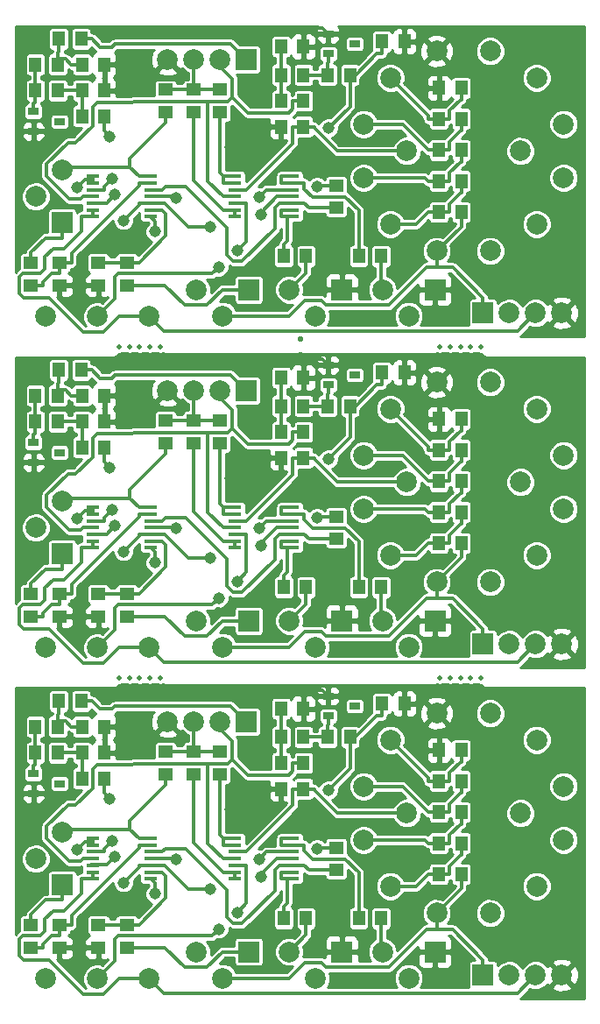
<source format=gtl>
G04 (created by PCBNEW (2013-07-07 BZR 4022)-stable) date 2014-08-05 10:21:25 AM*
%MOIN*%
G04 Gerber Fmt 3.4, Leading zero omitted, Abs format*
%FSLAX34Y34*%
G01*
G70*
G90*
G04 APERTURE LIST*
%ADD10C,0.00590551*%
%ADD11C,0.0787*%
%ADD12R,0.0394X0.0276*%
%ADD13R,0.055X0.045*%
%ADD14R,0.045X0.055*%
%ADD15R,0.0787X0.0787*%
%ADD16C,0.0787402*%
%ADD17R,0.0512X0.0118*%
%ADD18C,0.019685*%
%ADD19C,0.045*%
%ADD20C,0.012*%
%ADD21C,0.0117953*%
%ADD22C,0.01*%
G04 APERTURE END LIST*
G54D10*
G54D11*
X13543Y-44330D03*
X11574Y-44330D03*
X15511Y-44330D03*
G54D12*
X12114Y-36909D03*
X11114Y-37284D03*
X11114Y-36534D03*
G54D13*
X17224Y-36547D03*
X17224Y-35697D03*
G54D14*
X26543Y-40354D03*
X27393Y-40354D03*
X26543Y-39173D03*
X27393Y-39173D03*
X26543Y-37992D03*
X27393Y-37992D03*
X26543Y-36811D03*
X27393Y-36811D03*
X26543Y-35629D03*
X27393Y-35629D03*
X12960Y-36712D03*
X13810Y-36712D03*
X11189Y-34744D03*
X12039Y-34744D03*
X12960Y-34744D03*
X13810Y-34744D03*
G54D13*
X18208Y-36547D03*
X18208Y-35697D03*
G54D14*
X21389Y-37106D03*
X20539Y-37106D03*
G54D13*
X14665Y-42291D03*
X14665Y-43141D03*
G54D14*
X12960Y-35728D03*
X13810Y-35728D03*
G54D13*
X13582Y-43141D03*
X13582Y-42291D03*
G54D14*
X11189Y-35728D03*
X12039Y-35728D03*
X12075Y-33759D03*
X12925Y-33759D03*
G54D15*
X19216Y-34547D03*
G54D11*
X18216Y-34547D03*
X17216Y-34547D03*
X16216Y-34547D03*
G54D16*
X23677Y-37011D03*
X24696Y-35248D03*
X26460Y-34228D03*
X28500Y-34228D03*
X30263Y-35248D03*
X31283Y-37011D03*
X29645Y-38031D03*
X25314Y-38031D03*
X23677Y-39051D03*
X24696Y-40814D03*
X26460Y-41834D03*
X28500Y-41834D03*
X30263Y-40814D03*
X31283Y-39051D03*
G54D12*
X23334Y-33956D03*
X22334Y-34331D03*
X22334Y-33581D03*
G54D14*
X22311Y-35137D03*
X23161Y-35137D03*
X24378Y-33858D03*
X25228Y-33858D03*
G54D13*
X22637Y-39338D03*
X22637Y-40188D03*
G54D14*
X20539Y-35137D03*
X21389Y-35137D03*
X21389Y-36122D03*
X20539Y-36122D03*
X20539Y-34055D03*
X21389Y-34055D03*
G54D11*
X18307Y-44307D03*
X17307Y-43307D03*
G54D15*
X19307Y-43307D03*
G54D11*
X21850Y-44307D03*
X20850Y-43307D03*
G54D15*
X22850Y-43307D03*
G54D11*
X25393Y-44307D03*
X24393Y-43307D03*
G54D15*
X26393Y-43307D03*
G54D11*
X11204Y-39763D03*
X12204Y-38763D03*
G54D15*
X12204Y-40763D03*
G54D13*
X12106Y-43141D03*
X12106Y-42291D03*
X11023Y-43141D03*
X11023Y-42291D03*
X16141Y-36547D03*
X16141Y-35697D03*
G54D15*
X28224Y-44192D03*
G54D11*
X29224Y-44192D03*
X30224Y-44192D03*
X31224Y-44192D03*
G54D14*
X23492Y-42027D03*
X24342Y-42027D03*
X20637Y-42027D03*
X21487Y-42027D03*
G54D17*
X20981Y-40523D03*
X20981Y-40273D03*
X20981Y-40013D03*
X20981Y-39763D03*
X20981Y-39503D03*
X20981Y-39248D03*
X20981Y-38993D03*
X18781Y-38993D03*
X18781Y-39248D03*
X18781Y-39503D03*
X18781Y-39763D03*
X18781Y-40018D03*
X18781Y-40273D03*
X18781Y-40528D03*
X15568Y-40523D03*
X15568Y-40273D03*
X15568Y-40013D03*
X15568Y-39763D03*
X15568Y-39503D03*
X15568Y-39248D03*
X15568Y-38993D03*
X13368Y-38993D03*
X13368Y-39248D03*
X13368Y-39503D03*
X13368Y-39763D03*
X13368Y-40018D03*
X13368Y-40273D03*
X13368Y-40528D03*
X15568Y-27925D03*
X15568Y-27675D03*
X15568Y-27415D03*
X15568Y-27165D03*
X15568Y-26905D03*
X15568Y-26650D03*
X15568Y-26395D03*
X13368Y-26395D03*
X13368Y-26650D03*
X13368Y-26905D03*
X13368Y-27165D03*
X13368Y-27420D03*
X13368Y-27675D03*
X13368Y-27930D03*
X20981Y-27925D03*
X20981Y-27675D03*
X20981Y-27415D03*
X20981Y-27165D03*
X20981Y-26905D03*
X20981Y-26650D03*
X20981Y-26395D03*
X18781Y-26395D03*
X18781Y-26650D03*
X18781Y-26905D03*
X18781Y-27165D03*
X18781Y-27420D03*
X18781Y-27675D03*
X18781Y-27930D03*
G54D14*
X20637Y-29429D03*
X21487Y-29429D03*
X23492Y-29429D03*
X24342Y-29429D03*
G54D15*
X28224Y-31594D03*
G54D11*
X29224Y-31594D03*
X30224Y-31594D03*
X31224Y-31594D03*
G54D13*
X16141Y-23948D03*
X16141Y-23098D03*
X11023Y-30543D03*
X11023Y-29693D03*
X12106Y-30543D03*
X12106Y-29693D03*
G54D11*
X11204Y-27165D03*
X12204Y-26165D03*
G54D15*
X12204Y-28165D03*
G54D11*
X25393Y-31708D03*
X24393Y-30708D03*
G54D15*
X26393Y-30708D03*
G54D11*
X21850Y-31708D03*
X20850Y-30708D03*
G54D15*
X22850Y-30708D03*
G54D11*
X18307Y-31708D03*
X17307Y-30708D03*
G54D15*
X19307Y-30708D03*
G54D14*
X20539Y-21456D03*
X21389Y-21456D03*
X21389Y-23523D03*
X20539Y-23523D03*
X20539Y-22539D03*
X21389Y-22539D03*
G54D13*
X22637Y-26740D03*
X22637Y-27590D03*
G54D14*
X24378Y-21259D03*
X25228Y-21259D03*
X22311Y-22539D03*
X23161Y-22539D03*
G54D12*
X23334Y-21358D03*
X22334Y-21733D03*
X22334Y-20983D03*
G54D16*
X23677Y-24413D03*
X24696Y-22649D03*
X26460Y-21629D03*
X28500Y-21629D03*
X30263Y-22649D03*
X31283Y-24413D03*
X29645Y-25433D03*
X25314Y-25433D03*
X23677Y-26452D03*
X24696Y-28216D03*
X26460Y-29236D03*
X28500Y-29236D03*
X30263Y-28216D03*
X31283Y-26452D03*
G54D15*
X19216Y-21948D03*
G54D11*
X18216Y-21948D03*
X17216Y-21948D03*
X16216Y-21948D03*
G54D14*
X12075Y-21161D03*
X12925Y-21161D03*
X11189Y-23129D03*
X12039Y-23129D03*
G54D13*
X13582Y-30543D03*
X13582Y-29693D03*
G54D14*
X12960Y-23129D03*
X13810Y-23129D03*
G54D13*
X14665Y-29693D03*
X14665Y-30543D03*
G54D14*
X21389Y-24507D03*
X20539Y-24507D03*
G54D13*
X18208Y-23948D03*
X18208Y-23098D03*
G54D14*
X12960Y-22145D03*
X13810Y-22145D03*
X11189Y-22145D03*
X12039Y-22145D03*
X12960Y-24114D03*
X13810Y-24114D03*
X26543Y-23031D03*
X27393Y-23031D03*
X26543Y-24212D03*
X27393Y-24212D03*
X26543Y-25393D03*
X27393Y-25393D03*
X26543Y-26574D03*
X27393Y-26574D03*
X26543Y-27755D03*
X27393Y-27755D03*
G54D13*
X17224Y-23948D03*
X17224Y-23098D03*
G54D12*
X12114Y-24311D03*
X11114Y-24686D03*
X11114Y-23936D03*
G54D11*
X13543Y-31732D03*
X11574Y-31732D03*
X15511Y-31732D03*
X13543Y-19133D03*
X11574Y-19133D03*
X15511Y-19133D03*
G54D12*
X12114Y-11712D03*
X11114Y-12087D03*
X11114Y-11337D03*
G54D13*
X17224Y-11350D03*
X17224Y-10500D03*
G54D14*
X26543Y-15157D03*
X27393Y-15157D03*
X26543Y-13976D03*
X27393Y-13976D03*
X26543Y-12795D03*
X27393Y-12795D03*
X26543Y-11614D03*
X27393Y-11614D03*
X26543Y-10433D03*
X27393Y-10433D03*
X12960Y-11515D03*
X13810Y-11515D03*
X11189Y-9547D03*
X12039Y-9547D03*
X12960Y-9547D03*
X13810Y-9547D03*
G54D13*
X18208Y-11350D03*
X18208Y-10500D03*
G54D14*
X21389Y-11909D03*
X20539Y-11909D03*
G54D13*
X14665Y-17094D03*
X14665Y-17944D03*
G54D14*
X12960Y-10531D03*
X13810Y-10531D03*
G54D13*
X13582Y-17944D03*
X13582Y-17094D03*
G54D14*
X11189Y-10531D03*
X12039Y-10531D03*
X12075Y-8562D03*
X12925Y-8562D03*
G54D15*
X19216Y-9350D03*
G54D11*
X18216Y-9350D03*
X17216Y-9350D03*
X16216Y-9350D03*
G54D16*
X23677Y-11814D03*
X24696Y-10051D03*
X26460Y-9031D03*
X28500Y-9031D03*
X30263Y-10051D03*
X31283Y-11814D03*
X29645Y-12834D03*
X25314Y-12834D03*
X23677Y-13854D03*
X24696Y-15618D03*
X26460Y-16637D03*
X28500Y-16637D03*
X30263Y-15618D03*
X31283Y-13854D03*
G54D12*
X23334Y-8759D03*
X22334Y-9134D03*
X22334Y-8384D03*
G54D14*
X22311Y-9940D03*
X23161Y-9940D03*
X24378Y-8661D03*
X25228Y-8661D03*
G54D13*
X22637Y-14141D03*
X22637Y-14991D03*
G54D14*
X20539Y-9940D03*
X21389Y-9940D03*
X21389Y-10925D03*
X20539Y-10925D03*
X20539Y-8858D03*
X21389Y-8858D03*
G54D11*
X18307Y-19110D03*
X17307Y-18110D03*
G54D15*
X19307Y-18110D03*
G54D11*
X21850Y-19110D03*
X20850Y-18110D03*
G54D15*
X22850Y-18110D03*
G54D11*
X25393Y-19110D03*
X24393Y-18110D03*
G54D15*
X26393Y-18110D03*
G54D11*
X11204Y-14566D03*
X12204Y-13566D03*
G54D15*
X12204Y-15566D03*
G54D13*
X12106Y-17944D03*
X12106Y-17094D03*
X11023Y-17944D03*
X11023Y-17094D03*
X16141Y-11350D03*
X16141Y-10500D03*
G54D15*
X28224Y-18996D03*
G54D11*
X29224Y-18996D03*
X30224Y-18996D03*
X31224Y-18996D03*
G54D14*
X23492Y-16830D03*
X24342Y-16830D03*
X20637Y-16830D03*
X21487Y-16830D03*
G54D17*
X20981Y-15326D03*
X20981Y-15076D03*
X20981Y-14816D03*
X20981Y-14566D03*
X20981Y-14306D03*
X20981Y-14051D03*
X20981Y-13796D03*
X18781Y-13796D03*
X18781Y-14051D03*
X18781Y-14306D03*
X18781Y-14566D03*
X18781Y-14821D03*
X18781Y-15076D03*
X18781Y-15331D03*
X15568Y-15326D03*
X15568Y-15076D03*
X15568Y-14816D03*
X15568Y-14566D03*
X15568Y-14306D03*
X15568Y-14051D03*
X15568Y-13796D03*
X13368Y-13796D03*
X13368Y-14051D03*
X13368Y-14306D03*
X13368Y-14566D03*
X13368Y-14821D03*
X13368Y-15076D03*
X13368Y-15331D03*
G54D18*
X14370Y-20275D03*
X14763Y-20275D03*
X15157Y-20275D03*
X15551Y-20275D03*
X15944Y-20275D03*
X26574Y-20275D03*
X26968Y-20275D03*
X27362Y-20275D03*
X27755Y-20275D03*
X28149Y-20275D03*
X14370Y-32874D03*
X14763Y-32874D03*
X15157Y-32874D03*
X15551Y-32874D03*
X15944Y-32874D03*
X26574Y-32874D03*
X26968Y-32874D03*
X27362Y-32874D03*
X27755Y-32874D03*
X28149Y-32874D03*
G54D19*
X12760Y-39428D03*
X12760Y-26829D03*
X12760Y-14231D03*
X16527Y-39801D03*
X19761Y-40455D03*
X19761Y-27857D03*
X16527Y-27202D03*
X16527Y-14604D03*
X19761Y-15259D03*
X14538Y-40671D03*
X14019Y-37473D03*
X17855Y-40907D03*
X19719Y-39771D03*
X19719Y-27172D03*
X17855Y-28308D03*
X14019Y-24874D03*
X14538Y-28072D03*
X14538Y-15474D03*
X14019Y-12276D03*
X17855Y-15710D03*
X19719Y-14574D03*
X15747Y-41095D03*
X15747Y-28497D03*
X15747Y-15898D03*
X18602Y-37893D03*
X12795Y-43700D03*
X12795Y-31102D03*
X18602Y-25295D03*
X18602Y-12696D03*
X12795Y-18503D03*
X21903Y-39382D03*
X22348Y-37148D03*
X22348Y-24550D03*
X21903Y-26783D03*
X21903Y-14185D03*
X22348Y-11951D03*
X18874Y-41812D03*
X18163Y-42441D03*
X18163Y-29842D03*
X18874Y-29214D03*
X18874Y-16615D03*
X18163Y-17244D03*
X14208Y-39693D03*
X14208Y-27094D03*
X14208Y-14496D03*
X14124Y-39071D03*
X14124Y-26472D03*
X14124Y-13874D03*
G54D20*
X13368Y-38993D02*
X13368Y-39121D01*
X13368Y-39121D02*
X13368Y-39248D01*
X13067Y-39121D02*
X12760Y-39428D01*
X13368Y-39121D02*
X13067Y-39121D01*
X13368Y-26522D02*
X13067Y-26522D01*
X13067Y-26522D02*
X12760Y-26829D01*
X13368Y-26522D02*
X13368Y-26650D01*
X13368Y-26395D02*
X13368Y-26522D01*
X13368Y-13796D02*
X13368Y-13924D01*
X13368Y-13924D02*
X13368Y-14051D01*
X13067Y-13924D02*
X12760Y-14231D01*
X13368Y-13924D02*
X13067Y-13924D01*
X13639Y-34069D02*
X13330Y-33759D01*
X14099Y-34069D02*
X13639Y-34069D01*
X14215Y-33953D02*
X14099Y-34069D01*
X18622Y-33953D02*
X14215Y-33953D01*
X19216Y-34547D02*
X18622Y-33953D01*
X12925Y-33759D02*
X13330Y-33759D01*
X16490Y-39763D02*
X16527Y-39801D01*
X15568Y-39763D02*
X16490Y-39763D01*
X20366Y-39763D02*
X20981Y-39763D01*
X19761Y-40369D02*
X20366Y-39763D01*
X19761Y-40455D02*
X19761Y-40369D01*
X19761Y-27857D02*
X19761Y-27770D01*
X19761Y-27770D02*
X20366Y-27165D01*
X20366Y-27165D02*
X20981Y-27165D01*
X15568Y-27165D02*
X16490Y-27165D01*
X16490Y-27165D02*
X16527Y-27202D01*
X12925Y-21161D02*
X13330Y-21161D01*
X19216Y-21948D02*
X18622Y-21355D01*
X18622Y-21355D02*
X14215Y-21355D01*
X14215Y-21355D02*
X14099Y-21471D01*
X14099Y-21471D02*
X13639Y-21471D01*
X13639Y-21471D02*
X13330Y-21161D01*
X13639Y-8872D02*
X13330Y-8562D01*
X14099Y-8872D02*
X13639Y-8872D01*
X14215Y-8756D02*
X14099Y-8872D01*
X18622Y-8756D02*
X14215Y-8756D01*
X19216Y-9350D02*
X18622Y-8756D01*
X12925Y-8562D02*
X13330Y-8562D01*
X16490Y-14566D02*
X16527Y-14604D01*
X15568Y-14566D02*
X16490Y-14566D01*
X20366Y-14566D02*
X20981Y-14566D01*
X19761Y-15172D02*
X20366Y-14566D01*
X19761Y-15259D02*
X19761Y-15172D01*
X15132Y-40077D02*
X14538Y-40671D01*
X15132Y-40013D02*
X15132Y-40077D01*
X13810Y-37264D02*
X13810Y-36712D01*
X14019Y-37473D02*
X13810Y-37264D01*
X15350Y-40013D02*
X15132Y-40013D01*
X15350Y-40013D02*
X15568Y-40013D01*
X17008Y-40907D02*
X17855Y-40907D01*
X16115Y-40013D02*
X17008Y-40907D01*
X15568Y-40013D02*
X16115Y-40013D01*
X19987Y-39503D02*
X20981Y-39503D01*
X19719Y-39771D02*
X19987Y-39503D01*
X19719Y-27172D02*
X19987Y-26905D01*
X19987Y-26905D02*
X20981Y-26905D01*
X15568Y-27415D02*
X16115Y-27415D01*
X16115Y-27415D02*
X17008Y-28308D01*
X17008Y-28308D02*
X17855Y-28308D01*
X15350Y-27415D02*
X15568Y-27415D01*
X15350Y-27415D02*
X15132Y-27415D01*
X14019Y-24874D02*
X13810Y-24666D01*
X13810Y-24666D02*
X13810Y-24114D01*
X15132Y-27415D02*
X15132Y-27478D01*
X15132Y-27478D02*
X14538Y-28072D01*
X15132Y-14880D02*
X14538Y-15474D01*
X15132Y-14816D02*
X15132Y-14880D01*
X13810Y-12067D02*
X13810Y-11515D01*
X14019Y-12276D02*
X13810Y-12067D01*
X15350Y-14816D02*
X15132Y-14816D01*
X15350Y-14816D02*
X15568Y-14816D01*
X17008Y-15710D02*
X17855Y-15710D01*
X16115Y-14816D02*
X17008Y-15710D01*
X15568Y-14816D02*
X16115Y-14816D01*
X19987Y-14306D02*
X20981Y-14306D01*
X19719Y-14574D02*
X19987Y-14306D01*
X27393Y-40901D02*
X27393Y-40354D01*
X26460Y-41834D02*
X27393Y-40901D01*
X15747Y-40702D02*
X15747Y-41095D01*
X15568Y-40523D02*
X15747Y-40702D01*
X28224Y-44192D02*
X28224Y-43619D01*
X26460Y-42463D02*
X26460Y-41834D01*
X26070Y-42463D02*
X26460Y-42463D01*
X24643Y-43890D02*
X26070Y-42463D01*
X22245Y-43890D02*
X24643Y-43890D01*
X22073Y-43719D02*
X22245Y-43890D01*
X21438Y-43719D02*
X22073Y-43719D01*
X20850Y-44307D02*
X21438Y-43719D01*
X18307Y-44307D02*
X20850Y-44307D01*
X27068Y-42463D02*
X28224Y-43619D01*
X26460Y-42463D02*
X27068Y-42463D01*
X26460Y-29864D02*
X27068Y-29864D01*
X27068Y-29864D02*
X28224Y-31020D01*
X18307Y-31708D02*
X20850Y-31708D01*
X20850Y-31708D02*
X21438Y-31120D01*
X21438Y-31120D02*
X22073Y-31120D01*
X22073Y-31120D02*
X22245Y-31291D01*
X22245Y-31291D02*
X24643Y-31291D01*
X24643Y-31291D02*
X26070Y-29864D01*
X26070Y-29864D02*
X26460Y-29864D01*
X26460Y-29864D02*
X26460Y-29236D01*
X28224Y-31594D02*
X28224Y-31020D01*
X15568Y-27925D02*
X15747Y-28103D01*
X15747Y-28103D02*
X15747Y-28497D01*
X26460Y-29236D02*
X27393Y-28303D01*
X27393Y-28303D02*
X27393Y-27755D01*
X27393Y-15704D02*
X27393Y-15157D01*
X26460Y-16637D02*
X27393Y-15704D01*
X15747Y-15505D02*
X15747Y-15898D01*
X15568Y-15326D02*
X15747Y-15505D01*
X28224Y-18996D02*
X28224Y-18422D01*
X26460Y-17266D02*
X26460Y-16637D01*
X26070Y-17266D02*
X26460Y-17266D01*
X24643Y-18693D02*
X26070Y-17266D01*
X22245Y-18693D02*
X24643Y-18693D01*
X22073Y-18522D02*
X22245Y-18693D01*
X21438Y-18522D02*
X22073Y-18522D01*
X20850Y-19110D02*
X21438Y-18522D01*
X18307Y-19110D02*
X20850Y-19110D01*
X27068Y-17266D02*
X28224Y-18422D01*
X26460Y-17266D02*
X27068Y-17266D01*
X16061Y-44880D02*
X15511Y-44330D01*
X29536Y-44880D02*
X16061Y-44880D01*
X30224Y-44192D02*
X29536Y-44880D01*
X13368Y-40273D02*
X13368Y-40528D01*
X14365Y-44330D02*
X15511Y-44330D01*
X13773Y-44922D02*
X14365Y-44330D01*
X13010Y-44922D02*
X13773Y-44922D01*
X11715Y-43626D02*
X13010Y-44922D01*
X10737Y-43626D02*
X11715Y-43626D01*
X10568Y-43457D02*
X10737Y-43626D01*
X10568Y-42833D02*
X10568Y-43457D01*
X10705Y-42696D02*
X10568Y-42833D01*
X11385Y-42696D02*
X10705Y-42696D01*
X11550Y-42531D02*
X11385Y-42696D01*
X11550Y-42061D02*
X11550Y-42531D01*
X11865Y-41746D02*
X11550Y-42061D01*
X12270Y-41746D02*
X11865Y-41746D01*
X12932Y-41084D02*
X12270Y-41746D01*
X12932Y-40528D02*
X12932Y-41084D01*
X13368Y-40528D02*
X12932Y-40528D01*
X13368Y-27930D02*
X12932Y-27930D01*
X12932Y-27930D02*
X12932Y-28486D01*
X12932Y-28486D02*
X12270Y-29147D01*
X12270Y-29147D02*
X11865Y-29147D01*
X11865Y-29147D02*
X11550Y-29462D01*
X11550Y-29462D02*
X11550Y-29932D01*
X11550Y-29932D02*
X11385Y-30098D01*
X11385Y-30098D02*
X10705Y-30098D01*
X10705Y-30098D02*
X10568Y-30235D01*
X10568Y-30235D02*
X10568Y-30859D01*
X10568Y-30859D02*
X10737Y-31028D01*
X10737Y-31028D02*
X11715Y-31028D01*
X11715Y-31028D02*
X13010Y-32324D01*
X13010Y-32324D02*
X13773Y-32324D01*
X13773Y-32324D02*
X14365Y-31732D01*
X14365Y-31732D02*
X15511Y-31732D01*
X13368Y-27675D02*
X13368Y-27930D01*
X30224Y-31594D02*
X29536Y-32282D01*
X29536Y-32282D02*
X16061Y-32282D01*
X16061Y-32282D02*
X15511Y-31732D01*
X16061Y-19683D02*
X15511Y-19133D01*
X29536Y-19683D02*
X16061Y-19683D01*
X30224Y-18996D02*
X29536Y-19683D01*
X13368Y-15076D02*
X13368Y-15331D01*
X14365Y-19133D02*
X15511Y-19133D01*
X13773Y-19726D02*
X14365Y-19133D01*
X13010Y-19726D02*
X13773Y-19726D01*
X11715Y-18430D02*
X13010Y-19726D01*
X10737Y-18430D02*
X11715Y-18430D01*
X10568Y-18260D02*
X10737Y-18430D01*
X10568Y-17636D02*
X10568Y-18260D01*
X10705Y-17499D02*
X10568Y-17636D01*
X11385Y-17499D02*
X10705Y-17499D01*
X11550Y-17334D02*
X11385Y-17499D01*
X11550Y-16864D02*
X11550Y-17334D01*
X11865Y-16549D02*
X11550Y-16864D01*
X12270Y-16549D02*
X11865Y-16549D01*
X12932Y-15887D02*
X12270Y-16549D01*
X12932Y-15331D02*
X12932Y-15887D01*
X13368Y-15331D02*
X12932Y-15331D01*
X18781Y-39763D02*
X18345Y-39763D01*
X13368Y-39763D02*
X13241Y-39763D01*
G54D21*
X13220Y-39742D02*
X13241Y-39763D01*
X13220Y-39742D02*
X13220Y-39742D01*
G54D20*
X17753Y-39171D02*
X17753Y-36141D01*
X18345Y-39763D02*
X17753Y-39171D01*
X13022Y-39742D02*
X13220Y-39742D01*
X12921Y-39844D02*
X13022Y-39742D01*
X12463Y-39844D02*
X12921Y-39844D01*
X11613Y-38994D02*
X12463Y-39844D01*
X11613Y-38531D02*
X11613Y-38994D01*
X12429Y-37714D02*
X11613Y-38531D01*
X12722Y-37714D02*
X12429Y-37714D01*
X13365Y-37071D02*
X12722Y-37714D01*
X13365Y-36359D02*
X13365Y-37071D01*
X13537Y-36187D02*
X13365Y-36359D01*
X14880Y-36187D02*
X13537Y-36187D01*
X14926Y-36141D02*
X14880Y-36187D01*
X17753Y-36141D02*
X14926Y-36141D01*
X17753Y-36141D02*
X17753Y-36141D01*
X21389Y-36122D02*
X20984Y-36122D01*
X20984Y-36432D02*
X20984Y-36122D01*
X20839Y-36577D02*
X20984Y-36432D01*
X19272Y-36577D02*
X20839Y-36577D01*
X18680Y-35985D02*
X19272Y-36577D01*
X18524Y-36141D02*
X18680Y-35985D01*
X17753Y-36141D02*
X18524Y-36141D01*
X17753Y-36141D02*
X17753Y-36141D01*
X18216Y-34807D02*
X18216Y-34547D01*
X18680Y-35271D02*
X18216Y-34807D01*
X18680Y-35985D02*
X18680Y-35271D01*
X18680Y-23387D02*
X18680Y-22673D01*
X18680Y-22673D02*
X18216Y-22209D01*
X18216Y-22209D02*
X18216Y-21948D01*
X17753Y-23543D02*
X17753Y-23543D01*
X17753Y-23543D02*
X18524Y-23543D01*
X18524Y-23543D02*
X18680Y-23387D01*
X18680Y-23387D02*
X19272Y-23978D01*
X19272Y-23978D02*
X20839Y-23978D01*
X20839Y-23978D02*
X20984Y-23833D01*
X20984Y-23833D02*
X20984Y-23523D01*
X21389Y-23523D02*
X20984Y-23523D01*
X17753Y-23543D02*
X17753Y-23543D01*
X17753Y-23543D02*
X14926Y-23543D01*
X14926Y-23543D02*
X14880Y-23589D01*
X14880Y-23589D02*
X13537Y-23589D01*
X13537Y-23589D02*
X13365Y-23760D01*
X13365Y-23760D02*
X13365Y-24472D01*
X13365Y-24472D02*
X12722Y-25116D01*
X12722Y-25116D02*
X12429Y-25116D01*
X12429Y-25116D02*
X11613Y-25932D01*
X11613Y-25932D02*
X11613Y-26395D01*
X11613Y-26395D02*
X12463Y-27246D01*
X12463Y-27246D02*
X12921Y-27246D01*
X12921Y-27246D02*
X13022Y-27144D01*
X13022Y-27144D02*
X13220Y-27144D01*
X18345Y-27165D02*
X17753Y-26573D01*
X17753Y-26573D02*
X17753Y-23543D01*
G54D21*
X13220Y-27144D02*
X13220Y-27144D01*
X13220Y-27144D02*
X13241Y-27165D01*
G54D20*
X13368Y-27165D02*
X13241Y-27165D01*
X18781Y-27165D02*
X18345Y-27165D01*
X18781Y-14566D02*
X18345Y-14566D01*
X13368Y-14566D02*
X13241Y-14566D01*
G54D21*
X13220Y-14546D02*
X13241Y-14566D01*
X13220Y-14546D02*
X13220Y-14546D01*
G54D20*
X17753Y-13974D02*
X17753Y-10945D01*
X18345Y-14566D02*
X17753Y-13974D01*
X13022Y-14546D02*
X13220Y-14546D01*
X12921Y-14647D02*
X13022Y-14546D01*
X12463Y-14647D02*
X12921Y-14647D01*
X11613Y-13797D02*
X12463Y-14647D01*
X11613Y-13334D02*
X11613Y-13797D01*
X12429Y-12517D02*
X11613Y-13334D01*
X12722Y-12517D02*
X12429Y-12517D01*
X13365Y-11874D02*
X12722Y-12517D01*
X13365Y-11162D02*
X13365Y-11874D01*
X13537Y-10990D02*
X13365Y-11162D01*
X14880Y-10990D02*
X13537Y-10990D01*
X14926Y-10945D02*
X14880Y-10990D01*
X17753Y-10945D02*
X14926Y-10945D01*
X17753Y-10945D02*
X17753Y-10945D01*
X21389Y-10925D02*
X20984Y-10925D01*
X20984Y-11235D02*
X20984Y-10925D01*
X20839Y-11380D02*
X20984Y-11235D01*
X19272Y-11380D02*
X20839Y-11380D01*
X18680Y-10788D02*
X19272Y-11380D01*
X18524Y-10945D02*
X18680Y-10788D01*
X17753Y-10945D02*
X18524Y-10945D01*
X17753Y-10945D02*
X17753Y-10945D01*
X18216Y-9610D02*
X18216Y-9350D01*
X18680Y-10074D02*
X18216Y-9610D01*
X18680Y-10788D02*
X18680Y-10074D01*
X20981Y-40013D02*
X21417Y-40013D01*
X22637Y-40188D02*
X22182Y-40188D01*
X21592Y-40188D02*
X21417Y-40013D01*
X22182Y-40188D02*
X21592Y-40188D01*
X20465Y-40013D02*
X20981Y-40013D01*
X20304Y-40174D02*
X20465Y-40013D01*
X20304Y-40975D02*
X20304Y-40174D01*
X19048Y-42231D02*
X20304Y-40975D01*
X18719Y-42231D02*
X19048Y-42231D01*
X18468Y-41980D02*
X18719Y-42231D01*
X18468Y-40947D02*
X18468Y-41980D01*
X16917Y-39396D02*
X18468Y-40947D01*
X16129Y-39396D02*
X16917Y-39396D01*
X16021Y-39503D02*
X16129Y-39396D01*
X15568Y-39503D02*
X16021Y-39503D01*
X15568Y-26905D02*
X16021Y-26905D01*
X16021Y-26905D02*
X16129Y-26797D01*
X16129Y-26797D02*
X16917Y-26797D01*
X16917Y-26797D02*
X18468Y-28349D01*
X18468Y-28349D02*
X18468Y-29382D01*
X18468Y-29382D02*
X18719Y-29633D01*
X18719Y-29633D02*
X19048Y-29633D01*
X19048Y-29633D02*
X20304Y-28377D01*
X20304Y-28377D02*
X20304Y-27576D01*
X20304Y-27576D02*
X20465Y-27415D01*
X20465Y-27415D02*
X20981Y-27415D01*
X22182Y-27590D02*
X21592Y-27590D01*
X21592Y-27590D02*
X21417Y-27415D01*
X22637Y-27590D02*
X22182Y-27590D01*
X20981Y-27415D02*
X21417Y-27415D01*
X20981Y-14816D02*
X21417Y-14816D01*
X22637Y-14991D02*
X22182Y-14991D01*
X21592Y-14991D02*
X21417Y-14816D01*
X22182Y-14991D02*
X21592Y-14991D01*
X20465Y-14816D02*
X20981Y-14816D01*
X20304Y-14978D02*
X20465Y-14816D01*
X20304Y-15778D02*
X20304Y-14978D01*
X19048Y-17034D02*
X20304Y-15778D01*
X18719Y-17034D02*
X19048Y-17034D01*
X18468Y-16783D02*
X18719Y-17034D01*
X18468Y-15750D02*
X18468Y-16783D01*
X16917Y-14199D02*
X18468Y-15750D01*
X16129Y-14199D02*
X16917Y-14199D01*
X16021Y-14306D02*
X16129Y-14199D01*
X15568Y-14306D02*
X16021Y-14306D01*
X20539Y-37106D02*
X20194Y-37106D01*
X20194Y-37106D02*
X19407Y-37893D01*
X19407Y-37893D02*
X18602Y-37893D01*
X14173Y-33366D02*
X13877Y-33661D01*
X22119Y-33366D02*
X14173Y-33366D01*
X22334Y-33581D02*
X22119Y-33366D01*
X12106Y-43141D02*
X12835Y-43141D01*
X12835Y-43141D02*
X13582Y-43141D01*
X12795Y-43182D02*
X12835Y-43141D01*
X12795Y-43700D02*
X12795Y-43182D01*
X12795Y-31102D02*
X12795Y-30583D01*
X12795Y-30583D02*
X12835Y-30543D01*
X12835Y-30543D02*
X13582Y-30543D01*
X12106Y-30543D02*
X12835Y-30543D01*
X22334Y-20983D02*
X22119Y-20767D01*
X22119Y-20767D02*
X14173Y-20767D01*
X14173Y-20767D02*
X13877Y-21062D01*
X19407Y-25295D02*
X18602Y-25295D01*
X20194Y-24507D02*
X19407Y-25295D01*
X20539Y-24507D02*
X20194Y-24507D01*
X20539Y-11909D02*
X20194Y-11909D01*
X20194Y-11909D02*
X19407Y-12696D01*
X19407Y-12696D02*
X18602Y-12696D01*
X14173Y-8169D02*
X13877Y-8464D01*
X22119Y-8169D02*
X14173Y-8169D01*
X22334Y-8384D02*
X22119Y-8169D01*
X12106Y-17944D02*
X12835Y-17944D01*
X12835Y-17944D02*
X13582Y-17944D01*
X12795Y-17985D02*
X12835Y-17944D01*
X12795Y-18503D02*
X12795Y-17985D01*
X18781Y-40528D02*
X18781Y-40273D01*
X17224Y-39152D02*
X17224Y-36547D01*
X18345Y-40273D02*
X17224Y-39152D01*
X18781Y-40273D02*
X18345Y-40273D01*
X18781Y-27675D02*
X18345Y-27675D01*
X18345Y-27675D02*
X17224Y-26553D01*
X17224Y-26553D02*
X17224Y-23948D01*
X18781Y-27930D02*
X18781Y-27675D01*
X18781Y-15331D02*
X18781Y-15076D01*
X17224Y-13955D02*
X17224Y-11350D01*
X18345Y-15076D02*
X17224Y-13955D01*
X18781Y-15076D02*
X18345Y-15076D01*
X23161Y-35137D02*
X23363Y-35137D01*
X24188Y-34313D02*
X24378Y-34313D01*
X23363Y-35137D02*
X24188Y-34313D01*
X24378Y-33858D02*
X24378Y-34313D01*
X21947Y-39338D02*
X21903Y-39382D01*
X22637Y-39338D02*
X21947Y-39338D01*
X23161Y-36336D02*
X23161Y-35137D01*
X22348Y-37148D02*
X23161Y-36336D01*
X22348Y-24550D02*
X23161Y-23737D01*
X23161Y-23737D02*
X23161Y-22539D01*
X22637Y-26740D02*
X21947Y-26740D01*
X21947Y-26740D02*
X21903Y-26783D01*
X24378Y-21259D02*
X24378Y-21714D01*
X23363Y-22539D02*
X24188Y-21714D01*
X24188Y-21714D02*
X24378Y-21714D01*
X23161Y-22539D02*
X23363Y-22539D01*
X23161Y-9940D02*
X23363Y-9940D01*
X24188Y-9116D02*
X24378Y-9116D01*
X23363Y-9940D02*
X24188Y-9116D01*
X24378Y-8661D02*
X24378Y-9116D01*
X21947Y-14141D02*
X21903Y-14185D01*
X22637Y-14141D02*
X21947Y-14141D01*
X23161Y-11139D02*
X23161Y-9940D01*
X22348Y-11951D02*
X23161Y-11139D01*
X19217Y-41468D02*
X18874Y-41812D01*
X19217Y-40018D02*
X19217Y-41468D01*
X14210Y-43663D02*
X13543Y-44330D01*
X14210Y-42833D02*
X14210Y-43663D01*
X14347Y-42696D02*
X14210Y-42833D01*
X17907Y-42696D02*
X14347Y-42696D01*
X18163Y-42441D02*
X17907Y-42696D01*
X18781Y-40018D02*
X19217Y-40018D01*
X18781Y-27420D02*
X19217Y-27420D01*
X18163Y-29842D02*
X17907Y-30098D01*
X17907Y-30098D02*
X14347Y-30098D01*
X14347Y-30098D02*
X14210Y-30235D01*
X14210Y-30235D02*
X14210Y-31065D01*
X14210Y-31065D02*
X13543Y-31732D01*
X19217Y-27420D02*
X19217Y-28870D01*
X19217Y-28870D02*
X18874Y-29214D01*
X19217Y-16272D02*
X18874Y-16615D01*
X19217Y-14821D02*
X19217Y-16272D01*
X14210Y-18466D02*
X13543Y-19133D01*
X14210Y-17636D02*
X14210Y-18466D01*
X14347Y-17499D02*
X14210Y-17636D01*
X17907Y-17499D02*
X14347Y-17499D01*
X18163Y-17244D02*
X17907Y-17499D01*
X18781Y-14821D02*
X19217Y-14821D01*
X25158Y-37011D02*
X26138Y-37992D01*
X23677Y-37011D02*
X25158Y-37011D01*
X26543Y-37992D02*
X26138Y-37992D01*
X26948Y-37680D02*
X26948Y-37992D01*
X27362Y-37266D02*
X26948Y-37680D01*
X27393Y-37266D02*
X27362Y-37266D01*
X27393Y-36811D02*
X27393Y-37266D01*
X26543Y-37992D02*
X26948Y-37992D01*
X26543Y-25393D02*
X26948Y-25393D01*
X27393Y-24212D02*
X27393Y-24667D01*
X27393Y-24667D02*
X27362Y-24667D01*
X27362Y-24667D02*
X26948Y-25081D01*
X26948Y-25081D02*
X26948Y-25393D01*
X26543Y-25393D02*
X26138Y-25393D01*
X23677Y-24413D02*
X25158Y-24413D01*
X25158Y-24413D02*
X26138Y-25393D01*
X25158Y-11814D02*
X26138Y-12795D01*
X23677Y-11814D02*
X25158Y-11814D01*
X26543Y-12795D02*
X26138Y-12795D01*
X26948Y-12483D02*
X26948Y-12795D01*
X27362Y-12069D02*
X26948Y-12483D01*
X27393Y-12069D02*
X27362Y-12069D01*
X27393Y-11614D02*
X27393Y-12069D01*
X26543Y-12795D02*
X26948Y-12795D01*
X26016Y-39051D02*
X26138Y-39173D01*
X23677Y-39051D02*
X26016Y-39051D01*
X26543Y-39173D02*
X26138Y-39173D01*
X26948Y-38861D02*
X26948Y-39173D01*
X27362Y-38447D02*
X26948Y-38861D01*
X27393Y-38447D02*
X27362Y-38447D01*
X27393Y-37992D02*
X27393Y-38447D01*
X26543Y-39173D02*
X26948Y-39173D01*
X26543Y-26574D02*
X26948Y-26574D01*
X27393Y-25393D02*
X27393Y-25848D01*
X27393Y-25848D02*
X27362Y-25848D01*
X27362Y-25848D02*
X26948Y-26262D01*
X26948Y-26262D02*
X26948Y-26574D01*
X26543Y-26574D02*
X26138Y-26574D01*
X23677Y-26452D02*
X26016Y-26452D01*
X26016Y-26452D02*
X26138Y-26574D01*
X26016Y-13854D02*
X26138Y-13976D01*
X23677Y-13854D02*
X26016Y-13854D01*
X26543Y-13976D02*
X26138Y-13976D01*
X26948Y-13664D02*
X26948Y-13976D01*
X27362Y-13250D02*
X26948Y-13664D01*
X27393Y-13250D02*
X27362Y-13250D01*
X27393Y-12795D02*
X27393Y-13250D01*
X26543Y-13976D02*
X26948Y-13976D01*
X26948Y-40042D02*
X26948Y-40354D01*
X27362Y-39628D02*
X26948Y-40042D01*
X27393Y-39628D02*
X27362Y-39628D01*
X27393Y-39173D02*
X27393Y-39628D01*
X26543Y-40354D02*
X26948Y-40354D01*
X25677Y-40814D02*
X26138Y-40354D01*
X24696Y-40814D02*
X25677Y-40814D01*
X26543Y-40354D02*
X26138Y-40354D01*
X26543Y-27755D02*
X26138Y-27755D01*
X24696Y-28216D02*
X25677Y-28216D01*
X25677Y-28216D02*
X26138Y-27755D01*
X26543Y-27755D02*
X26948Y-27755D01*
X27393Y-26574D02*
X27393Y-27029D01*
X27393Y-27029D02*
X27362Y-27029D01*
X27362Y-27029D02*
X26948Y-27443D01*
X26948Y-27443D02*
X26948Y-27755D01*
X26948Y-14845D02*
X26948Y-15157D01*
X27362Y-14431D02*
X26948Y-14845D01*
X27393Y-14431D02*
X27362Y-14431D01*
X27393Y-13976D02*
X27393Y-14431D01*
X26543Y-15157D02*
X26948Y-15157D01*
X25677Y-15618D02*
X26138Y-15157D01*
X24696Y-15618D02*
X25677Y-15618D01*
X26543Y-15157D02*
X26138Y-15157D01*
X18197Y-38845D02*
X18345Y-38993D01*
X18208Y-36892D02*
X18197Y-36903D01*
X18208Y-36547D02*
X18208Y-36892D01*
X18197Y-36903D02*
X18197Y-38845D01*
X18345Y-39248D02*
X18345Y-38993D01*
X18781Y-39248D02*
X18345Y-39248D01*
X18781Y-38993D02*
X18345Y-38993D01*
X18781Y-38993D02*
X18345Y-38993D01*
X18781Y-26395D02*
X18345Y-26395D01*
X18781Y-26395D02*
X18345Y-26395D01*
X18781Y-26650D02*
X18345Y-26650D01*
X18345Y-26650D02*
X18345Y-26395D01*
X18197Y-24304D02*
X18197Y-26246D01*
X18208Y-23948D02*
X18208Y-24293D01*
X18208Y-24293D02*
X18197Y-24304D01*
X18197Y-26246D02*
X18345Y-26395D01*
X18197Y-13648D02*
X18345Y-13796D01*
X18208Y-11695D02*
X18197Y-11706D01*
X18208Y-11350D02*
X18208Y-11695D01*
X18197Y-11706D02*
X18197Y-13648D01*
X18345Y-14051D02*
X18345Y-13796D01*
X18781Y-14051D02*
X18345Y-14051D01*
X18781Y-13796D02*
X18345Y-13796D01*
X18781Y-13796D02*
X18345Y-13796D01*
X26138Y-36689D02*
X26138Y-36811D01*
X24696Y-35248D02*
X26138Y-36689D01*
X26543Y-36811D02*
X26138Y-36811D01*
X26948Y-36498D02*
X26948Y-36811D01*
X27362Y-36085D02*
X26948Y-36498D01*
X27393Y-36085D02*
X27362Y-36085D01*
X27393Y-35629D02*
X27393Y-36085D01*
X26543Y-36811D02*
X26948Y-36811D01*
X26543Y-24212D02*
X26948Y-24212D01*
X27393Y-23031D02*
X27393Y-23486D01*
X27393Y-23486D02*
X27362Y-23486D01*
X27362Y-23486D02*
X26948Y-23900D01*
X26948Y-23900D02*
X26948Y-24212D01*
X26543Y-24212D02*
X26138Y-24212D01*
X24696Y-22649D02*
X26138Y-24091D01*
X26138Y-24091D02*
X26138Y-24212D01*
X26138Y-11492D02*
X26138Y-11614D01*
X24696Y-10051D02*
X26138Y-11492D01*
X26543Y-11614D02*
X26138Y-11614D01*
X26948Y-11302D02*
X26948Y-11614D01*
X27362Y-10888D02*
X26948Y-11302D01*
X27393Y-10888D02*
X27362Y-10888D01*
X27393Y-10433D02*
X27393Y-10888D01*
X26543Y-11614D02*
X26948Y-11614D01*
X21487Y-42669D02*
X21487Y-42027D01*
X20850Y-43307D02*
X21487Y-42669D01*
X20850Y-30708D02*
X21487Y-30071D01*
X21487Y-30071D02*
X21487Y-29429D01*
X21487Y-17472D02*
X21487Y-16830D01*
X20850Y-18110D02*
X21487Y-17472D01*
X20545Y-40273D02*
X20545Y-40523D01*
X20981Y-40273D02*
X20545Y-40273D01*
X20981Y-40523D02*
X20763Y-40523D01*
X20763Y-40523D02*
X20545Y-40523D01*
X20763Y-41446D02*
X20637Y-41572D01*
X20763Y-40523D02*
X20763Y-41446D01*
X20637Y-42027D02*
X20637Y-41572D01*
X20637Y-29429D02*
X20637Y-28974D01*
X20763Y-27925D02*
X20763Y-28848D01*
X20763Y-28848D02*
X20637Y-28974D01*
X20763Y-27925D02*
X20545Y-27925D01*
X20981Y-27925D02*
X20763Y-27925D01*
X20981Y-27675D02*
X20545Y-27675D01*
X20545Y-27675D02*
X20545Y-27925D01*
X20545Y-15076D02*
X20545Y-15326D01*
X20981Y-15076D02*
X20545Y-15076D01*
X20981Y-15326D02*
X20763Y-15326D01*
X20763Y-15326D02*
X20545Y-15326D01*
X20763Y-16249D02*
X20637Y-16375D01*
X20763Y-15326D02*
X20763Y-16249D01*
X20637Y-16830D02*
X20637Y-16375D01*
X24342Y-43255D02*
X24342Y-42027D01*
X24393Y-43307D02*
X24342Y-43255D01*
X24393Y-30708D02*
X24342Y-30657D01*
X24342Y-30657D02*
X24342Y-29429D01*
X24342Y-18058D02*
X24342Y-16830D01*
X24393Y-18110D02*
X24342Y-18058D01*
X20981Y-39248D02*
X21417Y-39248D01*
X23492Y-42027D02*
X23492Y-41572D01*
X20545Y-38993D02*
X20545Y-39248D01*
X20981Y-38993D02*
X20545Y-38993D01*
X20981Y-39248D02*
X20545Y-39248D01*
X23492Y-40284D02*
X23492Y-41572D01*
X22981Y-39773D02*
X23492Y-40284D01*
X22085Y-39773D02*
X22981Y-39773D01*
X22071Y-39787D02*
X22085Y-39773D01*
X21736Y-39787D02*
X22071Y-39787D01*
X21417Y-39469D02*
X21736Y-39787D01*
X21417Y-39248D02*
X21417Y-39469D01*
X21417Y-26650D02*
X21417Y-26870D01*
X21417Y-26870D02*
X21736Y-27188D01*
X21736Y-27188D02*
X22071Y-27188D01*
X22071Y-27188D02*
X22085Y-27175D01*
X22085Y-27175D02*
X22981Y-27175D01*
X22981Y-27175D02*
X23492Y-27686D01*
X23492Y-27686D02*
X23492Y-28974D01*
X20981Y-26650D02*
X20545Y-26650D01*
X20981Y-26395D02*
X20545Y-26395D01*
X20545Y-26395D02*
X20545Y-26650D01*
X23492Y-29429D02*
X23492Y-28974D01*
X20981Y-26650D02*
X21417Y-26650D01*
X20981Y-14051D02*
X21417Y-14051D01*
X23492Y-16830D02*
X23492Y-16375D01*
X20545Y-13796D02*
X20545Y-14051D01*
X20981Y-13796D02*
X20545Y-13796D01*
X20981Y-14051D02*
X20545Y-14051D01*
X23492Y-15087D02*
X23492Y-16375D01*
X22981Y-14576D02*
X23492Y-15087D01*
X22085Y-14576D02*
X22981Y-14576D01*
X22071Y-14590D02*
X22085Y-14576D01*
X21736Y-14590D02*
X22071Y-14590D01*
X21417Y-14272D02*
X21736Y-14590D01*
X21417Y-14051D02*
X21417Y-14272D01*
X13368Y-40018D02*
X13313Y-40018D01*
G54D21*
X13298Y-40003D02*
X13313Y-40018D01*
X13298Y-40003D02*
X13298Y-40003D01*
G54D20*
X13897Y-40003D02*
X14208Y-39693D01*
X13298Y-40003D02*
X13897Y-40003D01*
X13298Y-27405D02*
X13897Y-27405D01*
X13897Y-27405D02*
X14208Y-27094D01*
G54D21*
X13298Y-27405D02*
X13298Y-27405D01*
X13298Y-27405D02*
X13313Y-27420D01*
G54D20*
X13368Y-27420D02*
X13313Y-27420D01*
X13368Y-14821D02*
X13313Y-14821D01*
G54D21*
X13298Y-14807D02*
X13313Y-14821D01*
X13298Y-14807D02*
X13298Y-14807D01*
G54D20*
X13897Y-14807D02*
X14208Y-14496D01*
X13298Y-14807D02*
X13897Y-14807D01*
X13804Y-39390D02*
X14124Y-39071D01*
X13804Y-39503D02*
X13804Y-39390D01*
X13368Y-39503D02*
X13804Y-39503D01*
X13368Y-26905D02*
X13804Y-26905D01*
X13804Y-26905D02*
X13804Y-26792D01*
X13804Y-26792D02*
X14124Y-26472D01*
X13804Y-14193D02*
X14124Y-13874D01*
X13804Y-14306D02*
X13804Y-14193D01*
X13368Y-14306D02*
X13804Y-14306D01*
X15568Y-38993D02*
X15132Y-38993D01*
X14788Y-38305D02*
X16141Y-36952D01*
X14788Y-38649D02*
X14788Y-38305D01*
X12318Y-38649D02*
X14788Y-38649D01*
X12204Y-38763D02*
X12318Y-38649D01*
X14788Y-38649D02*
X15132Y-38993D01*
X16141Y-36547D02*
X16141Y-36952D01*
X16141Y-23948D02*
X16141Y-24353D01*
X14788Y-26051D02*
X15132Y-26395D01*
X12204Y-26165D02*
X12318Y-26051D01*
X12318Y-26051D02*
X14788Y-26051D01*
X14788Y-26051D02*
X14788Y-25706D01*
X14788Y-25706D02*
X16141Y-24353D01*
X15568Y-26395D02*
X15132Y-26395D01*
X15568Y-13796D02*
X15132Y-13796D01*
X14788Y-13108D02*
X16141Y-11755D01*
X14788Y-13453D02*
X14788Y-13108D01*
X12318Y-13453D02*
X14788Y-13453D01*
X12204Y-13566D02*
X12318Y-13453D01*
X14788Y-13453D02*
X15132Y-13796D01*
X16141Y-11350D02*
X16141Y-11755D01*
X11572Y-41337D02*
X11023Y-41886D01*
X12204Y-41337D02*
X11572Y-41337D01*
X12204Y-40763D02*
X12204Y-41337D01*
X11023Y-42291D02*
X11023Y-41886D01*
X11023Y-29693D02*
X11023Y-29287D01*
X12204Y-28165D02*
X12204Y-28738D01*
X12204Y-28738D02*
X11572Y-28738D01*
X11572Y-28738D02*
X11023Y-29287D01*
X11572Y-16140D02*
X11023Y-16689D01*
X12204Y-16140D02*
X11572Y-16140D01*
X12204Y-15566D02*
X12204Y-16140D01*
X11023Y-17094D02*
X11023Y-16689D01*
X16117Y-43141D02*
X14665Y-43141D01*
X16875Y-43899D02*
X16117Y-43141D01*
X17714Y-43899D02*
X16875Y-43899D01*
X18307Y-43307D02*
X17714Y-43899D01*
X19307Y-43307D02*
X18307Y-43307D01*
X19307Y-30708D02*
X18307Y-30708D01*
X18307Y-30708D02*
X17714Y-31301D01*
X17714Y-31301D02*
X16875Y-31301D01*
X16875Y-31301D02*
X16117Y-30543D01*
X16117Y-30543D02*
X14665Y-30543D01*
X16117Y-17944D02*
X14665Y-17944D01*
X16875Y-18702D02*
X16117Y-17944D01*
X17714Y-18702D02*
X16875Y-18702D01*
X18307Y-18110D02*
X17714Y-18702D01*
X19307Y-18110D02*
X18307Y-18110D01*
X20984Y-37737D02*
X20984Y-37106D01*
X19217Y-39503D02*
X20984Y-37737D01*
X18781Y-39503D02*
X19217Y-39503D01*
X21389Y-37106D02*
X20984Y-37106D01*
X21389Y-37106D02*
X21794Y-37106D01*
X22658Y-38031D02*
X25314Y-38031D01*
X21794Y-37167D02*
X22658Y-38031D01*
X21794Y-37106D02*
X21794Y-37167D01*
X21794Y-24507D02*
X21794Y-24569D01*
X21794Y-24569D02*
X22658Y-25433D01*
X22658Y-25433D02*
X25314Y-25433D01*
X21389Y-24507D02*
X21794Y-24507D01*
X21389Y-24507D02*
X20984Y-24507D01*
X18781Y-26905D02*
X19217Y-26905D01*
X19217Y-26905D02*
X20984Y-25138D01*
X20984Y-25138D02*
X20984Y-24507D01*
X20984Y-12540D02*
X20984Y-11909D01*
X19217Y-14306D02*
X20984Y-12540D01*
X18781Y-14306D02*
X19217Y-14306D01*
X21389Y-11909D02*
X20984Y-11909D01*
X21389Y-11909D02*
X21794Y-11909D01*
X22658Y-12834D02*
X25314Y-12834D01*
X21794Y-11970D02*
X22658Y-12834D01*
X21794Y-11909D02*
X21794Y-11970D01*
X13582Y-42291D02*
X14665Y-42291D01*
X15568Y-40273D02*
X16004Y-40273D01*
X14665Y-42291D02*
X15120Y-42291D01*
X16152Y-40421D02*
X16004Y-40273D01*
X16152Y-41267D02*
X16152Y-40421D01*
X15127Y-42291D02*
X16152Y-41267D01*
X15120Y-42291D02*
X15127Y-42291D01*
X15120Y-29693D02*
X15127Y-29693D01*
X15127Y-29693D02*
X16152Y-28668D01*
X16152Y-28668D02*
X16152Y-27822D01*
X16152Y-27822D02*
X16004Y-27675D01*
X14665Y-29693D02*
X15120Y-29693D01*
X15568Y-27675D02*
X16004Y-27675D01*
X13582Y-29693D02*
X14665Y-29693D01*
X13582Y-17094D02*
X14665Y-17094D01*
X15568Y-15076D02*
X16004Y-15076D01*
X14665Y-17094D02*
X15120Y-17094D01*
X16152Y-15224D02*
X16004Y-15076D01*
X16152Y-16070D02*
X16152Y-15224D01*
X15127Y-17094D02*
X16152Y-16070D01*
X15120Y-17094D02*
X15127Y-17094D01*
X11792Y-42696D02*
X12106Y-42696D01*
X11478Y-43009D02*
X11792Y-42696D01*
X11478Y-43141D02*
X11478Y-43009D01*
X11023Y-43141D02*
X11478Y-43141D01*
X12106Y-42291D02*
X12106Y-42696D01*
X12561Y-41930D02*
X12561Y-42291D01*
X15132Y-39359D02*
X12561Y-41930D01*
X15132Y-39248D02*
X15132Y-39359D01*
X15568Y-39248D02*
X15132Y-39248D01*
X12106Y-42291D02*
X12561Y-42291D01*
X12106Y-29693D02*
X12561Y-29693D01*
X15568Y-26650D02*
X15132Y-26650D01*
X15132Y-26650D02*
X15132Y-26760D01*
X15132Y-26760D02*
X12561Y-29331D01*
X12561Y-29331D02*
X12561Y-29693D01*
X12106Y-29693D02*
X12106Y-30098D01*
X11023Y-30543D02*
X11478Y-30543D01*
X11478Y-30543D02*
X11478Y-30411D01*
X11478Y-30411D02*
X11792Y-30098D01*
X11792Y-30098D02*
X12106Y-30098D01*
X11792Y-17499D02*
X12106Y-17499D01*
X11478Y-17813D02*
X11792Y-17499D01*
X11478Y-17944D02*
X11478Y-17813D01*
X11023Y-17944D02*
X11478Y-17944D01*
X12106Y-17094D02*
X12106Y-17499D01*
X12561Y-16733D02*
X12561Y-17094D01*
X15132Y-14162D02*
X12561Y-16733D01*
X15132Y-14051D02*
X15132Y-14162D01*
X15568Y-14051D02*
X15132Y-14051D01*
X12106Y-17094D02*
X12561Y-17094D01*
X12039Y-35728D02*
X12960Y-35728D01*
X12960Y-35728D02*
X12960Y-36712D01*
X12960Y-23129D02*
X12960Y-24114D01*
X12039Y-23129D02*
X12960Y-23129D01*
X12039Y-10531D02*
X12960Y-10531D01*
X12960Y-10531D02*
X12960Y-11515D01*
X11156Y-36216D02*
X11114Y-36216D01*
X11189Y-36183D02*
X11156Y-36216D01*
X11189Y-35728D02*
X11189Y-36183D01*
X11114Y-36534D02*
X11114Y-36216D01*
X11189Y-34744D02*
X11189Y-35728D01*
X11189Y-22145D02*
X11189Y-23129D01*
X11114Y-23936D02*
X11114Y-23617D01*
X11189Y-23129D02*
X11189Y-23585D01*
X11189Y-23585D02*
X11156Y-23617D01*
X11156Y-23617D02*
X11114Y-23617D01*
X11156Y-11019D02*
X11114Y-11019D01*
X11189Y-10986D02*
X11156Y-11019D01*
X11189Y-10531D02*
X11189Y-10986D01*
X11114Y-11337D02*
X11114Y-11019D01*
X11189Y-9547D02*
X11189Y-10531D01*
X12075Y-34253D02*
X12039Y-34288D01*
X12075Y-33759D02*
X12075Y-34253D01*
X12039Y-34744D02*
X12039Y-34516D01*
X12039Y-34516D02*
X12039Y-34288D01*
X12328Y-34516D02*
X12555Y-34744D01*
X12039Y-34516D02*
X12328Y-34516D01*
X12960Y-34744D02*
X12555Y-34744D01*
X12960Y-22145D02*
X12555Y-22145D01*
X12039Y-21918D02*
X12328Y-21918D01*
X12328Y-21918D02*
X12555Y-22145D01*
X12039Y-21918D02*
X12039Y-21690D01*
X12039Y-22145D02*
X12039Y-21918D01*
X12075Y-21161D02*
X12075Y-21654D01*
X12075Y-21654D02*
X12039Y-21690D01*
X12075Y-9056D02*
X12039Y-9092D01*
X12075Y-8562D02*
X12075Y-9056D01*
X12039Y-9547D02*
X12039Y-9319D01*
X12039Y-9319D02*
X12039Y-9092D01*
X12328Y-9319D02*
X12555Y-9547D01*
X12039Y-9319D02*
X12328Y-9319D01*
X12960Y-9547D02*
X12555Y-9547D01*
X20539Y-34055D02*
X20539Y-35137D01*
X20539Y-36122D02*
X20539Y-35137D01*
X20539Y-23523D02*
X20539Y-22539D01*
X20539Y-21456D02*
X20539Y-22539D01*
X20539Y-8858D02*
X20539Y-9940D01*
X20539Y-10925D02*
X20539Y-9940D01*
X22311Y-34673D02*
X22334Y-34649D01*
X22311Y-35137D02*
X22311Y-34673D01*
X22334Y-34331D02*
X22334Y-34649D01*
X21389Y-35137D02*
X22311Y-35137D01*
X21389Y-22539D02*
X22311Y-22539D01*
X22334Y-21733D02*
X22334Y-22051D01*
X22311Y-22539D02*
X22311Y-22074D01*
X22311Y-22074D02*
X22334Y-22051D01*
X22311Y-9476D02*
X22334Y-9452D01*
X22311Y-9940D02*
X22311Y-9476D01*
X22334Y-9134D02*
X22334Y-9452D01*
X21389Y-9940D02*
X22311Y-9940D01*
X17224Y-34555D02*
X17224Y-35697D01*
X17216Y-34547D02*
X17224Y-34555D01*
X16141Y-35697D02*
X17224Y-35697D01*
X18208Y-35697D02*
X17224Y-35697D01*
X18208Y-23098D02*
X17224Y-23098D01*
X16141Y-23098D02*
X17224Y-23098D01*
X17216Y-21948D02*
X17224Y-21956D01*
X17224Y-21956D02*
X17224Y-23098D01*
X17224Y-9358D02*
X17224Y-10500D01*
X17216Y-9350D02*
X17224Y-9358D01*
X16141Y-10500D02*
X17224Y-10500D01*
X18208Y-10500D02*
X17224Y-10500D01*
G54D10*
G36*
X15622Y-16274D02*
X15096Y-16801D01*
X15084Y-16773D01*
X15036Y-16725D01*
X14974Y-16699D01*
X14906Y-16699D01*
X14356Y-16699D01*
X14294Y-16725D01*
X14246Y-16773D01*
X14220Y-16835D01*
X14220Y-16864D01*
X14027Y-16864D01*
X14027Y-16836D01*
X14001Y-16773D01*
X13954Y-16725D01*
X13891Y-16699D01*
X13824Y-16699D01*
X13274Y-16699D01*
X13211Y-16725D01*
X13163Y-16773D01*
X13137Y-16835D01*
X13137Y-16903D01*
X13137Y-17353D01*
X13163Y-17415D01*
X13211Y-17463D01*
X13241Y-17476D01*
X13165Y-17507D01*
X13095Y-17578D01*
X13057Y-17670D01*
X13057Y-17832D01*
X13120Y-17894D01*
X13532Y-17894D01*
X13532Y-17886D01*
X13632Y-17886D01*
X13632Y-17894D01*
X13640Y-17894D01*
X13640Y-17994D01*
X13632Y-17994D01*
X13632Y-18357D01*
X13695Y-18419D01*
X13808Y-18419D01*
X13907Y-18419D01*
X13949Y-18402D01*
X13744Y-18607D01*
X13655Y-18570D01*
X13532Y-18570D01*
X13532Y-18357D01*
X13532Y-17994D01*
X13120Y-17994D01*
X13057Y-18057D01*
X13057Y-18219D01*
X13095Y-18311D01*
X13165Y-18381D01*
X13257Y-18419D01*
X13357Y-18419D01*
X13470Y-18419D01*
X13532Y-18357D01*
X13532Y-18570D01*
X13431Y-18570D01*
X13224Y-18655D01*
X13065Y-18814D01*
X12979Y-19021D01*
X12979Y-19245D01*
X13065Y-19452D01*
X13108Y-19496D01*
X13106Y-19496D01*
X12631Y-19021D01*
X12631Y-18219D01*
X12631Y-18057D01*
X12568Y-17994D01*
X12156Y-17994D01*
X12156Y-18357D01*
X12218Y-18419D01*
X12331Y-18419D01*
X12431Y-18419D01*
X12523Y-18381D01*
X12593Y-18311D01*
X12631Y-18219D01*
X12631Y-19021D01*
X12011Y-18401D01*
X12056Y-18357D01*
X12056Y-17994D01*
X12048Y-17994D01*
X12048Y-17894D01*
X12056Y-17894D01*
X12056Y-17886D01*
X12156Y-17886D01*
X12156Y-17894D01*
X12568Y-17894D01*
X12631Y-17832D01*
X12631Y-17670D01*
X12593Y-17578D01*
X12523Y-17507D01*
X12447Y-17476D01*
X12477Y-17463D01*
X12525Y-17416D01*
X12551Y-17353D01*
X12551Y-17324D01*
X12561Y-17324D01*
X12649Y-17307D01*
X12724Y-17257D01*
X12773Y-17182D01*
X12791Y-17094D01*
X12791Y-16828D01*
X14143Y-15476D01*
X14143Y-15552D01*
X14203Y-15697D01*
X14314Y-15809D01*
X14459Y-15869D01*
X14616Y-15869D01*
X14761Y-15809D01*
X14872Y-15698D01*
X14933Y-15553D01*
X14933Y-15404D01*
X15150Y-15187D01*
X15155Y-15201D01*
X15142Y-15233D01*
X15142Y-15301D01*
X15142Y-15419D01*
X15168Y-15482D01*
X15216Y-15529D01*
X15278Y-15555D01*
X15346Y-15555D01*
X15472Y-15555D01*
X15501Y-15585D01*
X15412Y-15674D01*
X15352Y-15820D01*
X15351Y-15977D01*
X15411Y-16122D01*
X15523Y-16233D01*
X15622Y-16274D01*
X15622Y-16274D01*
G37*
G54D22*
X15622Y-16274D02*
X15096Y-16801D01*
X15084Y-16773D01*
X15036Y-16725D01*
X14974Y-16699D01*
X14906Y-16699D01*
X14356Y-16699D01*
X14294Y-16725D01*
X14246Y-16773D01*
X14220Y-16835D01*
X14220Y-16864D01*
X14027Y-16864D01*
X14027Y-16836D01*
X14001Y-16773D01*
X13954Y-16725D01*
X13891Y-16699D01*
X13824Y-16699D01*
X13274Y-16699D01*
X13211Y-16725D01*
X13163Y-16773D01*
X13137Y-16835D01*
X13137Y-16903D01*
X13137Y-17353D01*
X13163Y-17415D01*
X13211Y-17463D01*
X13241Y-17476D01*
X13165Y-17507D01*
X13095Y-17578D01*
X13057Y-17670D01*
X13057Y-17832D01*
X13120Y-17894D01*
X13532Y-17894D01*
X13532Y-17886D01*
X13632Y-17886D01*
X13632Y-17894D01*
X13640Y-17894D01*
X13640Y-17994D01*
X13632Y-17994D01*
X13632Y-18357D01*
X13695Y-18419D01*
X13808Y-18419D01*
X13907Y-18419D01*
X13949Y-18402D01*
X13744Y-18607D01*
X13655Y-18570D01*
X13532Y-18570D01*
X13532Y-18357D01*
X13532Y-17994D01*
X13120Y-17994D01*
X13057Y-18057D01*
X13057Y-18219D01*
X13095Y-18311D01*
X13165Y-18381D01*
X13257Y-18419D01*
X13357Y-18419D01*
X13470Y-18419D01*
X13532Y-18357D01*
X13532Y-18570D01*
X13431Y-18570D01*
X13224Y-18655D01*
X13065Y-18814D01*
X12979Y-19021D01*
X12979Y-19245D01*
X13065Y-19452D01*
X13108Y-19496D01*
X13106Y-19496D01*
X12631Y-19021D01*
X12631Y-18219D01*
X12631Y-18057D01*
X12568Y-17994D01*
X12156Y-17994D01*
X12156Y-18357D01*
X12218Y-18419D01*
X12331Y-18419D01*
X12431Y-18419D01*
X12523Y-18381D01*
X12593Y-18311D01*
X12631Y-18219D01*
X12631Y-19021D01*
X12011Y-18401D01*
X12056Y-18357D01*
X12056Y-17994D01*
X12048Y-17994D01*
X12048Y-17894D01*
X12056Y-17894D01*
X12056Y-17886D01*
X12156Y-17886D01*
X12156Y-17894D01*
X12568Y-17894D01*
X12631Y-17832D01*
X12631Y-17670D01*
X12593Y-17578D01*
X12523Y-17507D01*
X12447Y-17476D01*
X12477Y-17463D01*
X12525Y-17416D01*
X12551Y-17353D01*
X12551Y-17324D01*
X12561Y-17324D01*
X12649Y-17307D01*
X12724Y-17257D01*
X12773Y-17182D01*
X12791Y-17094D01*
X12791Y-16828D01*
X14143Y-15476D01*
X14143Y-15552D01*
X14203Y-15697D01*
X14314Y-15809D01*
X14459Y-15869D01*
X14616Y-15869D01*
X14761Y-15809D01*
X14872Y-15698D01*
X14933Y-15553D01*
X14933Y-15404D01*
X15150Y-15187D01*
X15155Y-15201D01*
X15142Y-15233D01*
X15142Y-15301D01*
X15142Y-15419D01*
X15168Y-15482D01*
X15216Y-15529D01*
X15278Y-15555D01*
X15346Y-15555D01*
X15472Y-15555D01*
X15501Y-15585D01*
X15412Y-15674D01*
X15352Y-15820D01*
X15351Y-15977D01*
X15411Y-16122D01*
X15523Y-16233D01*
X15622Y-16274D01*
G54D10*
G36*
X16994Y-10105D02*
X16915Y-10105D01*
X16853Y-10130D01*
X16805Y-10178D01*
X16779Y-10241D01*
X16779Y-10270D01*
X16599Y-10270D01*
X16599Y-9804D01*
X16216Y-9421D01*
X15833Y-9804D01*
X15872Y-9909D01*
X16112Y-9998D01*
X16368Y-9988D01*
X16560Y-9909D01*
X16599Y-9804D01*
X16599Y-10270D01*
X16586Y-10270D01*
X16586Y-10241D01*
X16560Y-10179D01*
X16513Y-10131D01*
X16450Y-10105D01*
X16383Y-10105D01*
X15833Y-10105D01*
X15770Y-10130D01*
X15722Y-10178D01*
X15696Y-10241D01*
X15696Y-10308D01*
X15696Y-10715D01*
X14926Y-10715D01*
X14926Y-10715D01*
X14838Y-10732D01*
X14796Y-10760D01*
X14285Y-10760D01*
X14285Y-10756D01*
X14285Y-10306D01*
X14285Y-10206D01*
X14247Y-10114D01*
X14177Y-10044D01*
X14165Y-10039D01*
X14177Y-10034D01*
X14247Y-9964D01*
X14285Y-9872D01*
X14285Y-9772D01*
X14285Y-9659D01*
X14223Y-9597D01*
X13860Y-9597D01*
X13860Y-10009D01*
X13890Y-10039D01*
X13860Y-10068D01*
X13860Y-10481D01*
X14223Y-10481D01*
X14285Y-10418D01*
X14285Y-10306D01*
X14285Y-10756D01*
X14285Y-10643D01*
X14223Y-10581D01*
X13860Y-10581D01*
X13860Y-10589D01*
X13760Y-10589D01*
X13760Y-10581D01*
X13752Y-10581D01*
X13752Y-10481D01*
X13760Y-10481D01*
X13760Y-10068D01*
X13731Y-10039D01*
X13760Y-10009D01*
X13760Y-9597D01*
X13752Y-9597D01*
X13752Y-9497D01*
X13760Y-9497D01*
X13760Y-9489D01*
X13860Y-9489D01*
X13860Y-9497D01*
X14223Y-9497D01*
X14285Y-9434D01*
X14285Y-9321D01*
X14285Y-9222D01*
X14247Y-9130D01*
X14196Y-9079D01*
X14262Y-9035D01*
X14310Y-8986D01*
X15710Y-8986D01*
X15657Y-9006D01*
X15568Y-9246D01*
X15578Y-9502D01*
X15657Y-9694D01*
X15762Y-9733D01*
X16145Y-9350D01*
X16140Y-9344D01*
X16210Y-9274D01*
X16216Y-9279D01*
X16222Y-9274D01*
X16292Y-9344D01*
X16287Y-9350D01*
X16670Y-9733D01*
X16766Y-9697D01*
X16896Y-9827D01*
X16994Y-9868D01*
X16994Y-10105D01*
X16994Y-10105D01*
G37*
G54D22*
X16994Y-10105D02*
X16915Y-10105D01*
X16853Y-10130D01*
X16805Y-10178D01*
X16779Y-10241D01*
X16779Y-10270D01*
X16599Y-10270D01*
X16599Y-9804D01*
X16216Y-9421D01*
X15833Y-9804D01*
X15872Y-9909D01*
X16112Y-9998D01*
X16368Y-9988D01*
X16560Y-9909D01*
X16599Y-9804D01*
X16599Y-10270D01*
X16586Y-10270D01*
X16586Y-10241D01*
X16560Y-10179D01*
X16513Y-10131D01*
X16450Y-10105D01*
X16383Y-10105D01*
X15833Y-10105D01*
X15770Y-10130D01*
X15722Y-10178D01*
X15696Y-10241D01*
X15696Y-10308D01*
X15696Y-10715D01*
X14926Y-10715D01*
X14926Y-10715D01*
X14838Y-10732D01*
X14796Y-10760D01*
X14285Y-10760D01*
X14285Y-10756D01*
X14285Y-10306D01*
X14285Y-10206D01*
X14247Y-10114D01*
X14177Y-10044D01*
X14165Y-10039D01*
X14177Y-10034D01*
X14247Y-9964D01*
X14285Y-9872D01*
X14285Y-9772D01*
X14285Y-9659D01*
X14223Y-9597D01*
X13860Y-9597D01*
X13860Y-10009D01*
X13890Y-10039D01*
X13860Y-10068D01*
X13860Y-10481D01*
X14223Y-10481D01*
X14285Y-10418D01*
X14285Y-10306D01*
X14285Y-10756D01*
X14285Y-10643D01*
X14223Y-10581D01*
X13860Y-10581D01*
X13860Y-10589D01*
X13760Y-10589D01*
X13760Y-10581D01*
X13752Y-10581D01*
X13752Y-10481D01*
X13760Y-10481D01*
X13760Y-10068D01*
X13731Y-10039D01*
X13760Y-10009D01*
X13760Y-9597D01*
X13752Y-9597D01*
X13752Y-9497D01*
X13760Y-9497D01*
X13760Y-9489D01*
X13860Y-9489D01*
X13860Y-9497D01*
X14223Y-9497D01*
X14285Y-9434D01*
X14285Y-9321D01*
X14285Y-9222D01*
X14247Y-9130D01*
X14196Y-9079D01*
X14262Y-9035D01*
X14310Y-8986D01*
X15710Y-8986D01*
X15657Y-9006D01*
X15568Y-9246D01*
X15578Y-9502D01*
X15657Y-9694D01*
X15762Y-9733D01*
X16145Y-9350D01*
X16140Y-9344D01*
X16210Y-9274D01*
X16216Y-9279D01*
X16222Y-9274D01*
X16292Y-9344D01*
X16287Y-9350D01*
X16670Y-9733D01*
X16766Y-9697D01*
X16896Y-9827D01*
X16994Y-9868D01*
X16994Y-10105D01*
G54D10*
G36*
X20754Y-12445D02*
X20489Y-12710D01*
X20489Y-12371D01*
X20489Y-11959D01*
X20127Y-11959D01*
X20064Y-12021D01*
X20064Y-12134D01*
X20064Y-12234D01*
X20102Y-12326D01*
X20173Y-12396D01*
X20265Y-12434D01*
X20427Y-12434D01*
X20489Y-12371D01*
X20489Y-12710D01*
X19207Y-13991D01*
X19207Y-13959D01*
X19193Y-13924D01*
X19207Y-13889D01*
X19207Y-13822D01*
X19207Y-13704D01*
X19182Y-13641D01*
X19134Y-13593D01*
X19071Y-13567D01*
X19004Y-13567D01*
X18786Y-13567D01*
X18781Y-13566D01*
X18441Y-13566D01*
X18427Y-13553D01*
X18427Y-11752D01*
X18427Y-11752D01*
X18428Y-11745D01*
X18517Y-11745D01*
X18579Y-11719D01*
X18627Y-11671D01*
X18653Y-11609D01*
X18653Y-11541D01*
X18653Y-11130D01*
X18679Y-11112D01*
X19109Y-11542D01*
X19184Y-11592D01*
X19184Y-11592D01*
X19272Y-11610D01*
X20064Y-11610D01*
X20064Y-11683D01*
X20064Y-11796D01*
X20127Y-11859D01*
X20489Y-11859D01*
X20489Y-11851D01*
X20589Y-11851D01*
X20589Y-11859D01*
X20597Y-11859D01*
X20597Y-11959D01*
X20589Y-11959D01*
X20589Y-12371D01*
X20652Y-12434D01*
X20754Y-12434D01*
X20754Y-12445D01*
X20754Y-12445D01*
G37*
G54D22*
X20754Y-12445D02*
X20489Y-12710D01*
X20489Y-12371D01*
X20489Y-11959D01*
X20127Y-11959D01*
X20064Y-12021D01*
X20064Y-12134D01*
X20064Y-12234D01*
X20102Y-12326D01*
X20173Y-12396D01*
X20265Y-12434D01*
X20427Y-12434D01*
X20489Y-12371D01*
X20489Y-12710D01*
X19207Y-13991D01*
X19207Y-13959D01*
X19193Y-13924D01*
X19207Y-13889D01*
X19207Y-13822D01*
X19207Y-13704D01*
X19182Y-13641D01*
X19134Y-13593D01*
X19071Y-13567D01*
X19004Y-13567D01*
X18786Y-13567D01*
X18781Y-13566D01*
X18441Y-13566D01*
X18427Y-13553D01*
X18427Y-11752D01*
X18427Y-11752D01*
X18428Y-11745D01*
X18517Y-11745D01*
X18579Y-11719D01*
X18627Y-11671D01*
X18653Y-11609D01*
X18653Y-11541D01*
X18653Y-11130D01*
X18679Y-11112D01*
X19109Y-11542D01*
X19184Y-11592D01*
X19184Y-11592D01*
X19272Y-11610D01*
X20064Y-11610D01*
X20064Y-11683D01*
X20064Y-11796D01*
X20127Y-11859D01*
X20489Y-11859D01*
X20489Y-11851D01*
X20589Y-11851D01*
X20589Y-11859D01*
X20597Y-11859D01*
X20597Y-11959D01*
X20589Y-11959D01*
X20589Y-12371D01*
X20652Y-12434D01*
X20754Y-12434D01*
X20754Y-12445D01*
G54D10*
G36*
X27163Y-15609D02*
X26662Y-16111D01*
X26573Y-16074D01*
X26348Y-16073D01*
X26141Y-16159D01*
X25983Y-16318D01*
X25897Y-16525D01*
X25896Y-16749D01*
X25982Y-16956D01*
X26063Y-17037D01*
X25982Y-17054D01*
X25907Y-17103D01*
X25907Y-17103D01*
X24957Y-18054D01*
X24957Y-17998D01*
X24871Y-17791D01*
X24713Y-17632D01*
X24572Y-17574D01*
X24572Y-17275D01*
X24600Y-17275D01*
X24663Y-17249D01*
X24711Y-17202D01*
X24737Y-17139D01*
X24737Y-17072D01*
X24737Y-16522D01*
X24711Y-16459D01*
X24663Y-16411D01*
X24601Y-16385D01*
X24533Y-16385D01*
X24083Y-16385D01*
X24021Y-16411D01*
X23973Y-16459D01*
X23947Y-16521D01*
X23947Y-16589D01*
X23947Y-17139D01*
X23973Y-17201D01*
X24020Y-17249D01*
X24083Y-17275D01*
X24112Y-17275D01*
X24112Y-17616D01*
X24074Y-17632D01*
X23916Y-17790D01*
X23830Y-17997D01*
X23830Y-18221D01*
X23915Y-18429D01*
X23950Y-18463D01*
X23493Y-18463D01*
X23493Y-18454D01*
X23493Y-17766D01*
X23493Y-17666D01*
X23455Y-17574D01*
X23385Y-17504D01*
X23293Y-17466D01*
X22962Y-17466D01*
X22900Y-17529D01*
X22900Y-18060D01*
X23431Y-18060D01*
X23493Y-17997D01*
X23493Y-17766D01*
X23493Y-18454D01*
X23493Y-18222D01*
X23431Y-18160D01*
X22900Y-18160D01*
X22900Y-18168D01*
X22800Y-18168D01*
X22800Y-18160D01*
X22800Y-18060D01*
X22800Y-17529D01*
X22737Y-17466D01*
X22407Y-17466D01*
X22315Y-17504D01*
X22245Y-17574D01*
X22206Y-17666D01*
X22206Y-17766D01*
X22206Y-17997D01*
X22269Y-18060D01*
X22800Y-18060D01*
X22800Y-18160D01*
X22269Y-18160D01*
X22206Y-18222D01*
X22206Y-18339D01*
X22161Y-18309D01*
X22073Y-18292D01*
X21438Y-18292D01*
X21438Y-18292D01*
X21380Y-18303D01*
X21413Y-18222D01*
X21413Y-17998D01*
X21376Y-17908D01*
X21650Y-17635D01*
X21650Y-17635D01*
X21650Y-17635D01*
X21700Y-17560D01*
X21717Y-17472D01*
X21717Y-17472D01*
X21717Y-17472D01*
X21717Y-17275D01*
X21746Y-17275D01*
X21809Y-17249D01*
X21857Y-17202D01*
X21882Y-17139D01*
X21883Y-17072D01*
X21883Y-16522D01*
X21857Y-16459D01*
X21809Y-16411D01*
X21746Y-16385D01*
X21679Y-16385D01*
X21229Y-16385D01*
X21166Y-16411D01*
X21118Y-16459D01*
X21093Y-16521D01*
X21092Y-16589D01*
X21092Y-17139D01*
X21118Y-17201D01*
X21166Y-17249D01*
X21229Y-17275D01*
X21257Y-17275D01*
X21257Y-17377D01*
X21051Y-17583D01*
X20962Y-17546D01*
X20738Y-17546D01*
X20531Y-17632D01*
X20372Y-17790D01*
X20286Y-17997D01*
X20286Y-18221D01*
X20372Y-18429D01*
X20530Y-18587D01*
X20737Y-18673D01*
X20961Y-18673D01*
X20755Y-18880D01*
X18821Y-18880D01*
X18785Y-18791D01*
X18626Y-18632D01*
X18419Y-18546D01*
X18195Y-18546D01*
X18402Y-18340D01*
X18743Y-18340D01*
X18743Y-18537D01*
X18769Y-18599D01*
X18817Y-18647D01*
X18879Y-18673D01*
X18947Y-18673D01*
X19734Y-18673D01*
X19796Y-18647D01*
X19844Y-18600D01*
X19870Y-18537D01*
X19870Y-18470D01*
X19870Y-17683D01*
X19844Y-17620D01*
X19797Y-17572D01*
X19734Y-17546D01*
X19666Y-17546D01*
X18879Y-17546D01*
X18817Y-17572D01*
X18769Y-17620D01*
X18743Y-17682D01*
X18743Y-17750D01*
X18743Y-17880D01*
X18307Y-17880D01*
X18307Y-17880D01*
X18219Y-17897D01*
X18144Y-17947D01*
X18144Y-17947D01*
X17870Y-18221D01*
X17870Y-17998D01*
X17785Y-17791D01*
X17723Y-17729D01*
X17907Y-17729D01*
X17995Y-17712D01*
X17995Y-17712D01*
X18070Y-17662D01*
X18093Y-17639D01*
X18241Y-17639D01*
X18386Y-17579D01*
X18497Y-17468D01*
X18558Y-17323D01*
X18558Y-17197D01*
X18631Y-17247D01*
X18631Y-17247D01*
X18719Y-17264D01*
X19048Y-17264D01*
X19136Y-17247D01*
X19136Y-17247D01*
X19211Y-17197D01*
X20467Y-15941D01*
X20467Y-15941D01*
X20467Y-15941D01*
X20516Y-15866D01*
X20516Y-15866D01*
X20533Y-15781D01*
X20533Y-16154D01*
X20475Y-16212D01*
X20425Y-16287D01*
X20407Y-16375D01*
X20407Y-16385D01*
X20379Y-16385D01*
X20316Y-16411D01*
X20268Y-16459D01*
X20243Y-16521D01*
X20242Y-16589D01*
X20242Y-17139D01*
X20268Y-17201D01*
X20316Y-17249D01*
X20379Y-17275D01*
X20446Y-17275D01*
X20896Y-17275D01*
X20959Y-17249D01*
X21007Y-17202D01*
X21032Y-17139D01*
X21033Y-17072D01*
X21033Y-16522D01*
X21007Y-16459D01*
X20959Y-16411D01*
X20934Y-16401D01*
X20976Y-16337D01*
X20976Y-16337D01*
X20993Y-16249D01*
X20993Y-15555D01*
X21271Y-15555D01*
X21334Y-15530D01*
X21381Y-15482D01*
X21407Y-15419D01*
X21407Y-15352D01*
X21407Y-15234D01*
X21394Y-15201D01*
X21407Y-15169D01*
X21407Y-15132D01*
X21430Y-15154D01*
X21430Y-15154D01*
X21504Y-15204D01*
X21592Y-15221D01*
X21592Y-15221D01*
X21592Y-15221D01*
X22182Y-15221D01*
X22192Y-15221D01*
X22192Y-15250D01*
X22218Y-15313D01*
X22266Y-15360D01*
X22328Y-15386D01*
X22396Y-15386D01*
X22946Y-15386D01*
X23008Y-15361D01*
X23056Y-15313D01*
X23082Y-15250D01*
X23082Y-15183D01*
X23082Y-15003D01*
X23262Y-15182D01*
X23262Y-16375D01*
X23262Y-16385D01*
X23233Y-16385D01*
X23171Y-16411D01*
X23123Y-16459D01*
X23097Y-16521D01*
X23097Y-16589D01*
X23097Y-17139D01*
X23123Y-17201D01*
X23170Y-17249D01*
X23233Y-17275D01*
X23300Y-17275D01*
X23750Y-17275D01*
X23813Y-17249D01*
X23861Y-17202D01*
X23887Y-17139D01*
X23887Y-17072D01*
X23887Y-16522D01*
X23861Y-16459D01*
X23813Y-16411D01*
X23751Y-16385D01*
X23722Y-16385D01*
X23722Y-16375D01*
X23722Y-15087D01*
X23704Y-14999D01*
X23704Y-14999D01*
X23654Y-14925D01*
X23143Y-14414D01*
X23082Y-14373D01*
X23082Y-14373D01*
X23082Y-14333D01*
X23082Y-13883D01*
X23056Y-13820D01*
X23009Y-13772D01*
X22946Y-13746D01*
X22879Y-13746D01*
X22329Y-13746D01*
X22266Y-13772D01*
X22218Y-13820D01*
X22192Y-13882D01*
X22192Y-13911D01*
X22189Y-13911D01*
X22128Y-13850D01*
X21982Y-13790D01*
X21825Y-13790D01*
X21680Y-13850D01*
X21604Y-13925D01*
X21580Y-13889D01*
X21506Y-13839D01*
X21417Y-13821D01*
X21407Y-13821D01*
X21407Y-13704D01*
X21382Y-13641D01*
X21334Y-13593D01*
X21271Y-13567D01*
X21204Y-13567D01*
X20986Y-13567D01*
X20981Y-13566D01*
X20545Y-13566D01*
X20457Y-13584D01*
X20383Y-13634D01*
X20333Y-13708D01*
X20315Y-13796D01*
X20315Y-14051D01*
X20320Y-14076D01*
X19987Y-14076D01*
X19899Y-14094D01*
X19824Y-14144D01*
X19789Y-14179D01*
X19671Y-14179D01*
X21147Y-12703D01*
X21147Y-12703D01*
X21147Y-12703D01*
X21196Y-12628D01*
X21196Y-12628D01*
X21214Y-12540D01*
X21214Y-12354D01*
X21648Y-12354D01*
X21710Y-12328D01*
X21758Y-12280D01*
X21764Y-12266D01*
X22495Y-12997D01*
X22570Y-13047D01*
X22570Y-13047D01*
X22658Y-13064D01*
X24800Y-13064D01*
X24836Y-13153D01*
X24995Y-13312D01*
X25202Y-13398D01*
X25426Y-13398D01*
X25633Y-13312D01*
X25792Y-13154D01*
X25878Y-12947D01*
X25878Y-12860D01*
X25975Y-12957D01*
X25975Y-12957D01*
X26050Y-13007D01*
X26138Y-13025D01*
X26138Y-13025D01*
X26138Y-13025D01*
X26148Y-13025D01*
X26148Y-13103D01*
X26174Y-13166D01*
X26222Y-13214D01*
X26284Y-13240D01*
X26352Y-13240D01*
X26802Y-13240D01*
X26864Y-13214D01*
X26912Y-13166D01*
X26938Y-13104D01*
X26938Y-13036D01*
X26938Y-13025D01*
X26948Y-13025D01*
X26998Y-13015D01*
X26998Y-13103D01*
X27024Y-13166D01*
X27072Y-13214D01*
X27072Y-13214D01*
X26785Y-13501D01*
X26766Y-13531D01*
X26734Y-13531D01*
X26284Y-13531D01*
X26222Y-13557D01*
X26174Y-13604D01*
X26148Y-13667D01*
X26148Y-13671D01*
X26104Y-13641D01*
X26016Y-13624D01*
X24192Y-13624D01*
X24155Y-13535D01*
X23996Y-13376D01*
X23789Y-13290D01*
X23565Y-13290D01*
X23358Y-13376D01*
X23199Y-13534D01*
X23113Y-13741D01*
X23113Y-13965D01*
X23199Y-14173D01*
X23357Y-14331D01*
X23564Y-14417D01*
X23788Y-14418D01*
X23996Y-14332D01*
X24154Y-14174D01*
X24192Y-14084D01*
X25921Y-14084D01*
X25975Y-14139D01*
X26050Y-14188D01*
X26050Y-14188D01*
X26138Y-14206D01*
X26148Y-14206D01*
X26148Y-14285D01*
X26174Y-14347D01*
X26222Y-14395D01*
X26284Y-14421D01*
X26352Y-14421D01*
X26802Y-14421D01*
X26864Y-14395D01*
X26912Y-14347D01*
X26938Y-14285D01*
X26938Y-14217D01*
X26938Y-14206D01*
X26948Y-14206D01*
X26998Y-14196D01*
X26998Y-14285D01*
X27024Y-14347D01*
X27072Y-14395D01*
X27072Y-14395D01*
X26785Y-14682D01*
X26766Y-14712D01*
X26734Y-14712D01*
X26284Y-14712D01*
X26222Y-14738D01*
X26174Y-14786D01*
X26148Y-14848D01*
X26148Y-14916D01*
X26148Y-14927D01*
X26138Y-14927D01*
X26138Y-14927D01*
X26050Y-14944D01*
X25975Y-14994D01*
X25975Y-14994D01*
X25582Y-15388D01*
X25211Y-15388D01*
X25175Y-15299D01*
X25016Y-15140D01*
X24809Y-15054D01*
X24585Y-15054D01*
X24377Y-15139D01*
X24219Y-15298D01*
X24133Y-15505D01*
X24133Y-15729D01*
X24218Y-15937D01*
X24377Y-16095D01*
X24584Y-16181D01*
X24808Y-16181D01*
X25015Y-16096D01*
X25174Y-15937D01*
X25211Y-15848D01*
X25677Y-15848D01*
X25765Y-15830D01*
X25765Y-15830D01*
X25840Y-15780D01*
X26150Y-15470D01*
X26174Y-15528D01*
X26222Y-15576D01*
X26284Y-15602D01*
X26352Y-15602D01*
X26802Y-15602D01*
X26864Y-15576D01*
X26912Y-15528D01*
X26938Y-15466D01*
X26938Y-15398D01*
X26938Y-15387D01*
X26948Y-15387D01*
X26998Y-15377D01*
X26998Y-15466D01*
X27024Y-15528D01*
X27072Y-15576D01*
X27134Y-15602D01*
X27163Y-15602D01*
X27163Y-15609D01*
X27163Y-15609D01*
G37*
G54D22*
X27163Y-15609D02*
X26662Y-16111D01*
X26573Y-16074D01*
X26348Y-16073D01*
X26141Y-16159D01*
X25983Y-16318D01*
X25897Y-16525D01*
X25896Y-16749D01*
X25982Y-16956D01*
X26063Y-17037D01*
X25982Y-17054D01*
X25907Y-17103D01*
X25907Y-17103D01*
X24957Y-18054D01*
X24957Y-17998D01*
X24871Y-17791D01*
X24713Y-17632D01*
X24572Y-17574D01*
X24572Y-17275D01*
X24600Y-17275D01*
X24663Y-17249D01*
X24711Y-17202D01*
X24737Y-17139D01*
X24737Y-17072D01*
X24737Y-16522D01*
X24711Y-16459D01*
X24663Y-16411D01*
X24601Y-16385D01*
X24533Y-16385D01*
X24083Y-16385D01*
X24021Y-16411D01*
X23973Y-16459D01*
X23947Y-16521D01*
X23947Y-16589D01*
X23947Y-17139D01*
X23973Y-17201D01*
X24020Y-17249D01*
X24083Y-17275D01*
X24112Y-17275D01*
X24112Y-17616D01*
X24074Y-17632D01*
X23916Y-17790D01*
X23830Y-17997D01*
X23830Y-18221D01*
X23915Y-18429D01*
X23950Y-18463D01*
X23493Y-18463D01*
X23493Y-18454D01*
X23493Y-17766D01*
X23493Y-17666D01*
X23455Y-17574D01*
X23385Y-17504D01*
X23293Y-17466D01*
X22962Y-17466D01*
X22900Y-17529D01*
X22900Y-18060D01*
X23431Y-18060D01*
X23493Y-17997D01*
X23493Y-17766D01*
X23493Y-18454D01*
X23493Y-18222D01*
X23431Y-18160D01*
X22900Y-18160D01*
X22900Y-18168D01*
X22800Y-18168D01*
X22800Y-18160D01*
X22800Y-18060D01*
X22800Y-17529D01*
X22737Y-17466D01*
X22407Y-17466D01*
X22315Y-17504D01*
X22245Y-17574D01*
X22206Y-17666D01*
X22206Y-17766D01*
X22206Y-17997D01*
X22269Y-18060D01*
X22800Y-18060D01*
X22800Y-18160D01*
X22269Y-18160D01*
X22206Y-18222D01*
X22206Y-18339D01*
X22161Y-18309D01*
X22073Y-18292D01*
X21438Y-18292D01*
X21438Y-18292D01*
X21380Y-18303D01*
X21413Y-18222D01*
X21413Y-17998D01*
X21376Y-17908D01*
X21650Y-17635D01*
X21650Y-17635D01*
X21650Y-17635D01*
X21700Y-17560D01*
X21717Y-17472D01*
X21717Y-17472D01*
X21717Y-17472D01*
X21717Y-17275D01*
X21746Y-17275D01*
X21809Y-17249D01*
X21857Y-17202D01*
X21882Y-17139D01*
X21883Y-17072D01*
X21883Y-16522D01*
X21857Y-16459D01*
X21809Y-16411D01*
X21746Y-16385D01*
X21679Y-16385D01*
X21229Y-16385D01*
X21166Y-16411D01*
X21118Y-16459D01*
X21093Y-16521D01*
X21092Y-16589D01*
X21092Y-17139D01*
X21118Y-17201D01*
X21166Y-17249D01*
X21229Y-17275D01*
X21257Y-17275D01*
X21257Y-17377D01*
X21051Y-17583D01*
X20962Y-17546D01*
X20738Y-17546D01*
X20531Y-17632D01*
X20372Y-17790D01*
X20286Y-17997D01*
X20286Y-18221D01*
X20372Y-18429D01*
X20530Y-18587D01*
X20737Y-18673D01*
X20961Y-18673D01*
X20755Y-18880D01*
X18821Y-18880D01*
X18785Y-18791D01*
X18626Y-18632D01*
X18419Y-18546D01*
X18195Y-18546D01*
X18402Y-18340D01*
X18743Y-18340D01*
X18743Y-18537D01*
X18769Y-18599D01*
X18817Y-18647D01*
X18879Y-18673D01*
X18947Y-18673D01*
X19734Y-18673D01*
X19796Y-18647D01*
X19844Y-18600D01*
X19870Y-18537D01*
X19870Y-18470D01*
X19870Y-17683D01*
X19844Y-17620D01*
X19797Y-17572D01*
X19734Y-17546D01*
X19666Y-17546D01*
X18879Y-17546D01*
X18817Y-17572D01*
X18769Y-17620D01*
X18743Y-17682D01*
X18743Y-17750D01*
X18743Y-17880D01*
X18307Y-17880D01*
X18307Y-17880D01*
X18219Y-17897D01*
X18144Y-17947D01*
X18144Y-17947D01*
X17870Y-18221D01*
X17870Y-17998D01*
X17785Y-17791D01*
X17723Y-17729D01*
X17907Y-17729D01*
X17995Y-17712D01*
X17995Y-17712D01*
X18070Y-17662D01*
X18093Y-17639D01*
X18241Y-17639D01*
X18386Y-17579D01*
X18497Y-17468D01*
X18558Y-17323D01*
X18558Y-17197D01*
X18631Y-17247D01*
X18631Y-17247D01*
X18719Y-17264D01*
X19048Y-17264D01*
X19136Y-17247D01*
X19136Y-17247D01*
X19211Y-17197D01*
X20467Y-15941D01*
X20467Y-15941D01*
X20467Y-15941D01*
X20516Y-15866D01*
X20516Y-15866D01*
X20533Y-15781D01*
X20533Y-16154D01*
X20475Y-16212D01*
X20425Y-16287D01*
X20407Y-16375D01*
X20407Y-16385D01*
X20379Y-16385D01*
X20316Y-16411D01*
X20268Y-16459D01*
X20243Y-16521D01*
X20242Y-16589D01*
X20242Y-17139D01*
X20268Y-17201D01*
X20316Y-17249D01*
X20379Y-17275D01*
X20446Y-17275D01*
X20896Y-17275D01*
X20959Y-17249D01*
X21007Y-17202D01*
X21032Y-17139D01*
X21033Y-17072D01*
X21033Y-16522D01*
X21007Y-16459D01*
X20959Y-16411D01*
X20934Y-16401D01*
X20976Y-16337D01*
X20976Y-16337D01*
X20993Y-16249D01*
X20993Y-15555D01*
X21271Y-15555D01*
X21334Y-15530D01*
X21381Y-15482D01*
X21407Y-15419D01*
X21407Y-15352D01*
X21407Y-15234D01*
X21394Y-15201D01*
X21407Y-15169D01*
X21407Y-15132D01*
X21430Y-15154D01*
X21430Y-15154D01*
X21504Y-15204D01*
X21592Y-15221D01*
X21592Y-15221D01*
X21592Y-15221D01*
X22182Y-15221D01*
X22192Y-15221D01*
X22192Y-15250D01*
X22218Y-15313D01*
X22266Y-15360D01*
X22328Y-15386D01*
X22396Y-15386D01*
X22946Y-15386D01*
X23008Y-15361D01*
X23056Y-15313D01*
X23082Y-15250D01*
X23082Y-15183D01*
X23082Y-15003D01*
X23262Y-15182D01*
X23262Y-16375D01*
X23262Y-16385D01*
X23233Y-16385D01*
X23171Y-16411D01*
X23123Y-16459D01*
X23097Y-16521D01*
X23097Y-16589D01*
X23097Y-17139D01*
X23123Y-17201D01*
X23170Y-17249D01*
X23233Y-17275D01*
X23300Y-17275D01*
X23750Y-17275D01*
X23813Y-17249D01*
X23861Y-17202D01*
X23887Y-17139D01*
X23887Y-17072D01*
X23887Y-16522D01*
X23861Y-16459D01*
X23813Y-16411D01*
X23751Y-16385D01*
X23722Y-16385D01*
X23722Y-16375D01*
X23722Y-15087D01*
X23704Y-14999D01*
X23704Y-14999D01*
X23654Y-14925D01*
X23143Y-14414D01*
X23082Y-14373D01*
X23082Y-14373D01*
X23082Y-14333D01*
X23082Y-13883D01*
X23056Y-13820D01*
X23009Y-13772D01*
X22946Y-13746D01*
X22879Y-13746D01*
X22329Y-13746D01*
X22266Y-13772D01*
X22218Y-13820D01*
X22192Y-13882D01*
X22192Y-13911D01*
X22189Y-13911D01*
X22128Y-13850D01*
X21982Y-13790D01*
X21825Y-13790D01*
X21680Y-13850D01*
X21604Y-13925D01*
X21580Y-13889D01*
X21506Y-13839D01*
X21417Y-13821D01*
X21407Y-13821D01*
X21407Y-13704D01*
X21382Y-13641D01*
X21334Y-13593D01*
X21271Y-13567D01*
X21204Y-13567D01*
X20986Y-13567D01*
X20981Y-13566D01*
X20545Y-13566D01*
X20457Y-13584D01*
X20383Y-13634D01*
X20333Y-13708D01*
X20315Y-13796D01*
X20315Y-14051D01*
X20320Y-14076D01*
X19987Y-14076D01*
X19899Y-14094D01*
X19824Y-14144D01*
X19789Y-14179D01*
X19671Y-14179D01*
X21147Y-12703D01*
X21147Y-12703D01*
X21147Y-12703D01*
X21196Y-12628D01*
X21196Y-12628D01*
X21214Y-12540D01*
X21214Y-12354D01*
X21648Y-12354D01*
X21710Y-12328D01*
X21758Y-12280D01*
X21764Y-12266D01*
X22495Y-12997D01*
X22570Y-13047D01*
X22570Y-13047D01*
X22658Y-13064D01*
X24800Y-13064D01*
X24836Y-13153D01*
X24995Y-13312D01*
X25202Y-13398D01*
X25426Y-13398D01*
X25633Y-13312D01*
X25792Y-13154D01*
X25878Y-12947D01*
X25878Y-12860D01*
X25975Y-12957D01*
X25975Y-12957D01*
X26050Y-13007D01*
X26138Y-13025D01*
X26138Y-13025D01*
X26138Y-13025D01*
X26148Y-13025D01*
X26148Y-13103D01*
X26174Y-13166D01*
X26222Y-13214D01*
X26284Y-13240D01*
X26352Y-13240D01*
X26802Y-13240D01*
X26864Y-13214D01*
X26912Y-13166D01*
X26938Y-13104D01*
X26938Y-13036D01*
X26938Y-13025D01*
X26948Y-13025D01*
X26998Y-13015D01*
X26998Y-13103D01*
X27024Y-13166D01*
X27072Y-13214D01*
X27072Y-13214D01*
X26785Y-13501D01*
X26766Y-13531D01*
X26734Y-13531D01*
X26284Y-13531D01*
X26222Y-13557D01*
X26174Y-13604D01*
X26148Y-13667D01*
X26148Y-13671D01*
X26104Y-13641D01*
X26016Y-13624D01*
X24192Y-13624D01*
X24155Y-13535D01*
X23996Y-13376D01*
X23789Y-13290D01*
X23565Y-13290D01*
X23358Y-13376D01*
X23199Y-13534D01*
X23113Y-13741D01*
X23113Y-13965D01*
X23199Y-14173D01*
X23357Y-14331D01*
X23564Y-14417D01*
X23788Y-14418D01*
X23996Y-14332D01*
X24154Y-14174D01*
X24192Y-14084D01*
X25921Y-14084D01*
X25975Y-14139D01*
X26050Y-14188D01*
X26050Y-14188D01*
X26138Y-14206D01*
X26148Y-14206D01*
X26148Y-14285D01*
X26174Y-14347D01*
X26222Y-14395D01*
X26284Y-14421D01*
X26352Y-14421D01*
X26802Y-14421D01*
X26864Y-14395D01*
X26912Y-14347D01*
X26938Y-14285D01*
X26938Y-14217D01*
X26938Y-14206D01*
X26948Y-14206D01*
X26998Y-14196D01*
X26998Y-14285D01*
X27024Y-14347D01*
X27072Y-14395D01*
X27072Y-14395D01*
X26785Y-14682D01*
X26766Y-14712D01*
X26734Y-14712D01*
X26284Y-14712D01*
X26222Y-14738D01*
X26174Y-14786D01*
X26148Y-14848D01*
X26148Y-14916D01*
X26148Y-14927D01*
X26138Y-14927D01*
X26138Y-14927D01*
X26050Y-14944D01*
X25975Y-14994D01*
X25975Y-14994D01*
X25582Y-15388D01*
X25211Y-15388D01*
X25175Y-15299D01*
X25016Y-15140D01*
X24809Y-15054D01*
X24585Y-15054D01*
X24377Y-15139D01*
X24219Y-15298D01*
X24133Y-15505D01*
X24133Y-15729D01*
X24218Y-15937D01*
X24377Y-16095D01*
X24584Y-16181D01*
X24808Y-16181D01*
X25015Y-16096D01*
X25174Y-15937D01*
X25211Y-15848D01*
X25677Y-15848D01*
X25765Y-15830D01*
X25765Y-15830D01*
X25840Y-15780D01*
X26150Y-15470D01*
X26174Y-15528D01*
X26222Y-15576D01*
X26284Y-15602D01*
X26352Y-15602D01*
X26802Y-15602D01*
X26864Y-15576D01*
X26912Y-15528D01*
X26938Y-15466D01*
X26938Y-15398D01*
X26938Y-15387D01*
X26948Y-15387D01*
X26998Y-15377D01*
X26998Y-15466D01*
X27024Y-15528D01*
X27072Y-15576D01*
X27134Y-15602D01*
X27163Y-15602D01*
X27163Y-15609D01*
G54D10*
G36*
X27909Y-18432D02*
X27797Y-18432D01*
X27734Y-18458D01*
X27686Y-18506D01*
X27660Y-18568D01*
X27660Y-18636D01*
X27660Y-19423D01*
X27673Y-19453D01*
X27037Y-19453D01*
X27037Y-18454D01*
X27037Y-18222D01*
X26974Y-18160D01*
X26443Y-18160D01*
X26443Y-18691D01*
X26506Y-18753D01*
X26836Y-18753D01*
X26928Y-18715D01*
X26999Y-18645D01*
X27037Y-18553D01*
X27037Y-18454D01*
X27037Y-19453D01*
X26343Y-19453D01*
X26343Y-18691D01*
X26343Y-18160D01*
X25812Y-18160D01*
X25750Y-18222D01*
X25750Y-18454D01*
X25750Y-18553D01*
X25788Y-18645D01*
X25858Y-18715D01*
X25950Y-18753D01*
X26281Y-18753D01*
X26343Y-18691D01*
X26343Y-19453D01*
X25847Y-19453D01*
X25871Y-19429D01*
X25957Y-19222D01*
X25957Y-18998D01*
X25871Y-18791D01*
X25713Y-18632D01*
X25506Y-18546D01*
X25282Y-18546D01*
X25074Y-18632D01*
X24916Y-18790D01*
X24830Y-18997D01*
X24830Y-19221D01*
X24915Y-19429D01*
X24940Y-19453D01*
X22303Y-19453D01*
X22327Y-19429D01*
X22413Y-19222D01*
X22413Y-18998D01*
X22382Y-18923D01*
X24643Y-18923D01*
X24731Y-18905D01*
X24731Y-18905D01*
X24806Y-18856D01*
X25750Y-17912D01*
X25750Y-17997D01*
X25812Y-18060D01*
X26343Y-18060D01*
X26343Y-18052D01*
X26443Y-18052D01*
X26443Y-18060D01*
X26974Y-18060D01*
X27037Y-17997D01*
X27037Y-17766D01*
X27037Y-17666D01*
X26999Y-17574D01*
X26928Y-17504D01*
X26908Y-17496D01*
X26973Y-17496D01*
X27909Y-18432D01*
X27909Y-18432D01*
G37*
G54D22*
X27909Y-18432D02*
X27797Y-18432D01*
X27734Y-18458D01*
X27686Y-18506D01*
X27660Y-18568D01*
X27660Y-18636D01*
X27660Y-19423D01*
X27673Y-19453D01*
X27037Y-19453D01*
X27037Y-18454D01*
X27037Y-18222D01*
X26974Y-18160D01*
X26443Y-18160D01*
X26443Y-18691D01*
X26506Y-18753D01*
X26836Y-18753D01*
X26928Y-18715D01*
X26999Y-18645D01*
X27037Y-18553D01*
X27037Y-18454D01*
X27037Y-19453D01*
X26343Y-19453D01*
X26343Y-18691D01*
X26343Y-18160D01*
X25812Y-18160D01*
X25750Y-18222D01*
X25750Y-18454D01*
X25750Y-18553D01*
X25788Y-18645D01*
X25858Y-18715D01*
X25950Y-18753D01*
X26281Y-18753D01*
X26343Y-18691D01*
X26343Y-19453D01*
X25847Y-19453D01*
X25871Y-19429D01*
X25957Y-19222D01*
X25957Y-18998D01*
X25871Y-18791D01*
X25713Y-18632D01*
X25506Y-18546D01*
X25282Y-18546D01*
X25074Y-18632D01*
X24916Y-18790D01*
X24830Y-18997D01*
X24830Y-19221D01*
X24915Y-19429D01*
X24940Y-19453D01*
X22303Y-19453D01*
X22327Y-19429D01*
X22413Y-19222D01*
X22413Y-18998D01*
X22382Y-18923D01*
X24643Y-18923D01*
X24731Y-18905D01*
X24731Y-18905D01*
X24806Y-18856D01*
X25750Y-17912D01*
X25750Y-17997D01*
X25812Y-18060D01*
X26343Y-18060D01*
X26343Y-18052D01*
X26443Y-18052D01*
X26443Y-18060D01*
X26974Y-18060D01*
X27037Y-17997D01*
X27037Y-17766D01*
X27037Y-17666D01*
X26999Y-17574D01*
X26928Y-17504D01*
X26908Y-17496D01*
X26973Y-17496D01*
X27909Y-18432D01*
G54D10*
G36*
X32083Y-19879D02*
X31872Y-19879D01*
X31872Y-19100D01*
X31862Y-18844D01*
X31847Y-18806D01*
X31847Y-13742D01*
X31847Y-11703D01*
X31761Y-11496D01*
X31603Y-11337D01*
X31396Y-11251D01*
X31171Y-11251D01*
X30964Y-11336D01*
X30827Y-11473D01*
X30827Y-9939D01*
X30741Y-9732D01*
X30583Y-9573D01*
X30376Y-9487D01*
X30152Y-9487D01*
X29944Y-9573D01*
X29786Y-9731D01*
X29700Y-9938D01*
X29699Y-10162D01*
X29785Y-10370D01*
X29944Y-10528D01*
X30151Y-10614D01*
X30375Y-10614D01*
X30582Y-10529D01*
X30741Y-10370D01*
X30827Y-10163D01*
X30827Y-9939D01*
X30827Y-11473D01*
X30805Y-11495D01*
X30719Y-11702D01*
X30719Y-11926D01*
X30805Y-12133D01*
X30963Y-12292D01*
X31170Y-12378D01*
X31395Y-12378D01*
X31602Y-12293D01*
X31761Y-12134D01*
X31847Y-11927D01*
X31847Y-11703D01*
X31847Y-13742D01*
X31761Y-13535D01*
X31603Y-13376D01*
X31396Y-13290D01*
X31171Y-13290D01*
X30964Y-13376D01*
X30805Y-13534D01*
X30719Y-13741D01*
X30719Y-13965D01*
X30805Y-14173D01*
X30963Y-14331D01*
X31170Y-14417D01*
X31395Y-14418D01*
X31602Y-14332D01*
X31761Y-14174D01*
X31847Y-13966D01*
X31847Y-13742D01*
X31847Y-18806D01*
X31783Y-18651D01*
X31678Y-18613D01*
X31607Y-18683D01*
X31607Y-18542D01*
X31568Y-18437D01*
X31328Y-18348D01*
X31072Y-18357D01*
X30880Y-18437D01*
X30841Y-18542D01*
X31224Y-18925D01*
X31607Y-18542D01*
X31607Y-18683D01*
X31295Y-18996D01*
X31678Y-19378D01*
X31783Y-19340D01*
X31872Y-19100D01*
X31872Y-19879D01*
X31607Y-19879D01*
X31607Y-19449D01*
X31224Y-19066D01*
X30841Y-19449D01*
X30880Y-19554D01*
X31120Y-19643D01*
X31376Y-19634D01*
X31568Y-19554D01*
X31607Y-19449D01*
X31607Y-19879D01*
X29650Y-19879D01*
X29699Y-19846D01*
X30023Y-19522D01*
X30111Y-19559D01*
X30336Y-19559D01*
X30543Y-19474D01*
X30674Y-19343D01*
X30770Y-19378D01*
X31153Y-18996D01*
X30827Y-18669D01*
X30827Y-15506D01*
X30741Y-15299D01*
X30583Y-15140D01*
X30376Y-15054D01*
X30209Y-15054D01*
X30209Y-12723D01*
X30123Y-12515D01*
X29965Y-12357D01*
X29758Y-12271D01*
X29534Y-12270D01*
X29326Y-12356D01*
X29168Y-12514D01*
X29082Y-12722D01*
X29081Y-12946D01*
X29167Y-13153D01*
X29325Y-13312D01*
X29533Y-13398D01*
X29757Y-13398D01*
X29964Y-13312D01*
X30123Y-13154D01*
X30209Y-12947D01*
X30209Y-12723D01*
X30209Y-15054D01*
X30152Y-15054D01*
X29944Y-15139D01*
X29786Y-15298D01*
X29700Y-15505D01*
X29699Y-15729D01*
X29785Y-15937D01*
X29944Y-16095D01*
X30151Y-16181D01*
X30375Y-16181D01*
X30582Y-16096D01*
X30741Y-15937D01*
X30827Y-15730D01*
X30827Y-15506D01*
X30827Y-18669D01*
X30770Y-18613D01*
X30674Y-18648D01*
X30544Y-18518D01*
X30336Y-18432D01*
X30112Y-18432D01*
X29905Y-18518D01*
X29746Y-18676D01*
X29724Y-18730D01*
X29702Y-18677D01*
X29544Y-18518D01*
X29336Y-18432D01*
X29112Y-18432D01*
X29063Y-18452D01*
X29063Y-16526D01*
X29063Y-8919D01*
X28978Y-8712D01*
X28819Y-8553D01*
X28612Y-8467D01*
X28388Y-8467D01*
X28181Y-8553D01*
X28022Y-8711D01*
X27936Y-8918D01*
X27936Y-9143D01*
X28021Y-9350D01*
X28180Y-9509D01*
X28387Y-9595D01*
X28611Y-9595D01*
X28818Y-9509D01*
X28977Y-9351D01*
X29063Y-9144D01*
X29063Y-8919D01*
X29063Y-16526D01*
X28978Y-16318D01*
X28819Y-16160D01*
X28612Y-16074D01*
X28388Y-16073D01*
X28181Y-16159D01*
X28022Y-16318D01*
X27936Y-16525D01*
X27936Y-16749D01*
X28021Y-16956D01*
X28180Y-17115D01*
X28387Y-17201D01*
X28611Y-17201D01*
X28818Y-17115D01*
X28977Y-16957D01*
X29063Y-16750D01*
X29063Y-16526D01*
X29063Y-18452D01*
X28905Y-18518D01*
X28787Y-18635D01*
X28787Y-18568D01*
X28762Y-18506D01*
X28714Y-18458D01*
X28651Y-18432D01*
X28584Y-18432D01*
X28454Y-18432D01*
X28454Y-18422D01*
X28436Y-18334D01*
X28436Y-18334D01*
X28387Y-18259D01*
X28387Y-18259D01*
X27231Y-17103D01*
X27156Y-17054D01*
X27068Y-17036D01*
X26859Y-17036D01*
X26938Y-16957D01*
X27024Y-16750D01*
X27024Y-16526D01*
X26987Y-16436D01*
X27556Y-15867D01*
X27605Y-15792D01*
X27605Y-15792D01*
X27623Y-15704D01*
X27623Y-15602D01*
X27652Y-15602D01*
X27714Y-15576D01*
X27762Y-15528D01*
X27788Y-15466D01*
X27788Y-15398D01*
X27788Y-14848D01*
X27762Y-14786D01*
X27714Y-14738D01*
X27652Y-14712D01*
X27584Y-14712D01*
X27406Y-14712D01*
X27473Y-14645D01*
X27481Y-14643D01*
X27556Y-14594D01*
X27605Y-14519D01*
X27623Y-14431D01*
X27623Y-14421D01*
X27652Y-14421D01*
X27714Y-14395D01*
X27762Y-14347D01*
X27788Y-14285D01*
X27788Y-14217D01*
X27788Y-13667D01*
X27762Y-13605D01*
X27714Y-13557D01*
X27652Y-13531D01*
X27584Y-13531D01*
X27406Y-13531D01*
X27473Y-13464D01*
X27481Y-13462D01*
X27556Y-13413D01*
X27605Y-13338D01*
X27623Y-13250D01*
X27623Y-13240D01*
X27652Y-13240D01*
X27714Y-13214D01*
X27762Y-13166D01*
X27788Y-13104D01*
X27788Y-13036D01*
X27788Y-12486D01*
X27762Y-12424D01*
X27714Y-12376D01*
X27652Y-12350D01*
X27584Y-12350D01*
X27406Y-12350D01*
X27473Y-12283D01*
X27481Y-12281D01*
X27556Y-12231D01*
X27605Y-12157D01*
X27623Y-12069D01*
X27623Y-12059D01*
X27652Y-12059D01*
X27714Y-12033D01*
X27762Y-11985D01*
X27788Y-11923D01*
X27788Y-11855D01*
X27788Y-11305D01*
X27762Y-11243D01*
X27714Y-11195D01*
X27652Y-11169D01*
X27584Y-11169D01*
X27406Y-11169D01*
X27473Y-11102D01*
X27481Y-11100D01*
X27556Y-11050D01*
X27605Y-10976D01*
X27623Y-10888D01*
X27623Y-10878D01*
X27652Y-10878D01*
X27714Y-10852D01*
X27762Y-10804D01*
X27788Y-10742D01*
X27788Y-10674D01*
X27788Y-10124D01*
X27762Y-10061D01*
X27714Y-10014D01*
X27652Y-9988D01*
X27584Y-9988D01*
X27134Y-9988D01*
X27108Y-9998D01*
X27108Y-9135D01*
X27099Y-8879D01*
X27019Y-8687D01*
X26914Y-8648D01*
X26843Y-8719D01*
X26843Y-8577D01*
X26804Y-8472D01*
X26564Y-8383D01*
X26308Y-8392D01*
X26116Y-8472D01*
X26077Y-8577D01*
X26460Y-8960D01*
X26843Y-8577D01*
X26843Y-8719D01*
X26531Y-9031D01*
X26914Y-9414D01*
X27019Y-9375D01*
X27108Y-9135D01*
X27108Y-9998D01*
X27072Y-10013D01*
X27024Y-10061D01*
X27011Y-10092D01*
X26980Y-10016D01*
X26909Y-9946D01*
X26843Y-9918D01*
X26843Y-9485D01*
X26460Y-9102D01*
X26389Y-9172D01*
X26389Y-9031D01*
X26006Y-8648D01*
X25901Y-8687D01*
X25812Y-8927D01*
X25822Y-9183D01*
X25901Y-9375D01*
X26006Y-9414D01*
X26389Y-9031D01*
X26389Y-9172D01*
X26077Y-9485D01*
X26116Y-9590D01*
X26356Y-9679D01*
X26612Y-9670D01*
X26804Y-9590D01*
X26843Y-9485D01*
X26843Y-9918D01*
X26818Y-9908D01*
X26656Y-9908D01*
X26593Y-9970D01*
X26593Y-10383D01*
X26601Y-10383D01*
X26601Y-10483D01*
X26593Y-10483D01*
X26593Y-10895D01*
X26656Y-10958D01*
X26818Y-10958D01*
X26909Y-10920D01*
X26980Y-10849D01*
X27011Y-10774D01*
X27024Y-10804D01*
X27072Y-10852D01*
X27072Y-10852D01*
X26785Y-11139D01*
X26766Y-11169D01*
X26734Y-11169D01*
X26493Y-11169D01*
X26493Y-10895D01*
X26493Y-10483D01*
X26493Y-10383D01*
X26493Y-9970D01*
X26431Y-9908D01*
X26268Y-9908D01*
X26177Y-9946D01*
X26106Y-10016D01*
X26068Y-10108D01*
X26068Y-10207D01*
X26068Y-10320D01*
X26131Y-10383D01*
X26493Y-10383D01*
X26493Y-10483D01*
X26131Y-10483D01*
X26068Y-10545D01*
X26068Y-10658D01*
X26068Y-10758D01*
X26106Y-10849D01*
X26177Y-10920D01*
X26268Y-10958D01*
X26431Y-10958D01*
X26493Y-10895D01*
X26493Y-11169D01*
X26284Y-11169D01*
X26222Y-11194D01*
X26194Y-11223D01*
X25703Y-10732D01*
X25703Y-8886D01*
X25703Y-8435D01*
X25703Y-8336D01*
X25664Y-8244D01*
X25594Y-8174D01*
X25502Y-8136D01*
X25340Y-8136D01*
X25278Y-8198D01*
X25278Y-8611D01*
X25640Y-8611D01*
X25703Y-8548D01*
X25703Y-8435D01*
X25703Y-8886D01*
X25703Y-8773D01*
X25640Y-8711D01*
X25278Y-8711D01*
X25278Y-9123D01*
X25340Y-9186D01*
X25502Y-9186D01*
X25594Y-9148D01*
X25664Y-9078D01*
X25703Y-8986D01*
X25703Y-8886D01*
X25703Y-10732D01*
X25223Y-10252D01*
X25260Y-10163D01*
X25260Y-9939D01*
X25175Y-9732D01*
X25016Y-9573D01*
X24809Y-9487D01*
X24585Y-9487D01*
X24377Y-9573D01*
X24219Y-9731D01*
X24133Y-9938D01*
X24133Y-10162D01*
X24218Y-10370D01*
X24377Y-10528D01*
X24584Y-10614D01*
X24808Y-10614D01*
X24898Y-10577D01*
X25908Y-11587D01*
X25908Y-11614D01*
X25925Y-11702D01*
X25975Y-11776D01*
X26050Y-11826D01*
X26138Y-11844D01*
X26148Y-11844D01*
X26148Y-11922D01*
X26174Y-11985D01*
X26222Y-12033D01*
X26284Y-12059D01*
X26352Y-12059D01*
X26802Y-12059D01*
X26864Y-12033D01*
X26912Y-11985D01*
X26938Y-11923D01*
X26938Y-11855D01*
X26938Y-11844D01*
X26948Y-11844D01*
X26998Y-11834D01*
X26998Y-11922D01*
X27024Y-11985D01*
X27072Y-12033D01*
X27072Y-12033D01*
X26785Y-12320D01*
X26766Y-12350D01*
X26734Y-12350D01*
X26284Y-12350D01*
X26222Y-12376D01*
X26174Y-12423D01*
X26150Y-12481D01*
X25320Y-11652D01*
X25246Y-11602D01*
X25158Y-11584D01*
X24192Y-11584D01*
X24155Y-11496D01*
X23996Y-11337D01*
X23789Y-11251D01*
X23565Y-11251D01*
X23358Y-11336D01*
X23199Y-11495D01*
X23113Y-11702D01*
X23113Y-11926D01*
X23199Y-12133D01*
X23357Y-12292D01*
X23564Y-12378D01*
X23788Y-12378D01*
X23996Y-12293D01*
X24154Y-12134D01*
X24192Y-12044D01*
X25062Y-12044D01*
X25288Y-12270D01*
X25203Y-12270D01*
X24996Y-12356D01*
X24837Y-12514D01*
X24800Y-12604D01*
X22753Y-12604D01*
X22475Y-12326D01*
X22572Y-12286D01*
X22683Y-12175D01*
X22743Y-12030D01*
X22743Y-11882D01*
X23323Y-11302D01*
X23323Y-11302D01*
X23323Y-11302D01*
X23373Y-11227D01*
X23373Y-11227D01*
X23391Y-11139D01*
X23391Y-10385D01*
X23419Y-10385D01*
X23482Y-10360D01*
X23530Y-10312D01*
X23556Y-10249D01*
X23556Y-10182D01*
X23556Y-10073D01*
X24283Y-9346D01*
X24378Y-9346D01*
X24466Y-9329D01*
X24540Y-9279D01*
X24590Y-9204D01*
X24608Y-9116D01*
X24608Y-9106D01*
X24636Y-9106D01*
X24699Y-9080D01*
X24747Y-9032D01*
X24759Y-9002D01*
X24791Y-9078D01*
X24861Y-9148D01*
X24953Y-9186D01*
X25115Y-9186D01*
X25178Y-9123D01*
X25178Y-8711D01*
X25170Y-8711D01*
X25170Y-8611D01*
X25178Y-8611D01*
X25178Y-8198D01*
X25115Y-8136D01*
X24953Y-8136D01*
X24861Y-8174D01*
X24791Y-8244D01*
X24759Y-8320D01*
X24747Y-8290D01*
X24699Y-8242D01*
X24637Y-8216D01*
X24569Y-8216D01*
X24119Y-8216D01*
X24056Y-8242D01*
X24009Y-8289D01*
X23983Y-8352D01*
X23983Y-8420D01*
X23983Y-8970D01*
X23990Y-8988D01*
X23701Y-9277D01*
X23701Y-8864D01*
X23701Y-8588D01*
X23675Y-8525D01*
X23628Y-8477D01*
X23565Y-8451D01*
X23497Y-8451D01*
X23103Y-8451D01*
X23041Y-8477D01*
X22993Y-8525D01*
X22967Y-8587D01*
X22967Y-8655D01*
X22967Y-8931D01*
X22993Y-8994D01*
X23041Y-9041D01*
X23103Y-9067D01*
X23171Y-9067D01*
X23565Y-9067D01*
X23627Y-9042D01*
X23675Y-8994D01*
X23701Y-8931D01*
X23701Y-8864D01*
X23701Y-9277D01*
X23464Y-9514D01*
X23420Y-9495D01*
X23352Y-9495D01*
X22902Y-9495D01*
X22840Y-9521D01*
X22792Y-9569D01*
X22781Y-9594D01*
X22781Y-8572D01*
X22781Y-8497D01*
X22719Y-8434D01*
X22384Y-8434D01*
X22384Y-8710D01*
X22447Y-8772D01*
X22482Y-8772D01*
X22581Y-8772D01*
X22673Y-8734D01*
X22743Y-8664D01*
X22781Y-8572D01*
X22781Y-9594D01*
X22766Y-9631D01*
X22766Y-9699D01*
X22766Y-10249D01*
X22792Y-10312D01*
X22839Y-10359D01*
X22902Y-10385D01*
X22931Y-10385D01*
X22931Y-11044D01*
X22706Y-11269D01*
X22706Y-10182D01*
X22706Y-9632D01*
X22680Y-9569D01*
X22632Y-9521D01*
X22570Y-9495D01*
X22556Y-9495D01*
X22564Y-9452D01*
X22564Y-9442D01*
X22565Y-9442D01*
X22627Y-9417D01*
X22675Y-9369D01*
X22701Y-9306D01*
X22701Y-9239D01*
X22701Y-8963D01*
X22675Y-8900D01*
X22628Y-8852D01*
X22565Y-8826D01*
X22497Y-8826D01*
X22284Y-8826D01*
X22284Y-8710D01*
X22284Y-8434D01*
X21950Y-8434D01*
X21887Y-8497D01*
X21887Y-8572D01*
X21925Y-8664D01*
X21995Y-8734D01*
X22087Y-8772D01*
X22187Y-8772D01*
X22222Y-8772D01*
X22284Y-8710D01*
X22284Y-8826D01*
X22103Y-8826D01*
X22041Y-8852D01*
X21993Y-8900D01*
X21967Y-8962D01*
X21967Y-9030D01*
X21967Y-9306D01*
X21993Y-9369D01*
X22041Y-9416D01*
X22089Y-9436D01*
X22081Y-9476D01*
X22081Y-9495D01*
X22052Y-9495D01*
X21990Y-9521D01*
X21942Y-9569D01*
X21916Y-9631D01*
X21916Y-9699D01*
X21916Y-9710D01*
X21864Y-9710D01*
X21864Y-9083D01*
X21864Y-8632D01*
X21864Y-8533D01*
X21826Y-8441D01*
X21755Y-8371D01*
X21664Y-8333D01*
X21502Y-8333D01*
X21439Y-8395D01*
X21439Y-8808D01*
X21802Y-8808D01*
X21864Y-8745D01*
X21864Y-8632D01*
X21864Y-9083D01*
X21864Y-8970D01*
X21802Y-8908D01*
X21439Y-8908D01*
X21439Y-9320D01*
X21502Y-9383D01*
X21664Y-9383D01*
X21755Y-9345D01*
X21826Y-9275D01*
X21864Y-9183D01*
X21864Y-9083D01*
X21864Y-9710D01*
X21784Y-9710D01*
X21784Y-9632D01*
X21758Y-9569D01*
X21710Y-9521D01*
X21648Y-9495D01*
X21580Y-9495D01*
X21130Y-9495D01*
X21068Y-9521D01*
X21020Y-9569D01*
X20994Y-9631D01*
X20994Y-9699D01*
X20994Y-10249D01*
X21020Y-10312D01*
X21068Y-10359D01*
X21130Y-10385D01*
X21198Y-10385D01*
X21648Y-10385D01*
X21710Y-10360D01*
X21758Y-10312D01*
X21784Y-10249D01*
X21784Y-10182D01*
X21784Y-10170D01*
X21916Y-10170D01*
X21916Y-10249D01*
X21942Y-10312D01*
X21989Y-10359D01*
X22052Y-10385D01*
X22119Y-10385D01*
X22569Y-10385D01*
X22632Y-10360D01*
X22680Y-10312D01*
X22706Y-10249D01*
X22706Y-10182D01*
X22706Y-11269D01*
X22418Y-11556D01*
X22270Y-11556D01*
X22125Y-11616D01*
X22014Y-11727D01*
X21987Y-11791D01*
X21957Y-11746D01*
X21882Y-11696D01*
X21794Y-11679D01*
X21784Y-11679D01*
X21784Y-11600D01*
X21758Y-11538D01*
X21710Y-11490D01*
X21648Y-11464D01*
X21580Y-11464D01*
X21130Y-11464D01*
X21068Y-11490D01*
X21020Y-11538D01*
X21007Y-11568D01*
X20998Y-11545D01*
X21002Y-11542D01*
X21147Y-11397D01*
X21147Y-11397D01*
X21147Y-11397D01*
X21165Y-11370D01*
X21198Y-11370D01*
X21648Y-11370D01*
X21710Y-11344D01*
X21758Y-11296D01*
X21784Y-11234D01*
X21784Y-11166D01*
X21784Y-10616D01*
X21758Y-10554D01*
X21710Y-10506D01*
X21648Y-10480D01*
X21580Y-10480D01*
X21130Y-10480D01*
X21068Y-10505D01*
X21020Y-10553D01*
X20994Y-10616D01*
X20994Y-10683D01*
X20994Y-10695D01*
X20984Y-10695D01*
X20934Y-10705D01*
X20934Y-10616D01*
X20908Y-10554D01*
X20860Y-10506D01*
X20798Y-10480D01*
X20769Y-10480D01*
X20769Y-10385D01*
X20798Y-10385D01*
X20860Y-10360D01*
X20908Y-10312D01*
X20934Y-10249D01*
X20934Y-10182D01*
X20934Y-9632D01*
X20908Y-9569D01*
X20860Y-9521D01*
X20798Y-9495D01*
X20769Y-9495D01*
X20769Y-9303D01*
X20798Y-9303D01*
X20860Y-9277D01*
X20908Y-9229D01*
X20921Y-9199D01*
X20952Y-9275D01*
X21023Y-9345D01*
X21115Y-9383D01*
X21277Y-9383D01*
X21339Y-9320D01*
X21339Y-8908D01*
X21331Y-8908D01*
X21331Y-8808D01*
X21339Y-8808D01*
X21339Y-8395D01*
X21277Y-8333D01*
X21115Y-8333D01*
X21023Y-8371D01*
X20952Y-8441D01*
X20921Y-8517D01*
X20908Y-8487D01*
X20860Y-8439D01*
X20798Y-8413D01*
X20730Y-8413D01*
X20280Y-8413D01*
X20218Y-8439D01*
X20170Y-8486D01*
X20144Y-8549D01*
X20144Y-8616D01*
X20144Y-9166D01*
X20170Y-9229D01*
X20218Y-9277D01*
X20280Y-9303D01*
X20309Y-9303D01*
X20309Y-9495D01*
X20280Y-9495D01*
X20218Y-9521D01*
X20170Y-9569D01*
X20144Y-9631D01*
X20144Y-9699D01*
X20144Y-10249D01*
X20170Y-10312D01*
X20218Y-10359D01*
X20280Y-10385D01*
X20309Y-10385D01*
X20309Y-10480D01*
X20280Y-10480D01*
X20218Y-10505D01*
X20170Y-10553D01*
X20144Y-10616D01*
X20144Y-10683D01*
X20144Y-11150D01*
X19367Y-11150D01*
X18910Y-10693D01*
X18910Y-10074D01*
X18893Y-9986D01*
X18893Y-9986D01*
X18844Y-9913D01*
X18856Y-9913D01*
X19643Y-9913D01*
X19706Y-9888D01*
X19754Y-9840D01*
X19780Y-9777D01*
X19780Y-9710D01*
X19780Y-8923D01*
X19754Y-8860D01*
X19706Y-8812D01*
X19643Y-8786D01*
X19576Y-8786D01*
X18978Y-8786D01*
X18785Y-8594D01*
X18710Y-8544D01*
X18622Y-8526D01*
X14215Y-8526D01*
X14127Y-8544D01*
X14052Y-8594D01*
X14052Y-8594D01*
X14004Y-8642D01*
X13735Y-8642D01*
X13492Y-8400D01*
X13418Y-8350D01*
X13330Y-8332D01*
X13320Y-8332D01*
X13320Y-8254D01*
X13294Y-8191D01*
X13246Y-8143D01*
X13183Y-8118D01*
X13116Y-8117D01*
X12666Y-8117D01*
X12603Y-8143D01*
X12555Y-8191D01*
X12530Y-8254D01*
X12529Y-8321D01*
X12529Y-8871D01*
X12555Y-8934D01*
X12603Y-8982D01*
X12666Y-9007D01*
X12733Y-9008D01*
X13183Y-9008D01*
X13246Y-8982D01*
X13294Y-8934D01*
X13318Y-8876D01*
X13477Y-9035D01*
X13477Y-9035D01*
X13487Y-9042D01*
X13444Y-9060D01*
X13374Y-9130D01*
X13342Y-9206D01*
X13330Y-9176D01*
X13282Y-9128D01*
X13219Y-9102D01*
X13152Y-9102D01*
X12702Y-9102D01*
X12639Y-9128D01*
X12591Y-9175D01*
X12567Y-9233D01*
X12490Y-9157D01*
X12416Y-9107D01*
X12328Y-9089D01*
X12298Y-9089D01*
X12305Y-9056D01*
X12305Y-9008D01*
X12333Y-9008D01*
X12396Y-8982D01*
X12444Y-8934D01*
X12469Y-8871D01*
X12470Y-8804D01*
X12470Y-8254D01*
X12444Y-8191D01*
X12396Y-8143D01*
X12333Y-8118D01*
X12266Y-8117D01*
X11816Y-8117D01*
X11753Y-8143D01*
X11705Y-8191D01*
X11680Y-8254D01*
X11679Y-8321D01*
X11679Y-8871D01*
X11705Y-8934D01*
X11753Y-8982D01*
X11816Y-9007D01*
X11825Y-9007D01*
X11809Y-9092D01*
X11809Y-9102D01*
X11780Y-9102D01*
X11718Y-9128D01*
X11670Y-9175D01*
X11644Y-9238D01*
X11644Y-9305D01*
X11644Y-9855D01*
X11669Y-9918D01*
X11717Y-9966D01*
X11780Y-9992D01*
X11847Y-9992D01*
X12297Y-9992D01*
X12360Y-9966D01*
X12408Y-9918D01*
X12434Y-9856D01*
X12434Y-9788D01*
X12434Y-9737D01*
X12467Y-9759D01*
X12467Y-9759D01*
X12555Y-9777D01*
X12565Y-9777D01*
X12565Y-9855D01*
X12591Y-9918D01*
X12639Y-9966D01*
X12701Y-9992D01*
X12769Y-9992D01*
X13219Y-9992D01*
X13281Y-9966D01*
X13329Y-9918D01*
X13342Y-9888D01*
X13374Y-9964D01*
X13444Y-10034D01*
X13456Y-10039D01*
X13444Y-10044D01*
X13374Y-10114D01*
X13342Y-10190D01*
X13330Y-10160D01*
X13282Y-10112D01*
X13219Y-10086D01*
X13152Y-10086D01*
X12702Y-10086D01*
X12639Y-10112D01*
X12591Y-10160D01*
X12565Y-10222D01*
X12565Y-10290D01*
X12565Y-10301D01*
X12434Y-10301D01*
X12434Y-10222D01*
X12408Y-10160D01*
X12360Y-10112D01*
X12298Y-10086D01*
X12230Y-10086D01*
X11780Y-10086D01*
X11718Y-10112D01*
X11670Y-10160D01*
X11644Y-10222D01*
X11644Y-10290D01*
X11644Y-10840D01*
X11669Y-10902D01*
X11717Y-10950D01*
X11780Y-10976D01*
X11847Y-10976D01*
X12297Y-10976D01*
X12360Y-10950D01*
X12408Y-10902D01*
X12434Y-10840D01*
X12434Y-10772D01*
X12434Y-10761D01*
X12565Y-10761D01*
X12565Y-10840D01*
X12591Y-10902D01*
X12639Y-10950D01*
X12701Y-10976D01*
X12730Y-10976D01*
X12730Y-11070D01*
X12702Y-11070D01*
X12639Y-11096D01*
X12591Y-11144D01*
X12565Y-11206D01*
X12565Y-11274D01*
X12565Y-11824D01*
X12591Y-11886D01*
X12639Y-11934D01*
X12701Y-11960D01*
X12769Y-11960D01*
X12954Y-11960D01*
X12627Y-12287D01*
X12481Y-12287D01*
X12481Y-11816D01*
X12481Y-11540D01*
X12455Y-11478D01*
X12407Y-11430D01*
X12345Y-11404D01*
X12277Y-11404D01*
X11883Y-11404D01*
X11821Y-11430D01*
X11773Y-11478D01*
X11747Y-11540D01*
X11747Y-11608D01*
X11747Y-11884D01*
X11772Y-11946D01*
X11820Y-11994D01*
X11883Y-12020D01*
X11950Y-12020D01*
X12344Y-12020D01*
X12407Y-11994D01*
X12455Y-11947D01*
X12481Y-11884D01*
X12481Y-11816D01*
X12481Y-12287D01*
X12429Y-12287D01*
X12341Y-12305D01*
X12267Y-12355D01*
X11584Y-13038D01*
X11584Y-10772D01*
X11584Y-10222D01*
X11558Y-10160D01*
X11510Y-10112D01*
X11448Y-10086D01*
X11419Y-10086D01*
X11419Y-9992D01*
X11447Y-9992D01*
X11510Y-9966D01*
X11558Y-9918D01*
X11584Y-9856D01*
X11584Y-9788D01*
X11584Y-9238D01*
X11558Y-9176D01*
X11510Y-9128D01*
X11448Y-9102D01*
X11380Y-9102D01*
X10930Y-9102D01*
X10868Y-9128D01*
X10820Y-9175D01*
X10794Y-9238D01*
X10794Y-9305D01*
X10794Y-9855D01*
X10819Y-9918D01*
X10867Y-9966D01*
X10930Y-9992D01*
X10959Y-9992D01*
X10959Y-10086D01*
X10930Y-10086D01*
X10868Y-10112D01*
X10820Y-10160D01*
X10794Y-10222D01*
X10794Y-10290D01*
X10794Y-10840D01*
X10819Y-10902D01*
X10867Y-10950D01*
X10895Y-10962D01*
X10884Y-11019D01*
X10884Y-11029D01*
X10883Y-11029D01*
X10821Y-11055D01*
X10773Y-11103D01*
X10747Y-11165D01*
X10747Y-11233D01*
X10747Y-11509D01*
X10772Y-11571D01*
X10820Y-11619D01*
X10883Y-11645D01*
X10950Y-11645D01*
X11344Y-11645D01*
X11407Y-11619D01*
X11455Y-11572D01*
X11481Y-11509D01*
X11481Y-11441D01*
X11481Y-11165D01*
X11455Y-11103D01*
X11407Y-11055D01*
X11405Y-11054D01*
X11419Y-10986D01*
X11419Y-10986D01*
X11419Y-10986D01*
X11419Y-10976D01*
X11447Y-10976D01*
X11510Y-10950D01*
X11558Y-10902D01*
X11584Y-10840D01*
X11584Y-10772D01*
X11584Y-13038D01*
X11561Y-13061D01*
X11561Y-12275D01*
X11561Y-11900D01*
X11523Y-11808D01*
X11452Y-11737D01*
X11361Y-11699D01*
X11261Y-11699D01*
X11226Y-11699D01*
X11164Y-11762D01*
X11164Y-12037D01*
X11498Y-12037D01*
X11561Y-11975D01*
X11561Y-11900D01*
X11561Y-12275D01*
X11561Y-12200D01*
X11498Y-12137D01*
X11164Y-12137D01*
X11164Y-12413D01*
X11226Y-12475D01*
X11261Y-12475D01*
X11361Y-12475D01*
X11452Y-12437D01*
X11523Y-12367D01*
X11561Y-12275D01*
X11561Y-13061D01*
X11450Y-13171D01*
X11400Y-13246D01*
X11383Y-13334D01*
X11383Y-13797D01*
X11400Y-13885D01*
X11450Y-13959D01*
X12301Y-14810D01*
X12301Y-14810D01*
X12375Y-14860D01*
X12463Y-14877D01*
X12921Y-14877D01*
X12942Y-14873D01*
X12942Y-14914D01*
X12956Y-14949D01*
X12942Y-14983D01*
X12942Y-15051D01*
X12942Y-15101D01*
X12932Y-15101D01*
X12844Y-15119D01*
X12769Y-15169D01*
X12768Y-15171D01*
X12768Y-15139D01*
X12742Y-15077D01*
X12694Y-15029D01*
X12632Y-15003D01*
X12564Y-15003D01*
X11777Y-15003D01*
X11768Y-15007D01*
X11768Y-14455D01*
X11682Y-14248D01*
X11524Y-14089D01*
X11317Y-14003D01*
X11093Y-14003D01*
X11064Y-14015D01*
X11064Y-12413D01*
X11064Y-12137D01*
X11064Y-12037D01*
X11064Y-11762D01*
X11001Y-11699D01*
X10966Y-11699D01*
X10867Y-11699D01*
X10775Y-11737D01*
X10705Y-11808D01*
X10667Y-11900D01*
X10667Y-11975D01*
X10729Y-12037D01*
X11064Y-12037D01*
X11064Y-12137D01*
X10729Y-12137D01*
X10667Y-12200D01*
X10667Y-12275D01*
X10705Y-12367D01*
X10775Y-12437D01*
X10867Y-12475D01*
X10966Y-12475D01*
X11001Y-12475D01*
X11064Y-12413D01*
X11064Y-14015D01*
X10885Y-14088D01*
X10727Y-14247D01*
X10641Y-14454D01*
X10641Y-14678D01*
X10726Y-14885D01*
X10885Y-15044D01*
X11092Y-15130D01*
X11316Y-15130D01*
X11523Y-15044D01*
X11682Y-14886D01*
X11768Y-14679D01*
X11768Y-14455D01*
X11768Y-15007D01*
X11715Y-15029D01*
X11667Y-15077D01*
X11641Y-15139D01*
X11641Y-15207D01*
X11641Y-15910D01*
X11572Y-15910D01*
X11572Y-15910D01*
X11484Y-15928D01*
X11410Y-15977D01*
X11410Y-15977D01*
X10860Y-16526D01*
X10811Y-16601D01*
X10793Y-16689D01*
X10793Y-16699D01*
X10714Y-16699D01*
X10652Y-16725D01*
X10604Y-16773D01*
X10578Y-16835D01*
X10578Y-16903D01*
X10578Y-17313D01*
X10542Y-17337D01*
X10542Y-17337D01*
X10435Y-17444D01*
X10435Y-8073D01*
X12598Y-8073D01*
X21957Y-8073D01*
X21925Y-8105D01*
X21887Y-8197D01*
X21887Y-8272D01*
X21950Y-8334D01*
X22284Y-8334D01*
X22284Y-8326D01*
X22384Y-8326D01*
X22384Y-8334D01*
X22719Y-8334D01*
X22781Y-8272D01*
X22781Y-8197D01*
X22743Y-8105D01*
X22711Y-8073D01*
X32083Y-8073D01*
X32083Y-19879D01*
X32083Y-19879D01*
G37*
G54D22*
X32083Y-19879D02*
X31872Y-19879D01*
X31872Y-19100D01*
X31862Y-18844D01*
X31847Y-18806D01*
X31847Y-13742D01*
X31847Y-11703D01*
X31761Y-11496D01*
X31603Y-11337D01*
X31396Y-11251D01*
X31171Y-11251D01*
X30964Y-11336D01*
X30827Y-11473D01*
X30827Y-9939D01*
X30741Y-9732D01*
X30583Y-9573D01*
X30376Y-9487D01*
X30152Y-9487D01*
X29944Y-9573D01*
X29786Y-9731D01*
X29700Y-9938D01*
X29699Y-10162D01*
X29785Y-10370D01*
X29944Y-10528D01*
X30151Y-10614D01*
X30375Y-10614D01*
X30582Y-10529D01*
X30741Y-10370D01*
X30827Y-10163D01*
X30827Y-9939D01*
X30827Y-11473D01*
X30805Y-11495D01*
X30719Y-11702D01*
X30719Y-11926D01*
X30805Y-12133D01*
X30963Y-12292D01*
X31170Y-12378D01*
X31395Y-12378D01*
X31602Y-12293D01*
X31761Y-12134D01*
X31847Y-11927D01*
X31847Y-11703D01*
X31847Y-13742D01*
X31761Y-13535D01*
X31603Y-13376D01*
X31396Y-13290D01*
X31171Y-13290D01*
X30964Y-13376D01*
X30805Y-13534D01*
X30719Y-13741D01*
X30719Y-13965D01*
X30805Y-14173D01*
X30963Y-14331D01*
X31170Y-14417D01*
X31395Y-14418D01*
X31602Y-14332D01*
X31761Y-14174D01*
X31847Y-13966D01*
X31847Y-13742D01*
X31847Y-18806D01*
X31783Y-18651D01*
X31678Y-18613D01*
X31607Y-18683D01*
X31607Y-18542D01*
X31568Y-18437D01*
X31328Y-18348D01*
X31072Y-18357D01*
X30880Y-18437D01*
X30841Y-18542D01*
X31224Y-18925D01*
X31607Y-18542D01*
X31607Y-18683D01*
X31295Y-18996D01*
X31678Y-19378D01*
X31783Y-19340D01*
X31872Y-19100D01*
X31872Y-19879D01*
X31607Y-19879D01*
X31607Y-19449D01*
X31224Y-19066D01*
X30841Y-19449D01*
X30880Y-19554D01*
X31120Y-19643D01*
X31376Y-19634D01*
X31568Y-19554D01*
X31607Y-19449D01*
X31607Y-19879D01*
X29650Y-19879D01*
X29699Y-19846D01*
X30023Y-19522D01*
X30111Y-19559D01*
X30336Y-19559D01*
X30543Y-19474D01*
X30674Y-19343D01*
X30770Y-19378D01*
X31153Y-18996D01*
X30827Y-18669D01*
X30827Y-15506D01*
X30741Y-15299D01*
X30583Y-15140D01*
X30376Y-15054D01*
X30209Y-15054D01*
X30209Y-12723D01*
X30123Y-12515D01*
X29965Y-12357D01*
X29758Y-12271D01*
X29534Y-12270D01*
X29326Y-12356D01*
X29168Y-12514D01*
X29082Y-12722D01*
X29081Y-12946D01*
X29167Y-13153D01*
X29325Y-13312D01*
X29533Y-13398D01*
X29757Y-13398D01*
X29964Y-13312D01*
X30123Y-13154D01*
X30209Y-12947D01*
X30209Y-12723D01*
X30209Y-15054D01*
X30152Y-15054D01*
X29944Y-15139D01*
X29786Y-15298D01*
X29700Y-15505D01*
X29699Y-15729D01*
X29785Y-15937D01*
X29944Y-16095D01*
X30151Y-16181D01*
X30375Y-16181D01*
X30582Y-16096D01*
X30741Y-15937D01*
X30827Y-15730D01*
X30827Y-15506D01*
X30827Y-18669D01*
X30770Y-18613D01*
X30674Y-18648D01*
X30544Y-18518D01*
X30336Y-18432D01*
X30112Y-18432D01*
X29905Y-18518D01*
X29746Y-18676D01*
X29724Y-18730D01*
X29702Y-18677D01*
X29544Y-18518D01*
X29336Y-18432D01*
X29112Y-18432D01*
X29063Y-18452D01*
X29063Y-16526D01*
X29063Y-8919D01*
X28978Y-8712D01*
X28819Y-8553D01*
X28612Y-8467D01*
X28388Y-8467D01*
X28181Y-8553D01*
X28022Y-8711D01*
X27936Y-8918D01*
X27936Y-9143D01*
X28021Y-9350D01*
X28180Y-9509D01*
X28387Y-9595D01*
X28611Y-9595D01*
X28818Y-9509D01*
X28977Y-9351D01*
X29063Y-9144D01*
X29063Y-8919D01*
X29063Y-16526D01*
X28978Y-16318D01*
X28819Y-16160D01*
X28612Y-16074D01*
X28388Y-16073D01*
X28181Y-16159D01*
X28022Y-16318D01*
X27936Y-16525D01*
X27936Y-16749D01*
X28021Y-16956D01*
X28180Y-17115D01*
X28387Y-17201D01*
X28611Y-17201D01*
X28818Y-17115D01*
X28977Y-16957D01*
X29063Y-16750D01*
X29063Y-16526D01*
X29063Y-18452D01*
X28905Y-18518D01*
X28787Y-18635D01*
X28787Y-18568D01*
X28762Y-18506D01*
X28714Y-18458D01*
X28651Y-18432D01*
X28584Y-18432D01*
X28454Y-18432D01*
X28454Y-18422D01*
X28436Y-18334D01*
X28436Y-18334D01*
X28387Y-18259D01*
X28387Y-18259D01*
X27231Y-17103D01*
X27156Y-17054D01*
X27068Y-17036D01*
X26859Y-17036D01*
X26938Y-16957D01*
X27024Y-16750D01*
X27024Y-16526D01*
X26987Y-16436D01*
X27556Y-15867D01*
X27605Y-15792D01*
X27605Y-15792D01*
X27623Y-15704D01*
X27623Y-15602D01*
X27652Y-15602D01*
X27714Y-15576D01*
X27762Y-15528D01*
X27788Y-15466D01*
X27788Y-15398D01*
X27788Y-14848D01*
X27762Y-14786D01*
X27714Y-14738D01*
X27652Y-14712D01*
X27584Y-14712D01*
X27406Y-14712D01*
X27473Y-14645D01*
X27481Y-14643D01*
X27556Y-14594D01*
X27605Y-14519D01*
X27623Y-14431D01*
X27623Y-14421D01*
X27652Y-14421D01*
X27714Y-14395D01*
X27762Y-14347D01*
X27788Y-14285D01*
X27788Y-14217D01*
X27788Y-13667D01*
X27762Y-13605D01*
X27714Y-13557D01*
X27652Y-13531D01*
X27584Y-13531D01*
X27406Y-13531D01*
X27473Y-13464D01*
X27481Y-13462D01*
X27556Y-13413D01*
X27605Y-13338D01*
X27623Y-13250D01*
X27623Y-13240D01*
X27652Y-13240D01*
X27714Y-13214D01*
X27762Y-13166D01*
X27788Y-13104D01*
X27788Y-13036D01*
X27788Y-12486D01*
X27762Y-12424D01*
X27714Y-12376D01*
X27652Y-12350D01*
X27584Y-12350D01*
X27406Y-12350D01*
X27473Y-12283D01*
X27481Y-12281D01*
X27556Y-12231D01*
X27605Y-12157D01*
X27623Y-12069D01*
X27623Y-12059D01*
X27652Y-12059D01*
X27714Y-12033D01*
X27762Y-11985D01*
X27788Y-11923D01*
X27788Y-11855D01*
X27788Y-11305D01*
X27762Y-11243D01*
X27714Y-11195D01*
X27652Y-11169D01*
X27584Y-11169D01*
X27406Y-11169D01*
X27473Y-11102D01*
X27481Y-11100D01*
X27556Y-11050D01*
X27605Y-10976D01*
X27623Y-10888D01*
X27623Y-10878D01*
X27652Y-10878D01*
X27714Y-10852D01*
X27762Y-10804D01*
X27788Y-10742D01*
X27788Y-10674D01*
X27788Y-10124D01*
X27762Y-10061D01*
X27714Y-10014D01*
X27652Y-9988D01*
X27584Y-9988D01*
X27134Y-9988D01*
X27108Y-9998D01*
X27108Y-9135D01*
X27099Y-8879D01*
X27019Y-8687D01*
X26914Y-8648D01*
X26843Y-8719D01*
X26843Y-8577D01*
X26804Y-8472D01*
X26564Y-8383D01*
X26308Y-8392D01*
X26116Y-8472D01*
X26077Y-8577D01*
X26460Y-8960D01*
X26843Y-8577D01*
X26843Y-8719D01*
X26531Y-9031D01*
X26914Y-9414D01*
X27019Y-9375D01*
X27108Y-9135D01*
X27108Y-9998D01*
X27072Y-10013D01*
X27024Y-10061D01*
X27011Y-10092D01*
X26980Y-10016D01*
X26909Y-9946D01*
X26843Y-9918D01*
X26843Y-9485D01*
X26460Y-9102D01*
X26389Y-9172D01*
X26389Y-9031D01*
X26006Y-8648D01*
X25901Y-8687D01*
X25812Y-8927D01*
X25822Y-9183D01*
X25901Y-9375D01*
X26006Y-9414D01*
X26389Y-9031D01*
X26389Y-9172D01*
X26077Y-9485D01*
X26116Y-9590D01*
X26356Y-9679D01*
X26612Y-9670D01*
X26804Y-9590D01*
X26843Y-9485D01*
X26843Y-9918D01*
X26818Y-9908D01*
X26656Y-9908D01*
X26593Y-9970D01*
X26593Y-10383D01*
X26601Y-10383D01*
X26601Y-10483D01*
X26593Y-10483D01*
X26593Y-10895D01*
X26656Y-10958D01*
X26818Y-10958D01*
X26909Y-10920D01*
X26980Y-10849D01*
X27011Y-10774D01*
X27024Y-10804D01*
X27072Y-10852D01*
X27072Y-10852D01*
X26785Y-11139D01*
X26766Y-11169D01*
X26734Y-11169D01*
X26493Y-11169D01*
X26493Y-10895D01*
X26493Y-10483D01*
X26493Y-10383D01*
X26493Y-9970D01*
X26431Y-9908D01*
X26268Y-9908D01*
X26177Y-9946D01*
X26106Y-10016D01*
X26068Y-10108D01*
X26068Y-10207D01*
X26068Y-10320D01*
X26131Y-10383D01*
X26493Y-10383D01*
X26493Y-10483D01*
X26131Y-10483D01*
X26068Y-10545D01*
X26068Y-10658D01*
X26068Y-10758D01*
X26106Y-10849D01*
X26177Y-10920D01*
X26268Y-10958D01*
X26431Y-10958D01*
X26493Y-10895D01*
X26493Y-11169D01*
X26284Y-11169D01*
X26222Y-11194D01*
X26194Y-11223D01*
X25703Y-10732D01*
X25703Y-8886D01*
X25703Y-8435D01*
X25703Y-8336D01*
X25664Y-8244D01*
X25594Y-8174D01*
X25502Y-8136D01*
X25340Y-8136D01*
X25278Y-8198D01*
X25278Y-8611D01*
X25640Y-8611D01*
X25703Y-8548D01*
X25703Y-8435D01*
X25703Y-8886D01*
X25703Y-8773D01*
X25640Y-8711D01*
X25278Y-8711D01*
X25278Y-9123D01*
X25340Y-9186D01*
X25502Y-9186D01*
X25594Y-9148D01*
X25664Y-9078D01*
X25703Y-8986D01*
X25703Y-8886D01*
X25703Y-10732D01*
X25223Y-10252D01*
X25260Y-10163D01*
X25260Y-9939D01*
X25175Y-9732D01*
X25016Y-9573D01*
X24809Y-9487D01*
X24585Y-9487D01*
X24377Y-9573D01*
X24219Y-9731D01*
X24133Y-9938D01*
X24133Y-10162D01*
X24218Y-10370D01*
X24377Y-10528D01*
X24584Y-10614D01*
X24808Y-10614D01*
X24898Y-10577D01*
X25908Y-11587D01*
X25908Y-11614D01*
X25925Y-11702D01*
X25975Y-11776D01*
X26050Y-11826D01*
X26138Y-11844D01*
X26148Y-11844D01*
X26148Y-11922D01*
X26174Y-11985D01*
X26222Y-12033D01*
X26284Y-12059D01*
X26352Y-12059D01*
X26802Y-12059D01*
X26864Y-12033D01*
X26912Y-11985D01*
X26938Y-11923D01*
X26938Y-11855D01*
X26938Y-11844D01*
X26948Y-11844D01*
X26998Y-11834D01*
X26998Y-11922D01*
X27024Y-11985D01*
X27072Y-12033D01*
X27072Y-12033D01*
X26785Y-12320D01*
X26766Y-12350D01*
X26734Y-12350D01*
X26284Y-12350D01*
X26222Y-12376D01*
X26174Y-12423D01*
X26150Y-12481D01*
X25320Y-11652D01*
X25246Y-11602D01*
X25158Y-11584D01*
X24192Y-11584D01*
X24155Y-11496D01*
X23996Y-11337D01*
X23789Y-11251D01*
X23565Y-11251D01*
X23358Y-11336D01*
X23199Y-11495D01*
X23113Y-11702D01*
X23113Y-11926D01*
X23199Y-12133D01*
X23357Y-12292D01*
X23564Y-12378D01*
X23788Y-12378D01*
X23996Y-12293D01*
X24154Y-12134D01*
X24192Y-12044D01*
X25062Y-12044D01*
X25288Y-12270D01*
X25203Y-12270D01*
X24996Y-12356D01*
X24837Y-12514D01*
X24800Y-12604D01*
X22753Y-12604D01*
X22475Y-12326D01*
X22572Y-12286D01*
X22683Y-12175D01*
X22743Y-12030D01*
X22743Y-11882D01*
X23323Y-11302D01*
X23323Y-11302D01*
X23323Y-11302D01*
X23373Y-11227D01*
X23373Y-11227D01*
X23391Y-11139D01*
X23391Y-10385D01*
X23419Y-10385D01*
X23482Y-10360D01*
X23530Y-10312D01*
X23556Y-10249D01*
X23556Y-10182D01*
X23556Y-10073D01*
X24283Y-9346D01*
X24378Y-9346D01*
X24466Y-9329D01*
X24540Y-9279D01*
X24590Y-9204D01*
X24608Y-9116D01*
X24608Y-9106D01*
X24636Y-9106D01*
X24699Y-9080D01*
X24747Y-9032D01*
X24759Y-9002D01*
X24791Y-9078D01*
X24861Y-9148D01*
X24953Y-9186D01*
X25115Y-9186D01*
X25178Y-9123D01*
X25178Y-8711D01*
X25170Y-8711D01*
X25170Y-8611D01*
X25178Y-8611D01*
X25178Y-8198D01*
X25115Y-8136D01*
X24953Y-8136D01*
X24861Y-8174D01*
X24791Y-8244D01*
X24759Y-8320D01*
X24747Y-8290D01*
X24699Y-8242D01*
X24637Y-8216D01*
X24569Y-8216D01*
X24119Y-8216D01*
X24056Y-8242D01*
X24009Y-8289D01*
X23983Y-8352D01*
X23983Y-8420D01*
X23983Y-8970D01*
X23990Y-8988D01*
X23701Y-9277D01*
X23701Y-8864D01*
X23701Y-8588D01*
X23675Y-8525D01*
X23628Y-8477D01*
X23565Y-8451D01*
X23497Y-8451D01*
X23103Y-8451D01*
X23041Y-8477D01*
X22993Y-8525D01*
X22967Y-8587D01*
X22967Y-8655D01*
X22967Y-8931D01*
X22993Y-8994D01*
X23041Y-9041D01*
X23103Y-9067D01*
X23171Y-9067D01*
X23565Y-9067D01*
X23627Y-9042D01*
X23675Y-8994D01*
X23701Y-8931D01*
X23701Y-8864D01*
X23701Y-9277D01*
X23464Y-9514D01*
X23420Y-9495D01*
X23352Y-9495D01*
X22902Y-9495D01*
X22840Y-9521D01*
X22792Y-9569D01*
X22781Y-9594D01*
X22781Y-8572D01*
X22781Y-8497D01*
X22719Y-8434D01*
X22384Y-8434D01*
X22384Y-8710D01*
X22447Y-8772D01*
X22482Y-8772D01*
X22581Y-8772D01*
X22673Y-8734D01*
X22743Y-8664D01*
X22781Y-8572D01*
X22781Y-9594D01*
X22766Y-9631D01*
X22766Y-9699D01*
X22766Y-10249D01*
X22792Y-10312D01*
X22839Y-10359D01*
X22902Y-10385D01*
X22931Y-10385D01*
X22931Y-11044D01*
X22706Y-11269D01*
X22706Y-10182D01*
X22706Y-9632D01*
X22680Y-9569D01*
X22632Y-9521D01*
X22570Y-9495D01*
X22556Y-9495D01*
X22564Y-9452D01*
X22564Y-9442D01*
X22565Y-9442D01*
X22627Y-9417D01*
X22675Y-9369D01*
X22701Y-9306D01*
X22701Y-9239D01*
X22701Y-8963D01*
X22675Y-8900D01*
X22628Y-8852D01*
X22565Y-8826D01*
X22497Y-8826D01*
X22284Y-8826D01*
X22284Y-8710D01*
X22284Y-8434D01*
X21950Y-8434D01*
X21887Y-8497D01*
X21887Y-8572D01*
X21925Y-8664D01*
X21995Y-8734D01*
X22087Y-8772D01*
X22187Y-8772D01*
X22222Y-8772D01*
X22284Y-8710D01*
X22284Y-8826D01*
X22103Y-8826D01*
X22041Y-8852D01*
X21993Y-8900D01*
X21967Y-8962D01*
X21967Y-9030D01*
X21967Y-9306D01*
X21993Y-9369D01*
X22041Y-9416D01*
X22089Y-9436D01*
X22081Y-9476D01*
X22081Y-9495D01*
X22052Y-9495D01*
X21990Y-9521D01*
X21942Y-9569D01*
X21916Y-9631D01*
X21916Y-9699D01*
X21916Y-9710D01*
X21864Y-9710D01*
X21864Y-9083D01*
X21864Y-8632D01*
X21864Y-8533D01*
X21826Y-8441D01*
X21755Y-8371D01*
X21664Y-8333D01*
X21502Y-8333D01*
X21439Y-8395D01*
X21439Y-8808D01*
X21802Y-8808D01*
X21864Y-8745D01*
X21864Y-8632D01*
X21864Y-9083D01*
X21864Y-8970D01*
X21802Y-8908D01*
X21439Y-8908D01*
X21439Y-9320D01*
X21502Y-9383D01*
X21664Y-9383D01*
X21755Y-9345D01*
X21826Y-9275D01*
X21864Y-9183D01*
X21864Y-9083D01*
X21864Y-9710D01*
X21784Y-9710D01*
X21784Y-9632D01*
X21758Y-9569D01*
X21710Y-9521D01*
X21648Y-9495D01*
X21580Y-9495D01*
X21130Y-9495D01*
X21068Y-9521D01*
X21020Y-9569D01*
X20994Y-9631D01*
X20994Y-9699D01*
X20994Y-10249D01*
X21020Y-10312D01*
X21068Y-10359D01*
X21130Y-10385D01*
X21198Y-10385D01*
X21648Y-10385D01*
X21710Y-10360D01*
X21758Y-10312D01*
X21784Y-10249D01*
X21784Y-10182D01*
X21784Y-10170D01*
X21916Y-10170D01*
X21916Y-10249D01*
X21942Y-10312D01*
X21989Y-10359D01*
X22052Y-10385D01*
X22119Y-10385D01*
X22569Y-10385D01*
X22632Y-10360D01*
X22680Y-10312D01*
X22706Y-10249D01*
X22706Y-10182D01*
X22706Y-11269D01*
X22418Y-11556D01*
X22270Y-11556D01*
X22125Y-11616D01*
X22014Y-11727D01*
X21987Y-11791D01*
X21957Y-11746D01*
X21882Y-11696D01*
X21794Y-11679D01*
X21784Y-11679D01*
X21784Y-11600D01*
X21758Y-11538D01*
X21710Y-11490D01*
X21648Y-11464D01*
X21580Y-11464D01*
X21130Y-11464D01*
X21068Y-11490D01*
X21020Y-11538D01*
X21007Y-11568D01*
X20998Y-11545D01*
X21002Y-11542D01*
X21147Y-11397D01*
X21147Y-11397D01*
X21147Y-11397D01*
X21165Y-11370D01*
X21198Y-11370D01*
X21648Y-11370D01*
X21710Y-11344D01*
X21758Y-11296D01*
X21784Y-11234D01*
X21784Y-11166D01*
X21784Y-10616D01*
X21758Y-10554D01*
X21710Y-10506D01*
X21648Y-10480D01*
X21580Y-10480D01*
X21130Y-10480D01*
X21068Y-10505D01*
X21020Y-10553D01*
X20994Y-10616D01*
X20994Y-10683D01*
X20994Y-10695D01*
X20984Y-10695D01*
X20934Y-10705D01*
X20934Y-10616D01*
X20908Y-10554D01*
X20860Y-10506D01*
X20798Y-10480D01*
X20769Y-10480D01*
X20769Y-10385D01*
X20798Y-10385D01*
X20860Y-10360D01*
X20908Y-10312D01*
X20934Y-10249D01*
X20934Y-10182D01*
X20934Y-9632D01*
X20908Y-9569D01*
X20860Y-9521D01*
X20798Y-9495D01*
X20769Y-9495D01*
X20769Y-9303D01*
X20798Y-9303D01*
X20860Y-9277D01*
X20908Y-9229D01*
X20921Y-9199D01*
X20952Y-9275D01*
X21023Y-9345D01*
X21115Y-9383D01*
X21277Y-9383D01*
X21339Y-9320D01*
X21339Y-8908D01*
X21331Y-8908D01*
X21331Y-8808D01*
X21339Y-8808D01*
X21339Y-8395D01*
X21277Y-8333D01*
X21115Y-8333D01*
X21023Y-8371D01*
X20952Y-8441D01*
X20921Y-8517D01*
X20908Y-8487D01*
X20860Y-8439D01*
X20798Y-8413D01*
X20730Y-8413D01*
X20280Y-8413D01*
X20218Y-8439D01*
X20170Y-8486D01*
X20144Y-8549D01*
X20144Y-8616D01*
X20144Y-9166D01*
X20170Y-9229D01*
X20218Y-9277D01*
X20280Y-9303D01*
X20309Y-9303D01*
X20309Y-9495D01*
X20280Y-9495D01*
X20218Y-9521D01*
X20170Y-9569D01*
X20144Y-9631D01*
X20144Y-9699D01*
X20144Y-10249D01*
X20170Y-10312D01*
X20218Y-10359D01*
X20280Y-10385D01*
X20309Y-10385D01*
X20309Y-10480D01*
X20280Y-10480D01*
X20218Y-10505D01*
X20170Y-10553D01*
X20144Y-10616D01*
X20144Y-10683D01*
X20144Y-11150D01*
X19367Y-11150D01*
X18910Y-10693D01*
X18910Y-10074D01*
X18893Y-9986D01*
X18893Y-9986D01*
X18844Y-9913D01*
X18856Y-9913D01*
X19643Y-9913D01*
X19706Y-9888D01*
X19754Y-9840D01*
X19780Y-9777D01*
X19780Y-9710D01*
X19780Y-8923D01*
X19754Y-8860D01*
X19706Y-8812D01*
X19643Y-8786D01*
X19576Y-8786D01*
X18978Y-8786D01*
X18785Y-8594D01*
X18710Y-8544D01*
X18622Y-8526D01*
X14215Y-8526D01*
X14127Y-8544D01*
X14052Y-8594D01*
X14052Y-8594D01*
X14004Y-8642D01*
X13735Y-8642D01*
X13492Y-8400D01*
X13418Y-8350D01*
X13330Y-8332D01*
X13320Y-8332D01*
X13320Y-8254D01*
X13294Y-8191D01*
X13246Y-8143D01*
X13183Y-8118D01*
X13116Y-8117D01*
X12666Y-8117D01*
X12603Y-8143D01*
X12555Y-8191D01*
X12530Y-8254D01*
X12529Y-8321D01*
X12529Y-8871D01*
X12555Y-8934D01*
X12603Y-8982D01*
X12666Y-9007D01*
X12733Y-9008D01*
X13183Y-9008D01*
X13246Y-8982D01*
X13294Y-8934D01*
X13318Y-8876D01*
X13477Y-9035D01*
X13477Y-9035D01*
X13487Y-9042D01*
X13444Y-9060D01*
X13374Y-9130D01*
X13342Y-9206D01*
X13330Y-9176D01*
X13282Y-9128D01*
X13219Y-9102D01*
X13152Y-9102D01*
X12702Y-9102D01*
X12639Y-9128D01*
X12591Y-9175D01*
X12567Y-9233D01*
X12490Y-9157D01*
X12416Y-9107D01*
X12328Y-9089D01*
X12298Y-9089D01*
X12305Y-9056D01*
X12305Y-9008D01*
X12333Y-9008D01*
X12396Y-8982D01*
X12444Y-8934D01*
X12469Y-8871D01*
X12470Y-8804D01*
X12470Y-8254D01*
X12444Y-8191D01*
X12396Y-8143D01*
X12333Y-8118D01*
X12266Y-8117D01*
X11816Y-8117D01*
X11753Y-8143D01*
X11705Y-8191D01*
X11680Y-8254D01*
X11679Y-8321D01*
X11679Y-8871D01*
X11705Y-8934D01*
X11753Y-8982D01*
X11816Y-9007D01*
X11825Y-9007D01*
X11809Y-9092D01*
X11809Y-9102D01*
X11780Y-9102D01*
X11718Y-9128D01*
X11670Y-9175D01*
X11644Y-9238D01*
X11644Y-9305D01*
X11644Y-9855D01*
X11669Y-9918D01*
X11717Y-9966D01*
X11780Y-9992D01*
X11847Y-9992D01*
X12297Y-9992D01*
X12360Y-9966D01*
X12408Y-9918D01*
X12434Y-9856D01*
X12434Y-9788D01*
X12434Y-9737D01*
X12467Y-9759D01*
X12467Y-9759D01*
X12555Y-9777D01*
X12565Y-9777D01*
X12565Y-9855D01*
X12591Y-9918D01*
X12639Y-9966D01*
X12701Y-9992D01*
X12769Y-9992D01*
X13219Y-9992D01*
X13281Y-9966D01*
X13329Y-9918D01*
X13342Y-9888D01*
X13374Y-9964D01*
X13444Y-10034D01*
X13456Y-10039D01*
X13444Y-10044D01*
X13374Y-10114D01*
X13342Y-10190D01*
X13330Y-10160D01*
X13282Y-10112D01*
X13219Y-10086D01*
X13152Y-10086D01*
X12702Y-10086D01*
X12639Y-10112D01*
X12591Y-10160D01*
X12565Y-10222D01*
X12565Y-10290D01*
X12565Y-10301D01*
X12434Y-10301D01*
X12434Y-10222D01*
X12408Y-10160D01*
X12360Y-10112D01*
X12298Y-10086D01*
X12230Y-10086D01*
X11780Y-10086D01*
X11718Y-10112D01*
X11670Y-10160D01*
X11644Y-10222D01*
X11644Y-10290D01*
X11644Y-10840D01*
X11669Y-10902D01*
X11717Y-10950D01*
X11780Y-10976D01*
X11847Y-10976D01*
X12297Y-10976D01*
X12360Y-10950D01*
X12408Y-10902D01*
X12434Y-10840D01*
X12434Y-10772D01*
X12434Y-10761D01*
X12565Y-10761D01*
X12565Y-10840D01*
X12591Y-10902D01*
X12639Y-10950D01*
X12701Y-10976D01*
X12730Y-10976D01*
X12730Y-11070D01*
X12702Y-11070D01*
X12639Y-11096D01*
X12591Y-11144D01*
X12565Y-11206D01*
X12565Y-11274D01*
X12565Y-11824D01*
X12591Y-11886D01*
X12639Y-11934D01*
X12701Y-11960D01*
X12769Y-11960D01*
X12954Y-11960D01*
X12627Y-12287D01*
X12481Y-12287D01*
X12481Y-11816D01*
X12481Y-11540D01*
X12455Y-11478D01*
X12407Y-11430D01*
X12345Y-11404D01*
X12277Y-11404D01*
X11883Y-11404D01*
X11821Y-11430D01*
X11773Y-11478D01*
X11747Y-11540D01*
X11747Y-11608D01*
X11747Y-11884D01*
X11772Y-11946D01*
X11820Y-11994D01*
X11883Y-12020D01*
X11950Y-12020D01*
X12344Y-12020D01*
X12407Y-11994D01*
X12455Y-11947D01*
X12481Y-11884D01*
X12481Y-11816D01*
X12481Y-12287D01*
X12429Y-12287D01*
X12341Y-12305D01*
X12267Y-12355D01*
X11584Y-13038D01*
X11584Y-10772D01*
X11584Y-10222D01*
X11558Y-10160D01*
X11510Y-10112D01*
X11448Y-10086D01*
X11419Y-10086D01*
X11419Y-9992D01*
X11447Y-9992D01*
X11510Y-9966D01*
X11558Y-9918D01*
X11584Y-9856D01*
X11584Y-9788D01*
X11584Y-9238D01*
X11558Y-9176D01*
X11510Y-9128D01*
X11448Y-9102D01*
X11380Y-9102D01*
X10930Y-9102D01*
X10868Y-9128D01*
X10820Y-9175D01*
X10794Y-9238D01*
X10794Y-9305D01*
X10794Y-9855D01*
X10819Y-9918D01*
X10867Y-9966D01*
X10930Y-9992D01*
X10959Y-9992D01*
X10959Y-10086D01*
X10930Y-10086D01*
X10868Y-10112D01*
X10820Y-10160D01*
X10794Y-10222D01*
X10794Y-10290D01*
X10794Y-10840D01*
X10819Y-10902D01*
X10867Y-10950D01*
X10895Y-10962D01*
X10884Y-11019D01*
X10884Y-11029D01*
X10883Y-11029D01*
X10821Y-11055D01*
X10773Y-11103D01*
X10747Y-11165D01*
X10747Y-11233D01*
X10747Y-11509D01*
X10772Y-11571D01*
X10820Y-11619D01*
X10883Y-11645D01*
X10950Y-11645D01*
X11344Y-11645D01*
X11407Y-11619D01*
X11455Y-11572D01*
X11481Y-11509D01*
X11481Y-11441D01*
X11481Y-11165D01*
X11455Y-11103D01*
X11407Y-11055D01*
X11405Y-11054D01*
X11419Y-10986D01*
X11419Y-10986D01*
X11419Y-10986D01*
X11419Y-10976D01*
X11447Y-10976D01*
X11510Y-10950D01*
X11558Y-10902D01*
X11584Y-10840D01*
X11584Y-10772D01*
X11584Y-13038D01*
X11561Y-13061D01*
X11561Y-12275D01*
X11561Y-11900D01*
X11523Y-11808D01*
X11452Y-11737D01*
X11361Y-11699D01*
X11261Y-11699D01*
X11226Y-11699D01*
X11164Y-11762D01*
X11164Y-12037D01*
X11498Y-12037D01*
X11561Y-11975D01*
X11561Y-11900D01*
X11561Y-12275D01*
X11561Y-12200D01*
X11498Y-12137D01*
X11164Y-12137D01*
X11164Y-12413D01*
X11226Y-12475D01*
X11261Y-12475D01*
X11361Y-12475D01*
X11452Y-12437D01*
X11523Y-12367D01*
X11561Y-12275D01*
X11561Y-13061D01*
X11450Y-13171D01*
X11400Y-13246D01*
X11383Y-13334D01*
X11383Y-13797D01*
X11400Y-13885D01*
X11450Y-13959D01*
X12301Y-14810D01*
X12301Y-14810D01*
X12375Y-14860D01*
X12463Y-14877D01*
X12921Y-14877D01*
X12942Y-14873D01*
X12942Y-14914D01*
X12956Y-14949D01*
X12942Y-14983D01*
X12942Y-15051D01*
X12942Y-15101D01*
X12932Y-15101D01*
X12844Y-15119D01*
X12769Y-15169D01*
X12768Y-15171D01*
X12768Y-15139D01*
X12742Y-15077D01*
X12694Y-15029D01*
X12632Y-15003D01*
X12564Y-15003D01*
X11777Y-15003D01*
X11768Y-15007D01*
X11768Y-14455D01*
X11682Y-14248D01*
X11524Y-14089D01*
X11317Y-14003D01*
X11093Y-14003D01*
X11064Y-14015D01*
X11064Y-12413D01*
X11064Y-12137D01*
X11064Y-12037D01*
X11064Y-11762D01*
X11001Y-11699D01*
X10966Y-11699D01*
X10867Y-11699D01*
X10775Y-11737D01*
X10705Y-11808D01*
X10667Y-11900D01*
X10667Y-11975D01*
X10729Y-12037D01*
X11064Y-12037D01*
X11064Y-12137D01*
X10729Y-12137D01*
X10667Y-12200D01*
X10667Y-12275D01*
X10705Y-12367D01*
X10775Y-12437D01*
X10867Y-12475D01*
X10966Y-12475D01*
X11001Y-12475D01*
X11064Y-12413D01*
X11064Y-14015D01*
X10885Y-14088D01*
X10727Y-14247D01*
X10641Y-14454D01*
X10641Y-14678D01*
X10726Y-14885D01*
X10885Y-15044D01*
X11092Y-15130D01*
X11316Y-15130D01*
X11523Y-15044D01*
X11682Y-14886D01*
X11768Y-14679D01*
X11768Y-14455D01*
X11768Y-15007D01*
X11715Y-15029D01*
X11667Y-15077D01*
X11641Y-15139D01*
X11641Y-15207D01*
X11641Y-15910D01*
X11572Y-15910D01*
X11572Y-15910D01*
X11484Y-15928D01*
X11410Y-15977D01*
X11410Y-15977D01*
X10860Y-16526D01*
X10811Y-16601D01*
X10793Y-16689D01*
X10793Y-16699D01*
X10714Y-16699D01*
X10652Y-16725D01*
X10604Y-16773D01*
X10578Y-16835D01*
X10578Y-16903D01*
X10578Y-17313D01*
X10542Y-17337D01*
X10542Y-17337D01*
X10435Y-17444D01*
X10435Y-8073D01*
X12598Y-8073D01*
X21957Y-8073D01*
X21925Y-8105D01*
X21887Y-8197D01*
X21887Y-8272D01*
X21950Y-8334D01*
X22284Y-8334D01*
X22284Y-8326D01*
X22384Y-8326D01*
X22384Y-8334D01*
X22719Y-8334D01*
X22781Y-8272D01*
X22781Y-8197D01*
X22743Y-8105D01*
X22711Y-8073D01*
X32083Y-8073D01*
X32083Y-19879D01*
G54D10*
G36*
X15622Y-28873D02*
X15096Y-29399D01*
X15084Y-29371D01*
X15036Y-29324D01*
X14974Y-29298D01*
X14906Y-29298D01*
X14356Y-29298D01*
X14294Y-29323D01*
X14246Y-29371D01*
X14220Y-29434D01*
X14220Y-29463D01*
X14027Y-29463D01*
X14027Y-29434D01*
X14001Y-29371D01*
X13954Y-29324D01*
X13891Y-29298D01*
X13824Y-29298D01*
X13274Y-29298D01*
X13211Y-29323D01*
X13163Y-29371D01*
X13137Y-29434D01*
X13137Y-29501D01*
X13137Y-29951D01*
X13163Y-30014D01*
X13211Y-30062D01*
X13241Y-30074D01*
X13165Y-30106D01*
X13095Y-30176D01*
X13057Y-30268D01*
X13057Y-30430D01*
X13120Y-30493D01*
X13532Y-30493D01*
X13532Y-30485D01*
X13632Y-30485D01*
X13632Y-30493D01*
X13640Y-30493D01*
X13640Y-30593D01*
X13632Y-30593D01*
X13632Y-30955D01*
X13695Y-31018D01*
X13808Y-31018D01*
X13907Y-31018D01*
X13949Y-31000D01*
X13744Y-31205D01*
X13655Y-31168D01*
X13532Y-31168D01*
X13532Y-30955D01*
X13532Y-30593D01*
X13120Y-30593D01*
X13057Y-30655D01*
X13057Y-30817D01*
X13095Y-30909D01*
X13165Y-30979D01*
X13257Y-31018D01*
X13357Y-31018D01*
X13470Y-31018D01*
X13532Y-30955D01*
X13532Y-31168D01*
X13431Y-31168D01*
X13224Y-31254D01*
X13065Y-31412D01*
X12979Y-31619D01*
X12979Y-31843D01*
X13065Y-32051D01*
X13108Y-32094D01*
X13106Y-32094D01*
X12631Y-31619D01*
X12631Y-30817D01*
X12631Y-30655D01*
X12568Y-30593D01*
X12156Y-30593D01*
X12156Y-30955D01*
X12218Y-31018D01*
X12331Y-31018D01*
X12431Y-31018D01*
X12523Y-30979D01*
X12593Y-30909D01*
X12631Y-30817D01*
X12631Y-31619D01*
X12011Y-31000D01*
X12056Y-30955D01*
X12056Y-30593D01*
X12048Y-30593D01*
X12048Y-30493D01*
X12056Y-30493D01*
X12056Y-30485D01*
X12156Y-30485D01*
X12156Y-30493D01*
X12568Y-30493D01*
X12631Y-30430D01*
X12631Y-30268D01*
X12593Y-30176D01*
X12523Y-30106D01*
X12447Y-30074D01*
X12477Y-30062D01*
X12525Y-30014D01*
X12551Y-29952D01*
X12551Y-29923D01*
X12561Y-29923D01*
X12649Y-29905D01*
X12724Y-29855D01*
X12773Y-29781D01*
X12791Y-29693D01*
X12791Y-29427D01*
X14143Y-28075D01*
X14143Y-28151D01*
X14203Y-28296D01*
X14314Y-28407D01*
X14459Y-28467D01*
X14616Y-28467D01*
X14761Y-28407D01*
X14872Y-28296D01*
X14933Y-28151D01*
X14933Y-28003D01*
X15150Y-27786D01*
X15155Y-27800D01*
X15142Y-27832D01*
X15142Y-27900D01*
X15142Y-28018D01*
X15168Y-28080D01*
X15216Y-28128D01*
X15278Y-28154D01*
X15346Y-28154D01*
X15472Y-28154D01*
X15501Y-28183D01*
X15412Y-28273D01*
X15352Y-28418D01*
X15351Y-28575D01*
X15411Y-28720D01*
X15523Y-28832D01*
X15622Y-28873D01*
X15622Y-28873D01*
G37*
G54D22*
X15622Y-28873D02*
X15096Y-29399D01*
X15084Y-29371D01*
X15036Y-29324D01*
X14974Y-29298D01*
X14906Y-29298D01*
X14356Y-29298D01*
X14294Y-29323D01*
X14246Y-29371D01*
X14220Y-29434D01*
X14220Y-29463D01*
X14027Y-29463D01*
X14027Y-29434D01*
X14001Y-29371D01*
X13954Y-29324D01*
X13891Y-29298D01*
X13824Y-29298D01*
X13274Y-29298D01*
X13211Y-29323D01*
X13163Y-29371D01*
X13137Y-29434D01*
X13137Y-29501D01*
X13137Y-29951D01*
X13163Y-30014D01*
X13211Y-30062D01*
X13241Y-30074D01*
X13165Y-30106D01*
X13095Y-30176D01*
X13057Y-30268D01*
X13057Y-30430D01*
X13120Y-30493D01*
X13532Y-30493D01*
X13532Y-30485D01*
X13632Y-30485D01*
X13632Y-30493D01*
X13640Y-30493D01*
X13640Y-30593D01*
X13632Y-30593D01*
X13632Y-30955D01*
X13695Y-31018D01*
X13808Y-31018D01*
X13907Y-31018D01*
X13949Y-31000D01*
X13744Y-31205D01*
X13655Y-31168D01*
X13532Y-31168D01*
X13532Y-30955D01*
X13532Y-30593D01*
X13120Y-30593D01*
X13057Y-30655D01*
X13057Y-30817D01*
X13095Y-30909D01*
X13165Y-30979D01*
X13257Y-31018D01*
X13357Y-31018D01*
X13470Y-31018D01*
X13532Y-30955D01*
X13532Y-31168D01*
X13431Y-31168D01*
X13224Y-31254D01*
X13065Y-31412D01*
X12979Y-31619D01*
X12979Y-31843D01*
X13065Y-32051D01*
X13108Y-32094D01*
X13106Y-32094D01*
X12631Y-31619D01*
X12631Y-30817D01*
X12631Y-30655D01*
X12568Y-30593D01*
X12156Y-30593D01*
X12156Y-30955D01*
X12218Y-31018D01*
X12331Y-31018D01*
X12431Y-31018D01*
X12523Y-30979D01*
X12593Y-30909D01*
X12631Y-30817D01*
X12631Y-31619D01*
X12011Y-31000D01*
X12056Y-30955D01*
X12056Y-30593D01*
X12048Y-30593D01*
X12048Y-30493D01*
X12056Y-30493D01*
X12056Y-30485D01*
X12156Y-30485D01*
X12156Y-30493D01*
X12568Y-30493D01*
X12631Y-30430D01*
X12631Y-30268D01*
X12593Y-30176D01*
X12523Y-30106D01*
X12447Y-30074D01*
X12477Y-30062D01*
X12525Y-30014D01*
X12551Y-29952D01*
X12551Y-29923D01*
X12561Y-29923D01*
X12649Y-29905D01*
X12724Y-29855D01*
X12773Y-29781D01*
X12791Y-29693D01*
X12791Y-29427D01*
X14143Y-28075D01*
X14143Y-28151D01*
X14203Y-28296D01*
X14314Y-28407D01*
X14459Y-28467D01*
X14616Y-28467D01*
X14761Y-28407D01*
X14872Y-28296D01*
X14933Y-28151D01*
X14933Y-28003D01*
X15150Y-27786D01*
X15155Y-27800D01*
X15142Y-27832D01*
X15142Y-27900D01*
X15142Y-28018D01*
X15168Y-28080D01*
X15216Y-28128D01*
X15278Y-28154D01*
X15346Y-28154D01*
X15472Y-28154D01*
X15501Y-28183D01*
X15412Y-28273D01*
X15352Y-28418D01*
X15351Y-28575D01*
X15411Y-28720D01*
X15523Y-28832D01*
X15622Y-28873D01*
G54D10*
G36*
X16994Y-22703D02*
X16915Y-22703D01*
X16853Y-22729D01*
X16805Y-22777D01*
X16779Y-22839D01*
X16779Y-22868D01*
X16599Y-22868D01*
X16599Y-22402D01*
X16216Y-22019D01*
X15833Y-22402D01*
X15872Y-22507D01*
X16112Y-22596D01*
X16368Y-22587D01*
X16560Y-22507D01*
X16599Y-22402D01*
X16599Y-22868D01*
X16586Y-22868D01*
X16586Y-22839D01*
X16560Y-22777D01*
X16513Y-22729D01*
X16450Y-22703D01*
X16383Y-22703D01*
X15833Y-22703D01*
X15770Y-22729D01*
X15722Y-22777D01*
X15696Y-22839D01*
X15696Y-22907D01*
X15696Y-23313D01*
X14926Y-23313D01*
X14926Y-23313D01*
X14838Y-23330D01*
X14796Y-23359D01*
X14285Y-23359D01*
X14285Y-23355D01*
X14285Y-22904D01*
X14285Y-22804D01*
X14247Y-22713D01*
X14177Y-22642D01*
X14165Y-22637D01*
X14177Y-22632D01*
X14247Y-22562D01*
X14285Y-22470D01*
X14285Y-22371D01*
X14285Y-22258D01*
X14223Y-22195D01*
X13860Y-22195D01*
X13860Y-22608D01*
X13890Y-22637D01*
X13860Y-22667D01*
X13860Y-23079D01*
X14223Y-23079D01*
X14285Y-23017D01*
X14285Y-22904D01*
X14285Y-23355D01*
X14285Y-23242D01*
X14223Y-23179D01*
X13860Y-23179D01*
X13860Y-23187D01*
X13760Y-23187D01*
X13760Y-23179D01*
X13752Y-23179D01*
X13752Y-23079D01*
X13760Y-23079D01*
X13760Y-22667D01*
X13731Y-22637D01*
X13760Y-22608D01*
X13760Y-22195D01*
X13752Y-22195D01*
X13752Y-22095D01*
X13760Y-22095D01*
X13760Y-22087D01*
X13860Y-22087D01*
X13860Y-22095D01*
X14223Y-22095D01*
X14285Y-22033D01*
X14285Y-21920D01*
X14285Y-21820D01*
X14247Y-21728D01*
X14196Y-21677D01*
X14262Y-21633D01*
X14310Y-21585D01*
X15710Y-21585D01*
X15657Y-21604D01*
X15568Y-21844D01*
X15578Y-22100D01*
X15657Y-22292D01*
X15762Y-22331D01*
X16145Y-21948D01*
X16140Y-21943D01*
X16210Y-21872D01*
X16216Y-21878D01*
X16222Y-21872D01*
X16292Y-21943D01*
X16287Y-21948D01*
X16670Y-22331D01*
X16766Y-22295D01*
X16896Y-22426D01*
X16994Y-22466D01*
X16994Y-22703D01*
X16994Y-22703D01*
G37*
G54D22*
X16994Y-22703D02*
X16915Y-22703D01*
X16853Y-22729D01*
X16805Y-22777D01*
X16779Y-22839D01*
X16779Y-22868D01*
X16599Y-22868D01*
X16599Y-22402D01*
X16216Y-22019D01*
X15833Y-22402D01*
X15872Y-22507D01*
X16112Y-22596D01*
X16368Y-22587D01*
X16560Y-22507D01*
X16599Y-22402D01*
X16599Y-22868D01*
X16586Y-22868D01*
X16586Y-22839D01*
X16560Y-22777D01*
X16513Y-22729D01*
X16450Y-22703D01*
X16383Y-22703D01*
X15833Y-22703D01*
X15770Y-22729D01*
X15722Y-22777D01*
X15696Y-22839D01*
X15696Y-22907D01*
X15696Y-23313D01*
X14926Y-23313D01*
X14926Y-23313D01*
X14838Y-23330D01*
X14796Y-23359D01*
X14285Y-23359D01*
X14285Y-23355D01*
X14285Y-22904D01*
X14285Y-22804D01*
X14247Y-22713D01*
X14177Y-22642D01*
X14165Y-22637D01*
X14177Y-22632D01*
X14247Y-22562D01*
X14285Y-22470D01*
X14285Y-22371D01*
X14285Y-22258D01*
X14223Y-22195D01*
X13860Y-22195D01*
X13860Y-22608D01*
X13890Y-22637D01*
X13860Y-22667D01*
X13860Y-23079D01*
X14223Y-23079D01*
X14285Y-23017D01*
X14285Y-22904D01*
X14285Y-23355D01*
X14285Y-23242D01*
X14223Y-23179D01*
X13860Y-23179D01*
X13860Y-23187D01*
X13760Y-23187D01*
X13760Y-23179D01*
X13752Y-23179D01*
X13752Y-23079D01*
X13760Y-23079D01*
X13760Y-22667D01*
X13731Y-22637D01*
X13760Y-22608D01*
X13760Y-22195D01*
X13752Y-22195D01*
X13752Y-22095D01*
X13760Y-22095D01*
X13760Y-22087D01*
X13860Y-22087D01*
X13860Y-22095D01*
X14223Y-22095D01*
X14285Y-22033D01*
X14285Y-21920D01*
X14285Y-21820D01*
X14247Y-21728D01*
X14196Y-21677D01*
X14262Y-21633D01*
X14310Y-21585D01*
X15710Y-21585D01*
X15657Y-21604D01*
X15568Y-21844D01*
X15578Y-22100D01*
X15657Y-22292D01*
X15762Y-22331D01*
X16145Y-21948D01*
X16140Y-21943D01*
X16210Y-21872D01*
X16216Y-21878D01*
X16222Y-21872D01*
X16292Y-21943D01*
X16287Y-21948D01*
X16670Y-22331D01*
X16766Y-22295D01*
X16896Y-22426D01*
X16994Y-22466D01*
X16994Y-22703D01*
G54D10*
G36*
X20754Y-25043D02*
X20489Y-25308D01*
X20489Y-24970D01*
X20489Y-24557D01*
X20127Y-24557D01*
X20064Y-24620D01*
X20064Y-24733D01*
X20064Y-24832D01*
X20102Y-24924D01*
X20173Y-24994D01*
X20265Y-25032D01*
X20427Y-25032D01*
X20489Y-24970D01*
X20489Y-25308D01*
X19207Y-26590D01*
X19207Y-26557D01*
X19193Y-26522D01*
X19207Y-26488D01*
X19207Y-26420D01*
X19207Y-26302D01*
X19182Y-26240D01*
X19134Y-26192D01*
X19071Y-26166D01*
X19004Y-26166D01*
X18786Y-26166D01*
X18781Y-26165D01*
X18441Y-26165D01*
X18427Y-26151D01*
X18427Y-24350D01*
X18427Y-24350D01*
X18428Y-24343D01*
X18517Y-24343D01*
X18579Y-24317D01*
X18627Y-24270D01*
X18653Y-24207D01*
X18653Y-24139D01*
X18653Y-23728D01*
X18679Y-23711D01*
X19109Y-24141D01*
X19184Y-24191D01*
X19184Y-24191D01*
X19272Y-24208D01*
X20064Y-24208D01*
X20064Y-24282D01*
X20064Y-24395D01*
X20127Y-24457D01*
X20489Y-24457D01*
X20489Y-24450D01*
X20589Y-24450D01*
X20589Y-24457D01*
X20597Y-24457D01*
X20597Y-24557D01*
X20589Y-24557D01*
X20589Y-24970D01*
X20652Y-25032D01*
X20754Y-25032D01*
X20754Y-25043D01*
X20754Y-25043D01*
G37*
G54D22*
X20754Y-25043D02*
X20489Y-25308D01*
X20489Y-24970D01*
X20489Y-24557D01*
X20127Y-24557D01*
X20064Y-24620D01*
X20064Y-24733D01*
X20064Y-24832D01*
X20102Y-24924D01*
X20173Y-24994D01*
X20265Y-25032D01*
X20427Y-25032D01*
X20489Y-24970D01*
X20489Y-25308D01*
X19207Y-26590D01*
X19207Y-26557D01*
X19193Y-26522D01*
X19207Y-26488D01*
X19207Y-26420D01*
X19207Y-26302D01*
X19182Y-26240D01*
X19134Y-26192D01*
X19071Y-26166D01*
X19004Y-26166D01*
X18786Y-26166D01*
X18781Y-26165D01*
X18441Y-26165D01*
X18427Y-26151D01*
X18427Y-24350D01*
X18427Y-24350D01*
X18428Y-24343D01*
X18517Y-24343D01*
X18579Y-24317D01*
X18627Y-24270D01*
X18653Y-24207D01*
X18653Y-24139D01*
X18653Y-23728D01*
X18679Y-23711D01*
X19109Y-24141D01*
X19184Y-24191D01*
X19184Y-24191D01*
X19272Y-24208D01*
X20064Y-24208D01*
X20064Y-24282D01*
X20064Y-24395D01*
X20127Y-24457D01*
X20489Y-24457D01*
X20489Y-24450D01*
X20589Y-24450D01*
X20589Y-24457D01*
X20597Y-24457D01*
X20597Y-24557D01*
X20589Y-24557D01*
X20589Y-24970D01*
X20652Y-25032D01*
X20754Y-25032D01*
X20754Y-25043D01*
G54D10*
G36*
X27163Y-28208D02*
X26662Y-28709D01*
X26573Y-28672D01*
X26348Y-28672D01*
X26141Y-28758D01*
X25983Y-28916D01*
X25897Y-29123D01*
X25896Y-29347D01*
X25982Y-29555D01*
X26063Y-29636D01*
X25982Y-29652D01*
X25907Y-29702D01*
X25907Y-29702D01*
X24957Y-30652D01*
X24957Y-30597D01*
X24871Y-30389D01*
X24713Y-30231D01*
X24572Y-30172D01*
X24572Y-29874D01*
X24600Y-29874D01*
X24663Y-29848D01*
X24711Y-29800D01*
X24737Y-29738D01*
X24737Y-29670D01*
X24737Y-29120D01*
X24711Y-29057D01*
X24663Y-29010D01*
X24601Y-28984D01*
X24533Y-28984D01*
X24083Y-28984D01*
X24021Y-29009D01*
X23973Y-29057D01*
X23947Y-29120D01*
X23947Y-29187D01*
X23947Y-29737D01*
X23973Y-29800D01*
X24020Y-29848D01*
X24083Y-29874D01*
X24112Y-29874D01*
X24112Y-30215D01*
X24074Y-30230D01*
X23916Y-30389D01*
X23830Y-30596D01*
X23830Y-30820D01*
X23915Y-31027D01*
X23950Y-31061D01*
X23493Y-31061D01*
X23493Y-31052D01*
X23493Y-30364D01*
X23493Y-30265D01*
X23455Y-30173D01*
X23385Y-30103D01*
X23293Y-30065D01*
X22962Y-30065D01*
X22900Y-30127D01*
X22900Y-30658D01*
X23431Y-30658D01*
X23493Y-30596D01*
X23493Y-30364D01*
X23493Y-31052D01*
X23493Y-30821D01*
X23431Y-30758D01*
X22900Y-30758D01*
X22900Y-30766D01*
X22800Y-30766D01*
X22800Y-30758D01*
X22800Y-30658D01*
X22800Y-30127D01*
X22737Y-30065D01*
X22407Y-30065D01*
X22315Y-30103D01*
X22245Y-30173D01*
X22206Y-30265D01*
X22206Y-30364D01*
X22206Y-30596D01*
X22269Y-30658D01*
X22800Y-30658D01*
X22800Y-30758D01*
X22269Y-30758D01*
X22206Y-30821D01*
X22206Y-30938D01*
X22161Y-30908D01*
X22073Y-30890D01*
X21438Y-30890D01*
X21438Y-30890D01*
X21380Y-30902D01*
X21413Y-30821D01*
X21413Y-30597D01*
X21376Y-30507D01*
X21650Y-30233D01*
X21650Y-30233D01*
X21650Y-30233D01*
X21700Y-30159D01*
X21717Y-30071D01*
X21717Y-30071D01*
X21717Y-30071D01*
X21717Y-29874D01*
X21746Y-29874D01*
X21809Y-29848D01*
X21857Y-29800D01*
X21882Y-29738D01*
X21883Y-29670D01*
X21883Y-29120D01*
X21857Y-29057D01*
X21809Y-29010D01*
X21746Y-28984D01*
X21679Y-28984D01*
X21229Y-28984D01*
X21166Y-29009D01*
X21118Y-29057D01*
X21093Y-29120D01*
X21092Y-29187D01*
X21092Y-29737D01*
X21118Y-29800D01*
X21166Y-29848D01*
X21229Y-29874D01*
X21257Y-29874D01*
X21257Y-29975D01*
X21051Y-30182D01*
X20962Y-30145D01*
X20738Y-30145D01*
X20531Y-30230D01*
X20372Y-30389D01*
X20286Y-30596D01*
X20286Y-30820D01*
X20372Y-31027D01*
X20530Y-31186D01*
X20737Y-31272D01*
X20961Y-31272D01*
X20755Y-31478D01*
X18821Y-31478D01*
X18785Y-31389D01*
X18626Y-31231D01*
X18419Y-31145D01*
X18195Y-31145D01*
X18402Y-30938D01*
X18743Y-30938D01*
X18743Y-31135D01*
X18769Y-31198D01*
X18817Y-31246D01*
X18879Y-31272D01*
X18947Y-31272D01*
X19734Y-31272D01*
X19796Y-31246D01*
X19844Y-31198D01*
X19870Y-31136D01*
X19870Y-31068D01*
X19870Y-30281D01*
X19844Y-30218D01*
X19797Y-30171D01*
X19734Y-30145D01*
X19666Y-30145D01*
X18879Y-30145D01*
X18817Y-30170D01*
X18769Y-30218D01*
X18743Y-30281D01*
X18743Y-30348D01*
X18743Y-30478D01*
X18307Y-30478D01*
X18307Y-30478D01*
X18219Y-30496D01*
X18144Y-30546D01*
X18144Y-30546D01*
X17870Y-30819D01*
X17870Y-30597D01*
X17785Y-30389D01*
X17723Y-30328D01*
X17907Y-30328D01*
X17995Y-30310D01*
X17995Y-30310D01*
X18070Y-30260D01*
X18093Y-30237D01*
X18241Y-30238D01*
X18386Y-30178D01*
X18497Y-30067D01*
X18558Y-29921D01*
X18558Y-29796D01*
X18631Y-29845D01*
X18631Y-29845D01*
X18719Y-29863D01*
X19048Y-29863D01*
X19136Y-29845D01*
X19136Y-29845D01*
X19211Y-29795D01*
X20467Y-28539D01*
X20467Y-28539D01*
X20467Y-28539D01*
X20516Y-28465D01*
X20516Y-28465D01*
X20533Y-28380D01*
X20533Y-28752D01*
X20475Y-28811D01*
X20425Y-28885D01*
X20407Y-28974D01*
X20407Y-28984D01*
X20379Y-28984D01*
X20316Y-29009D01*
X20268Y-29057D01*
X20243Y-29120D01*
X20242Y-29187D01*
X20242Y-29737D01*
X20268Y-29800D01*
X20316Y-29848D01*
X20379Y-29874D01*
X20446Y-29874D01*
X20896Y-29874D01*
X20959Y-29848D01*
X21007Y-29800D01*
X21032Y-29738D01*
X21033Y-29670D01*
X21033Y-29120D01*
X21007Y-29057D01*
X20959Y-29010D01*
X20934Y-28999D01*
X20976Y-28936D01*
X20976Y-28936D01*
X20993Y-28848D01*
X20993Y-28154D01*
X21271Y-28154D01*
X21334Y-28128D01*
X21381Y-28080D01*
X21407Y-28018D01*
X21407Y-27950D01*
X21407Y-27832D01*
X21394Y-27800D01*
X21407Y-27768D01*
X21407Y-27730D01*
X21430Y-27752D01*
X21430Y-27752D01*
X21504Y-27802D01*
X21592Y-27820D01*
X21592Y-27820D01*
X21592Y-27820D01*
X22182Y-27820D01*
X22192Y-27820D01*
X22192Y-27849D01*
X22218Y-27911D01*
X22266Y-27959D01*
X22328Y-27985D01*
X22396Y-27985D01*
X22946Y-27985D01*
X23008Y-27959D01*
X23056Y-27911D01*
X23082Y-27849D01*
X23082Y-27781D01*
X23082Y-27601D01*
X23262Y-27781D01*
X23262Y-28974D01*
X23262Y-28984D01*
X23233Y-28984D01*
X23171Y-29009D01*
X23123Y-29057D01*
X23097Y-29120D01*
X23097Y-29187D01*
X23097Y-29737D01*
X23123Y-29800D01*
X23170Y-29848D01*
X23233Y-29874D01*
X23300Y-29874D01*
X23750Y-29874D01*
X23813Y-29848D01*
X23861Y-29800D01*
X23887Y-29738D01*
X23887Y-29670D01*
X23887Y-29120D01*
X23861Y-29057D01*
X23813Y-29010D01*
X23751Y-28984D01*
X23722Y-28984D01*
X23722Y-28974D01*
X23722Y-27686D01*
X23704Y-27598D01*
X23704Y-27598D01*
X23654Y-27523D01*
X23143Y-27012D01*
X23082Y-26971D01*
X23082Y-26971D01*
X23082Y-26931D01*
X23082Y-26481D01*
X23056Y-26419D01*
X23009Y-26371D01*
X22946Y-26345D01*
X22879Y-26345D01*
X22329Y-26345D01*
X22266Y-26371D01*
X22218Y-26418D01*
X22192Y-26481D01*
X22192Y-26510D01*
X22189Y-26510D01*
X22128Y-26449D01*
X21982Y-26388D01*
X21825Y-26388D01*
X21680Y-26448D01*
X21604Y-26524D01*
X21580Y-26487D01*
X21506Y-26437D01*
X21417Y-26420D01*
X21407Y-26420D01*
X21407Y-26302D01*
X21382Y-26240D01*
X21334Y-26192D01*
X21271Y-26166D01*
X21204Y-26166D01*
X20986Y-26166D01*
X20981Y-26165D01*
X20545Y-26165D01*
X20457Y-26182D01*
X20383Y-26232D01*
X20333Y-26307D01*
X20315Y-26395D01*
X20315Y-26650D01*
X20320Y-26675D01*
X19987Y-26675D01*
X19899Y-26692D01*
X19824Y-26742D01*
X19789Y-26777D01*
X19671Y-26777D01*
X21147Y-25301D01*
X21147Y-25301D01*
X21147Y-25301D01*
X21196Y-25226D01*
X21196Y-25226D01*
X21214Y-25138D01*
X21214Y-24952D01*
X21648Y-24952D01*
X21710Y-24927D01*
X21758Y-24879D01*
X21764Y-24864D01*
X22495Y-25595D01*
X22570Y-25645D01*
X22570Y-25645D01*
X22658Y-25663D01*
X24800Y-25663D01*
X24836Y-25751D01*
X24995Y-25910D01*
X25202Y-25996D01*
X25426Y-25996D01*
X25633Y-25911D01*
X25792Y-25752D01*
X25878Y-25545D01*
X25878Y-25459D01*
X25975Y-25556D01*
X25975Y-25556D01*
X26050Y-25606D01*
X26138Y-25623D01*
X26138Y-25623D01*
X26138Y-25623D01*
X26148Y-25623D01*
X26148Y-25702D01*
X26174Y-25764D01*
X26222Y-25812D01*
X26284Y-25838D01*
X26352Y-25838D01*
X26802Y-25838D01*
X26864Y-25812D01*
X26912Y-25765D01*
X26938Y-25702D01*
X26938Y-25635D01*
X26938Y-25623D01*
X26948Y-25623D01*
X26998Y-25613D01*
X26998Y-25702D01*
X27024Y-25764D01*
X27072Y-25812D01*
X27072Y-25813D01*
X26785Y-26100D01*
X26766Y-26129D01*
X26734Y-26129D01*
X26284Y-26129D01*
X26222Y-26155D01*
X26174Y-26203D01*
X26148Y-26265D01*
X26148Y-26269D01*
X26104Y-26240D01*
X26016Y-26222D01*
X24192Y-26222D01*
X24155Y-26133D01*
X23996Y-25975D01*
X23789Y-25889D01*
X23565Y-25888D01*
X23358Y-25974D01*
X23199Y-26133D01*
X23113Y-26340D01*
X23113Y-26564D01*
X23199Y-26771D01*
X23357Y-26930D01*
X23564Y-27016D01*
X23788Y-27016D01*
X23996Y-26930D01*
X24154Y-26772D01*
X24192Y-26682D01*
X25921Y-26682D01*
X25975Y-26737D01*
X26050Y-26787D01*
X26050Y-26787D01*
X26138Y-26804D01*
X26148Y-26804D01*
X26148Y-26883D01*
X26174Y-26945D01*
X26222Y-26993D01*
X26284Y-27019D01*
X26352Y-27019D01*
X26802Y-27019D01*
X26864Y-26994D01*
X26912Y-26946D01*
X26938Y-26883D01*
X26938Y-26816D01*
X26938Y-26804D01*
X26948Y-26804D01*
X26998Y-26794D01*
X26998Y-26883D01*
X27024Y-26945D01*
X27072Y-26993D01*
X27072Y-26994D01*
X26785Y-27281D01*
X26766Y-27310D01*
X26734Y-27310D01*
X26284Y-27310D01*
X26222Y-27336D01*
X26174Y-27384D01*
X26148Y-27446D01*
X26148Y-27514D01*
X26148Y-27525D01*
X26138Y-27525D01*
X26138Y-27525D01*
X26050Y-27543D01*
X25975Y-27593D01*
X25975Y-27593D01*
X25582Y-27986D01*
X25211Y-27986D01*
X25175Y-27897D01*
X25016Y-27738D01*
X24809Y-27652D01*
X24585Y-27652D01*
X24377Y-27738D01*
X24219Y-27896D01*
X24133Y-28103D01*
X24133Y-28328D01*
X24218Y-28535D01*
X24377Y-28694D01*
X24584Y-28780D01*
X24808Y-28780D01*
X25015Y-28694D01*
X25174Y-28536D01*
X25211Y-28446D01*
X25677Y-28446D01*
X25765Y-28429D01*
X25765Y-28429D01*
X25840Y-28379D01*
X26150Y-28069D01*
X26174Y-28127D01*
X26222Y-28174D01*
X26284Y-28200D01*
X26352Y-28200D01*
X26802Y-28200D01*
X26864Y-28175D01*
X26912Y-28127D01*
X26938Y-28064D01*
X26938Y-27997D01*
X26938Y-27985D01*
X26948Y-27985D01*
X26998Y-27975D01*
X26998Y-28064D01*
X27024Y-28127D01*
X27072Y-28174D01*
X27134Y-28200D01*
X27163Y-28200D01*
X27163Y-28208D01*
X27163Y-28208D01*
G37*
G54D22*
X27163Y-28208D02*
X26662Y-28709D01*
X26573Y-28672D01*
X26348Y-28672D01*
X26141Y-28758D01*
X25983Y-28916D01*
X25897Y-29123D01*
X25896Y-29347D01*
X25982Y-29555D01*
X26063Y-29636D01*
X25982Y-29652D01*
X25907Y-29702D01*
X25907Y-29702D01*
X24957Y-30652D01*
X24957Y-30597D01*
X24871Y-30389D01*
X24713Y-30231D01*
X24572Y-30172D01*
X24572Y-29874D01*
X24600Y-29874D01*
X24663Y-29848D01*
X24711Y-29800D01*
X24737Y-29738D01*
X24737Y-29670D01*
X24737Y-29120D01*
X24711Y-29057D01*
X24663Y-29010D01*
X24601Y-28984D01*
X24533Y-28984D01*
X24083Y-28984D01*
X24021Y-29009D01*
X23973Y-29057D01*
X23947Y-29120D01*
X23947Y-29187D01*
X23947Y-29737D01*
X23973Y-29800D01*
X24020Y-29848D01*
X24083Y-29874D01*
X24112Y-29874D01*
X24112Y-30215D01*
X24074Y-30230D01*
X23916Y-30389D01*
X23830Y-30596D01*
X23830Y-30820D01*
X23915Y-31027D01*
X23950Y-31061D01*
X23493Y-31061D01*
X23493Y-31052D01*
X23493Y-30364D01*
X23493Y-30265D01*
X23455Y-30173D01*
X23385Y-30103D01*
X23293Y-30065D01*
X22962Y-30065D01*
X22900Y-30127D01*
X22900Y-30658D01*
X23431Y-30658D01*
X23493Y-30596D01*
X23493Y-30364D01*
X23493Y-31052D01*
X23493Y-30821D01*
X23431Y-30758D01*
X22900Y-30758D01*
X22900Y-30766D01*
X22800Y-30766D01*
X22800Y-30758D01*
X22800Y-30658D01*
X22800Y-30127D01*
X22737Y-30065D01*
X22407Y-30065D01*
X22315Y-30103D01*
X22245Y-30173D01*
X22206Y-30265D01*
X22206Y-30364D01*
X22206Y-30596D01*
X22269Y-30658D01*
X22800Y-30658D01*
X22800Y-30758D01*
X22269Y-30758D01*
X22206Y-30821D01*
X22206Y-30938D01*
X22161Y-30908D01*
X22073Y-30890D01*
X21438Y-30890D01*
X21438Y-30890D01*
X21380Y-30902D01*
X21413Y-30821D01*
X21413Y-30597D01*
X21376Y-30507D01*
X21650Y-30233D01*
X21650Y-30233D01*
X21650Y-30233D01*
X21700Y-30159D01*
X21717Y-30071D01*
X21717Y-30071D01*
X21717Y-30071D01*
X21717Y-29874D01*
X21746Y-29874D01*
X21809Y-29848D01*
X21857Y-29800D01*
X21882Y-29738D01*
X21883Y-29670D01*
X21883Y-29120D01*
X21857Y-29057D01*
X21809Y-29010D01*
X21746Y-28984D01*
X21679Y-28984D01*
X21229Y-28984D01*
X21166Y-29009D01*
X21118Y-29057D01*
X21093Y-29120D01*
X21092Y-29187D01*
X21092Y-29737D01*
X21118Y-29800D01*
X21166Y-29848D01*
X21229Y-29874D01*
X21257Y-29874D01*
X21257Y-29975D01*
X21051Y-30182D01*
X20962Y-30145D01*
X20738Y-30145D01*
X20531Y-30230D01*
X20372Y-30389D01*
X20286Y-30596D01*
X20286Y-30820D01*
X20372Y-31027D01*
X20530Y-31186D01*
X20737Y-31272D01*
X20961Y-31272D01*
X20755Y-31478D01*
X18821Y-31478D01*
X18785Y-31389D01*
X18626Y-31231D01*
X18419Y-31145D01*
X18195Y-31145D01*
X18402Y-30938D01*
X18743Y-30938D01*
X18743Y-31135D01*
X18769Y-31198D01*
X18817Y-31246D01*
X18879Y-31272D01*
X18947Y-31272D01*
X19734Y-31272D01*
X19796Y-31246D01*
X19844Y-31198D01*
X19870Y-31136D01*
X19870Y-31068D01*
X19870Y-30281D01*
X19844Y-30218D01*
X19797Y-30171D01*
X19734Y-30145D01*
X19666Y-30145D01*
X18879Y-30145D01*
X18817Y-30170D01*
X18769Y-30218D01*
X18743Y-30281D01*
X18743Y-30348D01*
X18743Y-30478D01*
X18307Y-30478D01*
X18307Y-30478D01*
X18219Y-30496D01*
X18144Y-30546D01*
X18144Y-30546D01*
X17870Y-30819D01*
X17870Y-30597D01*
X17785Y-30389D01*
X17723Y-30328D01*
X17907Y-30328D01*
X17995Y-30310D01*
X17995Y-30310D01*
X18070Y-30260D01*
X18093Y-30237D01*
X18241Y-30238D01*
X18386Y-30178D01*
X18497Y-30067D01*
X18558Y-29921D01*
X18558Y-29796D01*
X18631Y-29845D01*
X18631Y-29845D01*
X18719Y-29863D01*
X19048Y-29863D01*
X19136Y-29845D01*
X19136Y-29845D01*
X19211Y-29795D01*
X20467Y-28539D01*
X20467Y-28539D01*
X20467Y-28539D01*
X20516Y-28465D01*
X20516Y-28465D01*
X20533Y-28380D01*
X20533Y-28752D01*
X20475Y-28811D01*
X20425Y-28885D01*
X20407Y-28974D01*
X20407Y-28984D01*
X20379Y-28984D01*
X20316Y-29009D01*
X20268Y-29057D01*
X20243Y-29120D01*
X20242Y-29187D01*
X20242Y-29737D01*
X20268Y-29800D01*
X20316Y-29848D01*
X20379Y-29874D01*
X20446Y-29874D01*
X20896Y-29874D01*
X20959Y-29848D01*
X21007Y-29800D01*
X21032Y-29738D01*
X21033Y-29670D01*
X21033Y-29120D01*
X21007Y-29057D01*
X20959Y-29010D01*
X20934Y-28999D01*
X20976Y-28936D01*
X20976Y-28936D01*
X20993Y-28848D01*
X20993Y-28154D01*
X21271Y-28154D01*
X21334Y-28128D01*
X21381Y-28080D01*
X21407Y-28018D01*
X21407Y-27950D01*
X21407Y-27832D01*
X21394Y-27800D01*
X21407Y-27768D01*
X21407Y-27730D01*
X21430Y-27752D01*
X21430Y-27752D01*
X21504Y-27802D01*
X21592Y-27820D01*
X21592Y-27820D01*
X21592Y-27820D01*
X22182Y-27820D01*
X22192Y-27820D01*
X22192Y-27849D01*
X22218Y-27911D01*
X22266Y-27959D01*
X22328Y-27985D01*
X22396Y-27985D01*
X22946Y-27985D01*
X23008Y-27959D01*
X23056Y-27911D01*
X23082Y-27849D01*
X23082Y-27781D01*
X23082Y-27601D01*
X23262Y-27781D01*
X23262Y-28974D01*
X23262Y-28984D01*
X23233Y-28984D01*
X23171Y-29009D01*
X23123Y-29057D01*
X23097Y-29120D01*
X23097Y-29187D01*
X23097Y-29737D01*
X23123Y-29800D01*
X23170Y-29848D01*
X23233Y-29874D01*
X23300Y-29874D01*
X23750Y-29874D01*
X23813Y-29848D01*
X23861Y-29800D01*
X23887Y-29738D01*
X23887Y-29670D01*
X23887Y-29120D01*
X23861Y-29057D01*
X23813Y-29010D01*
X23751Y-28984D01*
X23722Y-28984D01*
X23722Y-28974D01*
X23722Y-27686D01*
X23704Y-27598D01*
X23704Y-27598D01*
X23654Y-27523D01*
X23143Y-27012D01*
X23082Y-26971D01*
X23082Y-26971D01*
X23082Y-26931D01*
X23082Y-26481D01*
X23056Y-26419D01*
X23009Y-26371D01*
X22946Y-26345D01*
X22879Y-26345D01*
X22329Y-26345D01*
X22266Y-26371D01*
X22218Y-26418D01*
X22192Y-26481D01*
X22192Y-26510D01*
X22189Y-26510D01*
X22128Y-26449D01*
X21982Y-26388D01*
X21825Y-26388D01*
X21680Y-26448D01*
X21604Y-26524D01*
X21580Y-26487D01*
X21506Y-26437D01*
X21417Y-26420D01*
X21407Y-26420D01*
X21407Y-26302D01*
X21382Y-26240D01*
X21334Y-26192D01*
X21271Y-26166D01*
X21204Y-26166D01*
X20986Y-26166D01*
X20981Y-26165D01*
X20545Y-26165D01*
X20457Y-26182D01*
X20383Y-26232D01*
X20333Y-26307D01*
X20315Y-26395D01*
X20315Y-26650D01*
X20320Y-26675D01*
X19987Y-26675D01*
X19899Y-26692D01*
X19824Y-26742D01*
X19789Y-26777D01*
X19671Y-26777D01*
X21147Y-25301D01*
X21147Y-25301D01*
X21147Y-25301D01*
X21196Y-25226D01*
X21196Y-25226D01*
X21214Y-25138D01*
X21214Y-24952D01*
X21648Y-24952D01*
X21710Y-24927D01*
X21758Y-24879D01*
X21764Y-24864D01*
X22495Y-25595D01*
X22570Y-25645D01*
X22570Y-25645D01*
X22658Y-25663D01*
X24800Y-25663D01*
X24836Y-25751D01*
X24995Y-25910D01*
X25202Y-25996D01*
X25426Y-25996D01*
X25633Y-25911D01*
X25792Y-25752D01*
X25878Y-25545D01*
X25878Y-25459D01*
X25975Y-25556D01*
X25975Y-25556D01*
X26050Y-25606D01*
X26138Y-25623D01*
X26138Y-25623D01*
X26138Y-25623D01*
X26148Y-25623D01*
X26148Y-25702D01*
X26174Y-25764D01*
X26222Y-25812D01*
X26284Y-25838D01*
X26352Y-25838D01*
X26802Y-25838D01*
X26864Y-25812D01*
X26912Y-25765D01*
X26938Y-25702D01*
X26938Y-25635D01*
X26938Y-25623D01*
X26948Y-25623D01*
X26998Y-25613D01*
X26998Y-25702D01*
X27024Y-25764D01*
X27072Y-25812D01*
X27072Y-25813D01*
X26785Y-26100D01*
X26766Y-26129D01*
X26734Y-26129D01*
X26284Y-26129D01*
X26222Y-26155D01*
X26174Y-26203D01*
X26148Y-26265D01*
X26148Y-26269D01*
X26104Y-26240D01*
X26016Y-26222D01*
X24192Y-26222D01*
X24155Y-26133D01*
X23996Y-25975D01*
X23789Y-25889D01*
X23565Y-25888D01*
X23358Y-25974D01*
X23199Y-26133D01*
X23113Y-26340D01*
X23113Y-26564D01*
X23199Y-26771D01*
X23357Y-26930D01*
X23564Y-27016D01*
X23788Y-27016D01*
X23996Y-26930D01*
X24154Y-26772D01*
X24192Y-26682D01*
X25921Y-26682D01*
X25975Y-26737D01*
X26050Y-26787D01*
X26050Y-26787D01*
X26138Y-26804D01*
X26148Y-26804D01*
X26148Y-26883D01*
X26174Y-26945D01*
X26222Y-26993D01*
X26284Y-27019D01*
X26352Y-27019D01*
X26802Y-27019D01*
X26864Y-26994D01*
X26912Y-26946D01*
X26938Y-26883D01*
X26938Y-26816D01*
X26938Y-26804D01*
X26948Y-26804D01*
X26998Y-26794D01*
X26998Y-26883D01*
X27024Y-26945D01*
X27072Y-26993D01*
X27072Y-26994D01*
X26785Y-27281D01*
X26766Y-27310D01*
X26734Y-27310D01*
X26284Y-27310D01*
X26222Y-27336D01*
X26174Y-27384D01*
X26148Y-27446D01*
X26148Y-27514D01*
X26148Y-27525D01*
X26138Y-27525D01*
X26138Y-27525D01*
X26050Y-27543D01*
X25975Y-27593D01*
X25975Y-27593D01*
X25582Y-27986D01*
X25211Y-27986D01*
X25175Y-27897D01*
X25016Y-27738D01*
X24809Y-27652D01*
X24585Y-27652D01*
X24377Y-27738D01*
X24219Y-27896D01*
X24133Y-28103D01*
X24133Y-28328D01*
X24218Y-28535D01*
X24377Y-28694D01*
X24584Y-28780D01*
X24808Y-28780D01*
X25015Y-28694D01*
X25174Y-28536D01*
X25211Y-28446D01*
X25677Y-28446D01*
X25765Y-28429D01*
X25765Y-28429D01*
X25840Y-28379D01*
X26150Y-28069D01*
X26174Y-28127D01*
X26222Y-28174D01*
X26284Y-28200D01*
X26352Y-28200D01*
X26802Y-28200D01*
X26864Y-28175D01*
X26912Y-28127D01*
X26938Y-28064D01*
X26938Y-27997D01*
X26938Y-27985D01*
X26948Y-27985D01*
X26998Y-27975D01*
X26998Y-28064D01*
X27024Y-28127D01*
X27072Y-28174D01*
X27134Y-28200D01*
X27163Y-28200D01*
X27163Y-28208D01*
G54D10*
G36*
X27909Y-31030D02*
X27797Y-31030D01*
X27734Y-31056D01*
X27686Y-31104D01*
X27660Y-31167D01*
X27660Y-31234D01*
X27660Y-32021D01*
X27673Y-32052D01*
X27037Y-32052D01*
X27037Y-31052D01*
X27037Y-30821D01*
X26974Y-30758D01*
X26443Y-30758D01*
X26443Y-31289D01*
X26506Y-31352D01*
X26836Y-31352D01*
X26928Y-31314D01*
X26999Y-31243D01*
X27037Y-31152D01*
X27037Y-31052D01*
X27037Y-32052D01*
X26343Y-32052D01*
X26343Y-31289D01*
X26343Y-30758D01*
X25812Y-30758D01*
X25750Y-30821D01*
X25750Y-31052D01*
X25750Y-31152D01*
X25788Y-31243D01*
X25858Y-31314D01*
X25950Y-31352D01*
X26281Y-31352D01*
X26343Y-31289D01*
X26343Y-32052D01*
X25847Y-32052D01*
X25871Y-32028D01*
X25957Y-31821D01*
X25957Y-31597D01*
X25871Y-31389D01*
X25713Y-31231D01*
X25506Y-31145D01*
X25282Y-31145D01*
X25074Y-31230D01*
X24916Y-31389D01*
X24830Y-31596D01*
X24830Y-31820D01*
X24915Y-32027D01*
X24940Y-32052D01*
X22303Y-32052D01*
X22327Y-32028D01*
X22413Y-31821D01*
X22413Y-31597D01*
X22382Y-31521D01*
X24643Y-31521D01*
X24731Y-31504D01*
X24731Y-31504D01*
X24806Y-31454D01*
X25750Y-30510D01*
X25750Y-30596D01*
X25812Y-30658D01*
X26343Y-30658D01*
X26343Y-30650D01*
X26443Y-30650D01*
X26443Y-30658D01*
X26974Y-30658D01*
X27037Y-30596D01*
X27037Y-30364D01*
X27037Y-30265D01*
X26999Y-30173D01*
X26928Y-30103D01*
X26908Y-30094D01*
X26973Y-30094D01*
X27909Y-31030D01*
X27909Y-31030D01*
G37*
G54D22*
X27909Y-31030D02*
X27797Y-31030D01*
X27734Y-31056D01*
X27686Y-31104D01*
X27660Y-31167D01*
X27660Y-31234D01*
X27660Y-32021D01*
X27673Y-32052D01*
X27037Y-32052D01*
X27037Y-31052D01*
X27037Y-30821D01*
X26974Y-30758D01*
X26443Y-30758D01*
X26443Y-31289D01*
X26506Y-31352D01*
X26836Y-31352D01*
X26928Y-31314D01*
X26999Y-31243D01*
X27037Y-31152D01*
X27037Y-31052D01*
X27037Y-32052D01*
X26343Y-32052D01*
X26343Y-31289D01*
X26343Y-30758D01*
X25812Y-30758D01*
X25750Y-30821D01*
X25750Y-31052D01*
X25750Y-31152D01*
X25788Y-31243D01*
X25858Y-31314D01*
X25950Y-31352D01*
X26281Y-31352D01*
X26343Y-31289D01*
X26343Y-32052D01*
X25847Y-32052D01*
X25871Y-32028D01*
X25957Y-31821D01*
X25957Y-31597D01*
X25871Y-31389D01*
X25713Y-31231D01*
X25506Y-31145D01*
X25282Y-31145D01*
X25074Y-31230D01*
X24916Y-31389D01*
X24830Y-31596D01*
X24830Y-31820D01*
X24915Y-32027D01*
X24940Y-32052D01*
X22303Y-32052D01*
X22327Y-32028D01*
X22413Y-31821D01*
X22413Y-31597D01*
X22382Y-31521D01*
X24643Y-31521D01*
X24731Y-31504D01*
X24731Y-31504D01*
X24806Y-31454D01*
X25750Y-30510D01*
X25750Y-30596D01*
X25812Y-30658D01*
X26343Y-30658D01*
X26343Y-30650D01*
X26443Y-30650D01*
X26443Y-30658D01*
X26974Y-30658D01*
X27037Y-30596D01*
X27037Y-30364D01*
X27037Y-30265D01*
X26999Y-30173D01*
X26928Y-30103D01*
X26908Y-30094D01*
X26973Y-30094D01*
X27909Y-31030D01*
G54D10*
G36*
X32083Y-32477D02*
X31872Y-32477D01*
X31872Y-31698D01*
X31862Y-31442D01*
X31847Y-31405D01*
X31847Y-26341D01*
X31847Y-24301D01*
X31761Y-24094D01*
X31603Y-23935D01*
X31396Y-23849D01*
X31171Y-23849D01*
X30964Y-23935D01*
X30827Y-24071D01*
X30827Y-22537D01*
X30741Y-22330D01*
X30583Y-22172D01*
X30376Y-22086D01*
X30152Y-22085D01*
X29944Y-22171D01*
X29786Y-22329D01*
X29700Y-22536D01*
X29699Y-22761D01*
X29785Y-22968D01*
X29944Y-23127D01*
X30151Y-23213D01*
X30375Y-23213D01*
X30582Y-23127D01*
X30741Y-22969D01*
X30827Y-22762D01*
X30827Y-22537D01*
X30827Y-24071D01*
X30805Y-24093D01*
X30719Y-24300D01*
X30719Y-24525D01*
X30805Y-24732D01*
X30963Y-24890D01*
X31170Y-24976D01*
X31395Y-24977D01*
X31602Y-24891D01*
X31761Y-24733D01*
X31847Y-24526D01*
X31847Y-24301D01*
X31847Y-26341D01*
X31761Y-26133D01*
X31603Y-25975D01*
X31396Y-25889D01*
X31171Y-25888D01*
X30964Y-25974D01*
X30805Y-26133D01*
X30719Y-26340D01*
X30719Y-26564D01*
X30805Y-26771D01*
X30963Y-26930D01*
X31170Y-27016D01*
X31395Y-27016D01*
X31602Y-26930D01*
X31761Y-26772D01*
X31847Y-26565D01*
X31847Y-26341D01*
X31847Y-31405D01*
X31783Y-31250D01*
X31678Y-31211D01*
X31607Y-31282D01*
X31607Y-31140D01*
X31568Y-31035D01*
X31328Y-30946D01*
X31072Y-30956D01*
X30880Y-31035D01*
X30841Y-31140D01*
X31224Y-31523D01*
X31607Y-31140D01*
X31607Y-31282D01*
X31295Y-31594D01*
X31678Y-31977D01*
X31783Y-31938D01*
X31872Y-31698D01*
X31872Y-32477D01*
X31607Y-32477D01*
X31607Y-32048D01*
X31224Y-31665D01*
X30841Y-32048D01*
X30880Y-32153D01*
X31120Y-32242D01*
X31376Y-32232D01*
X31568Y-32153D01*
X31607Y-32048D01*
X31607Y-32477D01*
X29650Y-32477D01*
X29699Y-32444D01*
X30023Y-32121D01*
X30111Y-32157D01*
X30336Y-32158D01*
X30543Y-32072D01*
X30674Y-31941D01*
X30770Y-31977D01*
X31153Y-31594D01*
X30827Y-31268D01*
X30827Y-28104D01*
X30741Y-27897D01*
X30583Y-27738D01*
X30376Y-27652D01*
X30209Y-27652D01*
X30209Y-25321D01*
X30123Y-25114D01*
X29965Y-24955D01*
X29758Y-24869D01*
X29534Y-24869D01*
X29326Y-24954D01*
X29168Y-25113D01*
X29082Y-25320D01*
X29081Y-25544D01*
X29167Y-25751D01*
X29325Y-25910D01*
X29533Y-25996D01*
X29757Y-25996D01*
X29964Y-25911D01*
X30123Y-25752D01*
X30209Y-25545D01*
X30209Y-25321D01*
X30209Y-27652D01*
X30152Y-27652D01*
X29944Y-27738D01*
X29786Y-27896D01*
X29700Y-28103D01*
X29699Y-28328D01*
X29785Y-28535D01*
X29944Y-28694D01*
X30151Y-28780D01*
X30375Y-28780D01*
X30582Y-28694D01*
X30741Y-28536D01*
X30827Y-28329D01*
X30827Y-28104D01*
X30827Y-31268D01*
X30770Y-31211D01*
X30674Y-31247D01*
X30544Y-31117D01*
X30336Y-31031D01*
X30112Y-31030D01*
X29905Y-31116D01*
X29746Y-31274D01*
X29724Y-31329D01*
X29702Y-31275D01*
X29544Y-31117D01*
X29336Y-31031D01*
X29112Y-31030D01*
X29063Y-31051D01*
X29063Y-29124D01*
X29063Y-21518D01*
X28978Y-21311D01*
X28819Y-21152D01*
X28612Y-21066D01*
X28388Y-21066D01*
X28181Y-21151D01*
X28022Y-21310D01*
X27936Y-21517D01*
X27936Y-21741D01*
X28021Y-21948D01*
X28180Y-22107D01*
X28387Y-22193D01*
X28611Y-22193D01*
X28818Y-22108D01*
X28977Y-21949D01*
X29063Y-21742D01*
X29063Y-21518D01*
X29063Y-29124D01*
X28978Y-28917D01*
X28819Y-28758D01*
X28612Y-28672D01*
X28388Y-28672D01*
X28181Y-28758D01*
X28022Y-28916D01*
X27936Y-29123D01*
X27936Y-29347D01*
X28021Y-29555D01*
X28180Y-29713D01*
X28387Y-29799D01*
X28611Y-29800D01*
X28818Y-29714D01*
X28977Y-29555D01*
X29063Y-29348D01*
X29063Y-29124D01*
X29063Y-31051D01*
X28905Y-31116D01*
X28787Y-31233D01*
X28787Y-31167D01*
X28762Y-31104D01*
X28714Y-31056D01*
X28651Y-31031D01*
X28584Y-31030D01*
X28454Y-31030D01*
X28454Y-31020D01*
X28436Y-30932D01*
X28436Y-30932D01*
X28387Y-30858D01*
X28387Y-30858D01*
X27231Y-29702D01*
X27156Y-29652D01*
X27068Y-29634D01*
X26859Y-29634D01*
X26938Y-29555D01*
X27024Y-29348D01*
X27024Y-29124D01*
X26987Y-29034D01*
X27556Y-28465D01*
X27605Y-28391D01*
X27605Y-28391D01*
X27623Y-28303D01*
X27623Y-28200D01*
X27652Y-28200D01*
X27714Y-28175D01*
X27762Y-28127D01*
X27788Y-28064D01*
X27788Y-27997D01*
X27788Y-27447D01*
X27762Y-27384D01*
X27714Y-27336D01*
X27652Y-27310D01*
X27584Y-27310D01*
X27406Y-27310D01*
X27473Y-27243D01*
X27481Y-27242D01*
X27556Y-27192D01*
X27605Y-27117D01*
X27623Y-27029D01*
X27623Y-27019D01*
X27652Y-27019D01*
X27714Y-26994D01*
X27762Y-26946D01*
X27788Y-26883D01*
X27788Y-26816D01*
X27788Y-26266D01*
X27762Y-26203D01*
X27714Y-26155D01*
X27652Y-26129D01*
X27584Y-26129D01*
X27406Y-26129D01*
X27473Y-26062D01*
X27481Y-26061D01*
X27556Y-26011D01*
X27605Y-25936D01*
X27623Y-25848D01*
X27623Y-25838D01*
X27652Y-25838D01*
X27714Y-25812D01*
X27762Y-25765D01*
X27788Y-25702D01*
X27788Y-25635D01*
X27788Y-25085D01*
X27762Y-25022D01*
X27714Y-24974D01*
X27652Y-24948D01*
X27584Y-24948D01*
X27406Y-24948D01*
X27473Y-24881D01*
X27481Y-24880D01*
X27556Y-24830D01*
X27605Y-24755D01*
X27623Y-24667D01*
X27623Y-24657D01*
X27652Y-24657D01*
X27714Y-24631D01*
X27762Y-24584D01*
X27788Y-24521D01*
X27788Y-24453D01*
X27788Y-23903D01*
X27762Y-23841D01*
X27714Y-23793D01*
X27652Y-23767D01*
X27584Y-23767D01*
X27406Y-23767D01*
X27473Y-23700D01*
X27481Y-23699D01*
X27556Y-23649D01*
X27605Y-23574D01*
X27623Y-23486D01*
X27623Y-23476D01*
X27652Y-23476D01*
X27714Y-23450D01*
X27762Y-23402D01*
X27788Y-23340D01*
X27788Y-23272D01*
X27788Y-22722D01*
X27762Y-22660D01*
X27714Y-22612D01*
X27652Y-22586D01*
X27584Y-22586D01*
X27134Y-22586D01*
X27108Y-22597D01*
X27108Y-21734D01*
X27099Y-21478D01*
X27019Y-21285D01*
X26914Y-21246D01*
X26843Y-21317D01*
X26843Y-21176D01*
X26804Y-21071D01*
X26564Y-20981D01*
X26308Y-20991D01*
X26116Y-21071D01*
X26077Y-21176D01*
X26460Y-21559D01*
X26843Y-21176D01*
X26843Y-21317D01*
X26531Y-21629D01*
X26914Y-22012D01*
X27019Y-21974D01*
X27108Y-21734D01*
X27108Y-22597D01*
X27072Y-22612D01*
X27024Y-22660D01*
X27011Y-22690D01*
X26980Y-22614D01*
X26909Y-22544D01*
X26843Y-22517D01*
X26843Y-22083D01*
X26460Y-21700D01*
X26389Y-21771D01*
X26389Y-21629D01*
X26006Y-21246D01*
X25901Y-21285D01*
X25812Y-21525D01*
X25822Y-21781D01*
X25901Y-21974D01*
X26006Y-22012D01*
X26389Y-21629D01*
X26389Y-21771D01*
X26077Y-22083D01*
X26116Y-22188D01*
X26356Y-22277D01*
X26612Y-22268D01*
X26804Y-22188D01*
X26843Y-22083D01*
X26843Y-22517D01*
X26818Y-22506D01*
X26656Y-22506D01*
X26593Y-22568D01*
X26593Y-22981D01*
X26601Y-22981D01*
X26601Y-23081D01*
X26593Y-23081D01*
X26593Y-23493D01*
X26656Y-23556D01*
X26818Y-23556D01*
X26909Y-23518D01*
X26980Y-23448D01*
X27011Y-23372D01*
X27024Y-23402D01*
X27072Y-23450D01*
X27072Y-23450D01*
X26785Y-23737D01*
X26766Y-23767D01*
X26734Y-23767D01*
X26493Y-23767D01*
X26493Y-23493D01*
X26493Y-23081D01*
X26493Y-22981D01*
X26493Y-22568D01*
X26431Y-22506D01*
X26268Y-22506D01*
X26177Y-22544D01*
X26106Y-22614D01*
X26068Y-22706D01*
X26068Y-22806D01*
X26068Y-22918D01*
X26131Y-22981D01*
X26493Y-22981D01*
X26493Y-23081D01*
X26131Y-23081D01*
X26068Y-23143D01*
X26068Y-23256D01*
X26068Y-23356D01*
X26106Y-23448D01*
X26177Y-23518D01*
X26268Y-23556D01*
X26431Y-23556D01*
X26493Y-23493D01*
X26493Y-23767D01*
X26284Y-23767D01*
X26222Y-23793D01*
X26194Y-23821D01*
X25703Y-23330D01*
X25703Y-21485D01*
X25703Y-21034D01*
X25703Y-20934D01*
X25664Y-20843D01*
X25594Y-20772D01*
X25502Y-20734D01*
X25340Y-20734D01*
X25278Y-20797D01*
X25278Y-21209D01*
X25640Y-21209D01*
X25703Y-21147D01*
X25703Y-21034D01*
X25703Y-21485D01*
X25703Y-21372D01*
X25640Y-21309D01*
X25278Y-21309D01*
X25278Y-21722D01*
X25340Y-21784D01*
X25502Y-21784D01*
X25594Y-21746D01*
X25664Y-21676D01*
X25703Y-21584D01*
X25703Y-21485D01*
X25703Y-23330D01*
X25223Y-22851D01*
X25260Y-22762D01*
X25260Y-22537D01*
X25175Y-22330D01*
X25016Y-22172D01*
X24809Y-22086D01*
X24585Y-22085D01*
X24377Y-22171D01*
X24219Y-22329D01*
X24133Y-22536D01*
X24133Y-22761D01*
X24218Y-22968D01*
X24377Y-23127D01*
X24584Y-23213D01*
X24808Y-23213D01*
X24898Y-23176D01*
X25908Y-24186D01*
X25908Y-24212D01*
X25925Y-24300D01*
X25975Y-24375D01*
X26050Y-24425D01*
X26138Y-24442D01*
X26148Y-24442D01*
X26148Y-24521D01*
X26174Y-24583D01*
X26222Y-24631D01*
X26284Y-24657D01*
X26352Y-24657D01*
X26802Y-24657D01*
X26864Y-24631D01*
X26912Y-24584D01*
X26938Y-24521D01*
X26938Y-24453D01*
X26938Y-24442D01*
X26948Y-24442D01*
X26998Y-24432D01*
X26998Y-24521D01*
X27024Y-24583D01*
X27072Y-24631D01*
X27072Y-24632D01*
X26785Y-24918D01*
X26766Y-24948D01*
X26734Y-24948D01*
X26284Y-24948D01*
X26222Y-24974D01*
X26174Y-25022D01*
X26150Y-25080D01*
X25320Y-24250D01*
X25246Y-24200D01*
X25158Y-24183D01*
X24192Y-24183D01*
X24155Y-24094D01*
X23996Y-23935D01*
X23789Y-23849D01*
X23565Y-23849D01*
X23358Y-23935D01*
X23199Y-24093D01*
X23113Y-24300D01*
X23113Y-24525D01*
X23199Y-24732D01*
X23357Y-24890D01*
X23564Y-24976D01*
X23788Y-24977D01*
X23996Y-24891D01*
X24154Y-24733D01*
X24192Y-24643D01*
X25062Y-24643D01*
X25288Y-24869D01*
X25203Y-24869D01*
X24996Y-24954D01*
X24837Y-25113D01*
X24800Y-25203D01*
X22753Y-25203D01*
X22475Y-24925D01*
X22572Y-24885D01*
X22683Y-24774D01*
X22743Y-24629D01*
X22743Y-24480D01*
X23323Y-23900D01*
X23323Y-23900D01*
X23323Y-23900D01*
X23373Y-23825D01*
X23373Y-23825D01*
X23391Y-23737D01*
X23391Y-22984D01*
X23419Y-22984D01*
X23482Y-22958D01*
X23530Y-22910D01*
X23556Y-22848D01*
X23556Y-22780D01*
X23556Y-22672D01*
X24283Y-21944D01*
X24378Y-21944D01*
X24466Y-21927D01*
X24540Y-21877D01*
X24590Y-21802D01*
X24608Y-21714D01*
X24608Y-21704D01*
X24636Y-21704D01*
X24699Y-21679D01*
X24747Y-21631D01*
X24759Y-21600D01*
X24791Y-21676D01*
X24861Y-21746D01*
X24953Y-21784D01*
X25115Y-21784D01*
X25178Y-21722D01*
X25178Y-21309D01*
X25170Y-21309D01*
X25170Y-21209D01*
X25178Y-21209D01*
X25178Y-20797D01*
X25115Y-20734D01*
X24953Y-20734D01*
X24861Y-20772D01*
X24791Y-20843D01*
X24759Y-20918D01*
X24747Y-20888D01*
X24699Y-20840D01*
X24637Y-20814D01*
X24569Y-20814D01*
X24119Y-20814D01*
X24056Y-20840D01*
X24009Y-20888D01*
X23983Y-20950D01*
X23983Y-21018D01*
X23983Y-21568D01*
X23990Y-21587D01*
X23701Y-21876D01*
X23701Y-21462D01*
X23701Y-21186D01*
X23675Y-21124D01*
X23628Y-21076D01*
X23565Y-21050D01*
X23497Y-21050D01*
X23103Y-21050D01*
X23041Y-21076D01*
X22993Y-21123D01*
X22967Y-21186D01*
X22967Y-21253D01*
X22967Y-21529D01*
X22993Y-21592D01*
X23041Y-21640D01*
X23103Y-21666D01*
X23171Y-21666D01*
X23565Y-21666D01*
X23627Y-21640D01*
X23675Y-21592D01*
X23701Y-21530D01*
X23701Y-21462D01*
X23701Y-21876D01*
X23464Y-22112D01*
X23420Y-22094D01*
X23352Y-22094D01*
X22902Y-22094D01*
X22840Y-22120D01*
X22792Y-22167D01*
X22781Y-22193D01*
X22781Y-21170D01*
X22781Y-20795D01*
X22743Y-20703D01*
X22673Y-20633D01*
X22581Y-20595D01*
X22482Y-20595D01*
X22447Y-20595D01*
X22384Y-20657D01*
X22384Y-20933D01*
X22719Y-20933D01*
X22781Y-20870D01*
X22781Y-20795D01*
X22781Y-21170D01*
X22781Y-21095D01*
X22719Y-21033D01*
X22384Y-21033D01*
X22384Y-21308D01*
X22447Y-21371D01*
X22482Y-21371D01*
X22581Y-21371D01*
X22673Y-21333D01*
X22743Y-21262D01*
X22781Y-21170D01*
X22781Y-22193D01*
X22766Y-22230D01*
X22766Y-22298D01*
X22766Y-22848D01*
X22792Y-22910D01*
X22839Y-22958D01*
X22902Y-22984D01*
X22931Y-22984D01*
X22931Y-23642D01*
X22706Y-23867D01*
X22706Y-22780D01*
X22706Y-22230D01*
X22680Y-22168D01*
X22632Y-22120D01*
X22570Y-22094D01*
X22556Y-22094D01*
X22564Y-22051D01*
X22564Y-22041D01*
X22565Y-22041D01*
X22627Y-22015D01*
X22675Y-21967D01*
X22701Y-21905D01*
X22701Y-21837D01*
X22701Y-21561D01*
X22675Y-21499D01*
X22628Y-21451D01*
X22565Y-21425D01*
X22497Y-21425D01*
X22284Y-21425D01*
X22284Y-21308D01*
X22284Y-21033D01*
X22284Y-20933D01*
X22284Y-20657D01*
X22222Y-20595D01*
X22187Y-20595D01*
X22087Y-20595D01*
X21995Y-20633D01*
X21925Y-20703D01*
X21887Y-20795D01*
X21887Y-20870D01*
X21950Y-20933D01*
X22284Y-20933D01*
X22284Y-21033D01*
X21950Y-21033D01*
X21887Y-21095D01*
X21887Y-21170D01*
X21925Y-21262D01*
X21995Y-21333D01*
X22087Y-21371D01*
X22187Y-21371D01*
X22222Y-21371D01*
X22284Y-21308D01*
X22284Y-21425D01*
X22103Y-21425D01*
X22041Y-21451D01*
X21993Y-21498D01*
X21967Y-21561D01*
X21967Y-21628D01*
X21967Y-21904D01*
X21993Y-21967D01*
X22041Y-22015D01*
X22089Y-22035D01*
X22081Y-22074D01*
X22081Y-22094D01*
X22052Y-22094D01*
X21990Y-22120D01*
X21942Y-22167D01*
X21916Y-22230D01*
X21916Y-22298D01*
X21916Y-22309D01*
X21864Y-22309D01*
X21864Y-21682D01*
X21864Y-21231D01*
X21864Y-21131D01*
X21826Y-21039D01*
X21755Y-20969D01*
X21664Y-20931D01*
X21502Y-20931D01*
X21439Y-20994D01*
X21439Y-21406D01*
X21802Y-21406D01*
X21864Y-21344D01*
X21864Y-21231D01*
X21864Y-21682D01*
X21864Y-21569D01*
X21802Y-21506D01*
X21439Y-21506D01*
X21439Y-21919D01*
X21502Y-21981D01*
X21664Y-21981D01*
X21755Y-21943D01*
X21826Y-21873D01*
X21864Y-21781D01*
X21864Y-21682D01*
X21864Y-22309D01*
X21784Y-22309D01*
X21784Y-22230D01*
X21758Y-22168D01*
X21710Y-22120D01*
X21648Y-22094D01*
X21580Y-22094D01*
X21130Y-22094D01*
X21068Y-22120D01*
X21020Y-22167D01*
X20994Y-22230D01*
X20994Y-22298D01*
X20994Y-22848D01*
X21020Y-22910D01*
X21068Y-22958D01*
X21130Y-22984D01*
X21198Y-22984D01*
X21648Y-22984D01*
X21710Y-22958D01*
X21758Y-22910D01*
X21784Y-22848D01*
X21784Y-22780D01*
X21784Y-22769D01*
X21916Y-22769D01*
X21916Y-22848D01*
X21942Y-22910D01*
X21989Y-22958D01*
X22052Y-22984D01*
X22119Y-22984D01*
X22569Y-22984D01*
X22632Y-22958D01*
X22680Y-22910D01*
X22706Y-22848D01*
X22706Y-22780D01*
X22706Y-23867D01*
X22418Y-24155D01*
X22270Y-24155D01*
X22125Y-24215D01*
X22014Y-24326D01*
X21987Y-24390D01*
X21957Y-24345D01*
X21882Y-24295D01*
X21794Y-24277D01*
X21784Y-24277D01*
X21784Y-24199D01*
X21758Y-24136D01*
X21710Y-24088D01*
X21648Y-24062D01*
X21580Y-24062D01*
X21130Y-24062D01*
X21068Y-24088D01*
X21020Y-24136D01*
X21007Y-24166D01*
X20998Y-24143D01*
X21002Y-24141D01*
X21147Y-23996D01*
X21147Y-23996D01*
X21147Y-23996D01*
X21165Y-23968D01*
X21198Y-23968D01*
X21648Y-23968D01*
X21710Y-23942D01*
X21758Y-23895D01*
X21784Y-23832D01*
X21784Y-23764D01*
X21784Y-23214D01*
X21758Y-23152D01*
X21710Y-23104D01*
X21648Y-23078D01*
X21580Y-23078D01*
X21130Y-23078D01*
X21068Y-23104D01*
X21020Y-23152D01*
X20994Y-23214D01*
X20994Y-23282D01*
X20994Y-23293D01*
X20984Y-23293D01*
X20934Y-23303D01*
X20934Y-23214D01*
X20908Y-23152D01*
X20860Y-23104D01*
X20798Y-23078D01*
X20769Y-23078D01*
X20769Y-22984D01*
X20798Y-22984D01*
X20860Y-22958D01*
X20908Y-22910D01*
X20934Y-22848D01*
X20934Y-22780D01*
X20934Y-22230D01*
X20908Y-22168D01*
X20860Y-22120D01*
X20798Y-22094D01*
X20769Y-22094D01*
X20769Y-21901D01*
X20798Y-21901D01*
X20860Y-21875D01*
X20908Y-21828D01*
X20921Y-21797D01*
X20952Y-21873D01*
X21023Y-21943D01*
X21115Y-21981D01*
X21277Y-21981D01*
X21339Y-21919D01*
X21339Y-21506D01*
X21331Y-21506D01*
X21331Y-21406D01*
X21339Y-21406D01*
X21339Y-20994D01*
X21277Y-20931D01*
X21115Y-20931D01*
X21023Y-20969D01*
X20952Y-21039D01*
X20921Y-21115D01*
X20908Y-21085D01*
X20860Y-21037D01*
X20798Y-21011D01*
X20730Y-21011D01*
X20280Y-21011D01*
X20218Y-21037D01*
X20170Y-21085D01*
X20144Y-21147D01*
X20144Y-21215D01*
X20144Y-21765D01*
X20170Y-21827D01*
X20218Y-21875D01*
X20280Y-21901D01*
X20309Y-21901D01*
X20309Y-22094D01*
X20280Y-22094D01*
X20218Y-22120D01*
X20170Y-22167D01*
X20144Y-22230D01*
X20144Y-22298D01*
X20144Y-22848D01*
X20170Y-22910D01*
X20218Y-22958D01*
X20280Y-22984D01*
X20309Y-22984D01*
X20309Y-23078D01*
X20280Y-23078D01*
X20218Y-23104D01*
X20170Y-23152D01*
X20144Y-23214D01*
X20144Y-23282D01*
X20144Y-23748D01*
X19367Y-23748D01*
X18910Y-23292D01*
X18910Y-22673D01*
X18893Y-22585D01*
X18893Y-22585D01*
X18844Y-22512D01*
X18856Y-22512D01*
X19643Y-22512D01*
X19706Y-22486D01*
X19754Y-22438D01*
X19780Y-22376D01*
X19780Y-22308D01*
X19780Y-21521D01*
X19754Y-21459D01*
X19706Y-21411D01*
X19643Y-21385D01*
X19576Y-21385D01*
X18978Y-21385D01*
X18785Y-21192D01*
X18710Y-21142D01*
X18622Y-21125D01*
X14215Y-21125D01*
X14127Y-21142D01*
X14052Y-21192D01*
X14052Y-21192D01*
X14004Y-21241D01*
X13735Y-21241D01*
X13492Y-20998D01*
X13418Y-20948D01*
X13330Y-20931D01*
X13320Y-20931D01*
X13320Y-20852D01*
X13294Y-20790D01*
X13246Y-20742D01*
X13183Y-20716D01*
X13116Y-20716D01*
X12666Y-20716D01*
X12603Y-20742D01*
X12555Y-20789D01*
X12530Y-20852D01*
X12529Y-20920D01*
X12529Y-21470D01*
X12555Y-21532D01*
X12603Y-21580D01*
X12666Y-21606D01*
X12733Y-21606D01*
X13183Y-21606D01*
X13246Y-21580D01*
X13294Y-21532D01*
X13318Y-21474D01*
X13477Y-21633D01*
X13477Y-21633D01*
X13487Y-21640D01*
X13444Y-21658D01*
X13374Y-21728D01*
X13342Y-21804D01*
X13330Y-21774D01*
X13282Y-21726D01*
X13219Y-21700D01*
X13152Y-21700D01*
X12702Y-21700D01*
X12639Y-21726D01*
X12591Y-21774D01*
X12567Y-21832D01*
X12490Y-21755D01*
X12416Y-21705D01*
X12328Y-21688D01*
X12298Y-21688D01*
X12305Y-21654D01*
X12305Y-21606D01*
X12333Y-21606D01*
X12396Y-21580D01*
X12444Y-21532D01*
X12469Y-21470D01*
X12470Y-21402D01*
X12470Y-20852D01*
X12444Y-20790D01*
X12396Y-20742D01*
X12333Y-20716D01*
X12266Y-20716D01*
X11816Y-20716D01*
X11753Y-20742D01*
X11705Y-20789D01*
X11680Y-20852D01*
X11679Y-20920D01*
X11679Y-21470D01*
X11705Y-21532D01*
X11753Y-21580D01*
X11816Y-21606D01*
X11825Y-21606D01*
X11809Y-21690D01*
X11809Y-21700D01*
X11780Y-21700D01*
X11718Y-21726D01*
X11670Y-21774D01*
X11644Y-21836D01*
X11644Y-21904D01*
X11644Y-22454D01*
X11669Y-22516D01*
X11717Y-22564D01*
X11780Y-22590D01*
X11847Y-22590D01*
X12297Y-22590D01*
X12360Y-22564D01*
X12408Y-22517D01*
X12434Y-22454D01*
X12434Y-22387D01*
X12434Y-22335D01*
X12467Y-22358D01*
X12467Y-22358D01*
X12555Y-22375D01*
X12565Y-22375D01*
X12565Y-22454D01*
X12591Y-22516D01*
X12639Y-22564D01*
X12701Y-22590D01*
X12769Y-22590D01*
X13219Y-22590D01*
X13281Y-22564D01*
X13329Y-22517D01*
X13342Y-22486D01*
X13374Y-22562D01*
X13444Y-22632D01*
X13456Y-22637D01*
X13444Y-22642D01*
X13374Y-22713D01*
X13342Y-22788D01*
X13330Y-22758D01*
X13282Y-22710D01*
X13219Y-22684D01*
X13152Y-22684D01*
X12702Y-22684D01*
X12639Y-22710D01*
X12591Y-22758D01*
X12565Y-22820D01*
X12565Y-22888D01*
X12565Y-22899D01*
X12434Y-22899D01*
X12434Y-22821D01*
X12408Y-22758D01*
X12360Y-22710D01*
X12298Y-22684D01*
X12230Y-22684D01*
X11780Y-22684D01*
X11718Y-22710D01*
X11670Y-22758D01*
X11644Y-22820D01*
X11644Y-22888D01*
X11644Y-23438D01*
X11669Y-23501D01*
X11717Y-23548D01*
X11780Y-23574D01*
X11847Y-23574D01*
X12297Y-23574D01*
X12360Y-23549D01*
X12408Y-23501D01*
X12434Y-23438D01*
X12434Y-23371D01*
X12434Y-23359D01*
X12565Y-23359D01*
X12565Y-23438D01*
X12591Y-23501D01*
X12639Y-23548D01*
X12701Y-23574D01*
X12730Y-23574D01*
X12730Y-23669D01*
X12702Y-23669D01*
X12639Y-23694D01*
X12591Y-23742D01*
X12565Y-23805D01*
X12565Y-23872D01*
X12565Y-24422D01*
X12591Y-24485D01*
X12639Y-24533D01*
X12701Y-24559D01*
X12769Y-24559D01*
X12954Y-24559D01*
X12627Y-24886D01*
X12481Y-24886D01*
X12481Y-24415D01*
X12481Y-24139D01*
X12455Y-24076D01*
X12407Y-24028D01*
X12345Y-24003D01*
X12277Y-24002D01*
X11883Y-24002D01*
X11821Y-24028D01*
X11773Y-24076D01*
X11747Y-24139D01*
X11747Y-24206D01*
X11747Y-24482D01*
X11772Y-24545D01*
X11820Y-24593D01*
X11883Y-24618D01*
X11950Y-24619D01*
X12344Y-24619D01*
X12407Y-24593D01*
X12455Y-24545D01*
X12481Y-24482D01*
X12481Y-24415D01*
X12481Y-24886D01*
X12429Y-24886D01*
X12341Y-24903D01*
X12267Y-24953D01*
X11584Y-25636D01*
X11584Y-23371D01*
X11584Y-22821D01*
X11558Y-22758D01*
X11510Y-22710D01*
X11448Y-22684D01*
X11419Y-22684D01*
X11419Y-22590D01*
X11447Y-22590D01*
X11510Y-22564D01*
X11558Y-22517D01*
X11584Y-22454D01*
X11584Y-22387D01*
X11584Y-21837D01*
X11558Y-21774D01*
X11510Y-21726D01*
X11448Y-21700D01*
X11380Y-21700D01*
X10930Y-21700D01*
X10868Y-21726D01*
X10820Y-21774D01*
X10794Y-21836D01*
X10794Y-21904D01*
X10794Y-22454D01*
X10819Y-22516D01*
X10867Y-22564D01*
X10930Y-22590D01*
X10959Y-22590D01*
X10959Y-22684D01*
X10930Y-22684D01*
X10868Y-22710D01*
X10820Y-22758D01*
X10794Y-22820D01*
X10794Y-22888D01*
X10794Y-23438D01*
X10819Y-23501D01*
X10867Y-23548D01*
X10895Y-23560D01*
X10884Y-23617D01*
X10884Y-23627D01*
X10883Y-23627D01*
X10821Y-23653D01*
X10773Y-23701D01*
X10747Y-23764D01*
X10747Y-23831D01*
X10747Y-24107D01*
X10772Y-24170D01*
X10820Y-24218D01*
X10883Y-24243D01*
X10950Y-24244D01*
X11344Y-24244D01*
X11407Y-24218D01*
X11455Y-24170D01*
X11481Y-24107D01*
X11481Y-24040D01*
X11481Y-23764D01*
X11455Y-23701D01*
X11407Y-23653D01*
X11405Y-23653D01*
X11419Y-23585D01*
X11419Y-23585D01*
X11419Y-23585D01*
X11419Y-23574D01*
X11447Y-23574D01*
X11510Y-23549D01*
X11558Y-23501D01*
X11584Y-23438D01*
X11584Y-23371D01*
X11584Y-25636D01*
X11561Y-25659D01*
X11561Y-24873D01*
X11561Y-24498D01*
X11523Y-24406D01*
X11452Y-24336D01*
X11361Y-24298D01*
X11261Y-24297D01*
X11226Y-24298D01*
X11164Y-24360D01*
X11164Y-24636D01*
X11498Y-24636D01*
X11561Y-24573D01*
X11561Y-24498D01*
X11561Y-24873D01*
X11561Y-24798D01*
X11498Y-24736D01*
X11164Y-24736D01*
X11164Y-25011D01*
X11226Y-25074D01*
X11261Y-25074D01*
X11361Y-25073D01*
X11452Y-25035D01*
X11523Y-24965D01*
X11561Y-24873D01*
X11561Y-25659D01*
X11450Y-25769D01*
X11400Y-25844D01*
X11383Y-25932D01*
X11383Y-26395D01*
X11400Y-26483D01*
X11450Y-26558D01*
X12301Y-27408D01*
X12301Y-27408D01*
X12375Y-27458D01*
X12463Y-27476D01*
X12921Y-27476D01*
X12942Y-27471D01*
X12942Y-27513D01*
X12956Y-27547D01*
X12942Y-27582D01*
X12942Y-27650D01*
X12942Y-27700D01*
X12932Y-27700D01*
X12844Y-27717D01*
X12769Y-27767D01*
X12768Y-27769D01*
X12768Y-27738D01*
X12742Y-27675D01*
X12694Y-27627D01*
X12632Y-27601D01*
X12564Y-27601D01*
X11777Y-27601D01*
X11768Y-27605D01*
X11768Y-27053D01*
X11682Y-26846D01*
X11524Y-26687D01*
X11317Y-26601D01*
X11093Y-26601D01*
X11064Y-26613D01*
X11064Y-25011D01*
X11064Y-24736D01*
X11064Y-24636D01*
X11064Y-24360D01*
X11001Y-24298D01*
X10966Y-24297D01*
X10867Y-24298D01*
X10775Y-24336D01*
X10705Y-24406D01*
X10667Y-24498D01*
X10667Y-24573D01*
X10729Y-24636D01*
X11064Y-24636D01*
X11064Y-24736D01*
X10729Y-24736D01*
X10667Y-24798D01*
X10667Y-24873D01*
X10705Y-24965D01*
X10775Y-25035D01*
X10867Y-25073D01*
X10966Y-25074D01*
X11001Y-25074D01*
X11064Y-25011D01*
X11064Y-26613D01*
X10885Y-26687D01*
X10727Y-26845D01*
X10641Y-27052D01*
X10641Y-27276D01*
X10726Y-27484D01*
X10885Y-27642D01*
X11092Y-27728D01*
X11316Y-27728D01*
X11523Y-27643D01*
X11682Y-27484D01*
X11768Y-27277D01*
X11768Y-27053D01*
X11768Y-27605D01*
X11715Y-27627D01*
X11667Y-27675D01*
X11641Y-27737D01*
X11641Y-27805D01*
X11641Y-28508D01*
X11572Y-28508D01*
X11572Y-28508D01*
X11484Y-28526D01*
X11410Y-28576D01*
X11410Y-28576D01*
X10860Y-29125D01*
X10811Y-29199D01*
X10793Y-29287D01*
X10793Y-29298D01*
X10714Y-29298D01*
X10652Y-29323D01*
X10604Y-29371D01*
X10578Y-29434D01*
X10578Y-29501D01*
X10578Y-29911D01*
X10542Y-29935D01*
X10542Y-29935D01*
X10435Y-30042D01*
X10435Y-20671D01*
X14173Y-20671D01*
X14249Y-20656D01*
X14314Y-20613D01*
X14357Y-20548D01*
X14358Y-20544D01*
X14423Y-20544D01*
X14475Y-20522D01*
X14658Y-20522D01*
X14710Y-20543D01*
X14816Y-20544D01*
X14869Y-20522D01*
X15052Y-20522D01*
X15103Y-20543D01*
X15210Y-20544D01*
X15262Y-20522D01*
X15445Y-20522D01*
X15497Y-20543D01*
X15604Y-20544D01*
X15656Y-20522D01*
X15839Y-20522D01*
X15891Y-20543D01*
X15998Y-20544D01*
X16043Y-20525D01*
X16136Y-20544D01*
X26383Y-20544D01*
X26476Y-20525D01*
X26521Y-20543D01*
X26627Y-20544D01*
X26680Y-20522D01*
X26863Y-20522D01*
X26914Y-20543D01*
X27021Y-20544D01*
X27073Y-20522D01*
X27256Y-20522D01*
X27308Y-20543D01*
X27415Y-20544D01*
X27467Y-20522D01*
X27650Y-20522D01*
X27702Y-20543D01*
X27809Y-20544D01*
X27861Y-20522D01*
X28044Y-20522D01*
X28095Y-20543D01*
X28161Y-20544D01*
X28162Y-20548D01*
X28205Y-20613D01*
X28270Y-20656D01*
X28346Y-20671D01*
X32083Y-20671D01*
X32083Y-32477D01*
X32083Y-32477D01*
G37*
G54D22*
X32083Y-32477D02*
X31872Y-32477D01*
X31872Y-31698D01*
X31862Y-31442D01*
X31847Y-31405D01*
X31847Y-26341D01*
X31847Y-24301D01*
X31761Y-24094D01*
X31603Y-23935D01*
X31396Y-23849D01*
X31171Y-23849D01*
X30964Y-23935D01*
X30827Y-24071D01*
X30827Y-22537D01*
X30741Y-22330D01*
X30583Y-22172D01*
X30376Y-22086D01*
X30152Y-22085D01*
X29944Y-22171D01*
X29786Y-22329D01*
X29700Y-22536D01*
X29699Y-22761D01*
X29785Y-22968D01*
X29944Y-23127D01*
X30151Y-23213D01*
X30375Y-23213D01*
X30582Y-23127D01*
X30741Y-22969D01*
X30827Y-22762D01*
X30827Y-22537D01*
X30827Y-24071D01*
X30805Y-24093D01*
X30719Y-24300D01*
X30719Y-24525D01*
X30805Y-24732D01*
X30963Y-24890D01*
X31170Y-24976D01*
X31395Y-24977D01*
X31602Y-24891D01*
X31761Y-24733D01*
X31847Y-24526D01*
X31847Y-24301D01*
X31847Y-26341D01*
X31761Y-26133D01*
X31603Y-25975D01*
X31396Y-25889D01*
X31171Y-25888D01*
X30964Y-25974D01*
X30805Y-26133D01*
X30719Y-26340D01*
X30719Y-26564D01*
X30805Y-26771D01*
X30963Y-26930D01*
X31170Y-27016D01*
X31395Y-27016D01*
X31602Y-26930D01*
X31761Y-26772D01*
X31847Y-26565D01*
X31847Y-26341D01*
X31847Y-31405D01*
X31783Y-31250D01*
X31678Y-31211D01*
X31607Y-31282D01*
X31607Y-31140D01*
X31568Y-31035D01*
X31328Y-30946D01*
X31072Y-30956D01*
X30880Y-31035D01*
X30841Y-31140D01*
X31224Y-31523D01*
X31607Y-31140D01*
X31607Y-31282D01*
X31295Y-31594D01*
X31678Y-31977D01*
X31783Y-31938D01*
X31872Y-31698D01*
X31872Y-32477D01*
X31607Y-32477D01*
X31607Y-32048D01*
X31224Y-31665D01*
X30841Y-32048D01*
X30880Y-32153D01*
X31120Y-32242D01*
X31376Y-32232D01*
X31568Y-32153D01*
X31607Y-32048D01*
X31607Y-32477D01*
X29650Y-32477D01*
X29699Y-32444D01*
X30023Y-32121D01*
X30111Y-32157D01*
X30336Y-32158D01*
X30543Y-32072D01*
X30674Y-31941D01*
X30770Y-31977D01*
X31153Y-31594D01*
X30827Y-31268D01*
X30827Y-28104D01*
X30741Y-27897D01*
X30583Y-27738D01*
X30376Y-27652D01*
X30209Y-27652D01*
X30209Y-25321D01*
X30123Y-25114D01*
X29965Y-24955D01*
X29758Y-24869D01*
X29534Y-24869D01*
X29326Y-24954D01*
X29168Y-25113D01*
X29082Y-25320D01*
X29081Y-25544D01*
X29167Y-25751D01*
X29325Y-25910D01*
X29533Y-25996D01*
X29757Y-25996D01*
X29964Y-25911D01*
X30123Y-25752D01*
X30209Y-25545D01*
X30209Y-25321D01*
X30209Y-27652D01*
X30152Y-27652D01*
X29944Y-27738D01*
X29786Y-27896D01*
X29700Y-28103D01*
X29699Y-28328D01*
X29785Y-28535D01*
X29944Y-28694D01*
X30151Y-28780D01*
X30375Y-28780D01*
X30582Y-28694D01*
X30741Y-28536D01*
X30827Y-28329D01*
X30827Y-28104D01*
X30827Y-31268D01*
X30770Y-31211D01*
X30674Y-31247D01*
X30544Y-31117D01*
X30336Y-31031D01*
X30112Y-31030D01*
X29905Y-31116D01*
X29746Y-31274D01*
X29724Y-31329D01*
X29702Y-31275D01*
X29544Y-31117D01*
X29336Y-31031D01*
X29112Y-31030D01*
X29063Y-31051D01*
X29063Y-29124D01*
X29063Y-21518D01*
X28978Y-21311D01*
X28819Y-21152D01*
X28612Y-21066D01*
X28388Y-21066D01*
X28181Y-21151D01*
X28022Y-21310D01*
X27936Y-21517D01*
X27936Y-21741D01*
X28021Y-21948D01*
X28180Y-22107D01*
X28387Y-22193D01*
X28611Y-22193D01*
X28818Y-22108D01*
X28977Y-21949D01*
X29063Y-21742D01*
X29063Y-21518D01*
X29063Y-29124D01*
X28978Y-28917D01*
X28819Y-28758D01*
X28612Y-28672D01*
X28388Y-28672D01*
X28181Y-28758D01*
X28022Y-28916D01*
X27936Y-29123D01*
X27936Y-29347D01*
X28021Y-29555D01*
X28180Y-29713D01*
X28387Y-29799D01*
X28611Y-29800D01*
X28818Y-29714D01*
X28977Y-29555D01*
X29063Y-29348D01*
X29063Y-29124D01*
X29063Y-31051D01*
X28905Y-31116D01*
X28787Y-31233D01*
X28787Y-31167D01*
X28762Y-31104D01*
X28714Y-31056D01*
X28651Y-31031D01*
X28584Y-31030D01*
X28454Y-31030D01*
X28454Y-31020D01*
X28436Y-30932D01*
X28436Y-30932D01*
X28387Y-30858D01*
X28387Y-30858D01*
X27231Y-29702D01*
X27156Y-29652D01*
X27068Y-29634D01*
X26859Y-29634D01*
X26938Y-29555D01*
X27024Y-29348D01*
X27024Y-29124D01*
X26987Y-29034D01*
X27556Y-28465D01*
X27605Y-28391D01*
X27605Y-28391D01*
X27623Y-28303D01*
X27623Y-28200D01*
X27652Y-28200D01*
X27714Y-28175D01*
X27762Y-28127D01*
X27788Y-28064D01*
X27788Y-27997D01*
X27788Y-27447D01*
X27762Y-27384D01*
X27714Y-27336D01*
X27652Y-27310D01*
X27584Y-27310D01*
X27406Y-27310D01*
X27473Y-27243D01*
X27481Y-27242D01*
X27556Y-27192D01*
X27605Y-27117D01*
X27623Y-27029D01*
X27623Y-27019D01*
X27652Y-27019D01*
X27714Y-26994D01*
X27762Y-26946D01*
X27788Y-26883D01*
X27788Y-26816D01*
X27788Y-26266D01*
X27762Y-26203D01*
X27714Y-26155D01*
X27652Y-26129D01*
X27584Y-26129D01*
X27406Y-26129D01*
X27473Y-26062D01*
X27481Y-26061D01*
X27556Y-26011D01*
X27605Y-25936D01*
X27623Y-25848D01*
X27623Y-25838D01*
X27652Y-25838D01*
X27714Y-25812D01*
X27762Y-25765D01*
X27788Y-25702D01*
X27788Y-25635D01*
X27788Y-25085D01*
X27762Y-25022D01*
X27714Y-24974D01*
X27652Y-24948D01*
X27584Y-24948D01*
X27406Y-24948D01*
X27473Y-24881D01*
X27481Y-24880D01*
X27556Y-24830D01*
X27605Y-24755D01*
X27623Y-24667D01*
X27623Y-24657D01*
X27652Y-24657D01*
X27714Y-24631D01*
X27762Y-24584D01*
X27788Y-24521D01*
X27788Y-24453D01*
X27788Y-23903D01*
X27762Y-23841D01*
X27714Y-23793D01*
X27652Y-23767D01*
X27584Y-23767D01*
X27406Y-23767D01*
X27473Y-23700D01*
X27481Y-23699D01*
X27556Y-23649D01*
X27605Y-23574D01*
X27623Y-23486D01*
X27623Y-23476D01*
X27652Y-23476D01*
X27714Y-23450D01*
X27762Y-23402D01*
X27788Y-23340D01*
X27788Y-23272D01*
X27788Y-22722D01*
X27762Y-22660D01*
X27714Y-22612D01*
X27652Y-22586D01*
X27584Y-22586D01*
X27134Y-22586D01*
X27108Y-22597D01*
X27108Y-21734D01*
X27099Y-21478D01*
X27019Y-21285D01*
X26914Y-21246D01*
X26843Y-21317D01*
X26843Y-21176D01*
X26804Y-21071D01*
X26564Y-20981D01*
X26308Y-20991D01*
X26116Y-21071D01*
X26077Y-21176D01*
X26460Y-21559D01*
X26843Y-21176D01*
X26843Y-21317D01*
X26531Y-21629D01*
X26914Y-22012D01*
X27019Y-21974D01*
X27108Y-21734D01*
X27108Y-22597D01*
X27072Y-22612D01*
X27024Y-22660D01*
X27011Y-22690D01*
X26980Y-22614D01*
X26909Y-22544D01*
X26843Y-22517D01*
X26843Y-22083D01*
X26460Y-21700D01*
X26389Y-21771D01*
X26389Y-21629D01*
X26006Y-21246D01*
X25901Y-21285D01*
X25812Y-21525D01*
X25822Y-21781D01*
X25901Y-21974D01*
X26006Y-22012D01*
X26389Y-21629D01*
X26389Y-21771D01*
X26077Y-22083D01*
X26116Y-22188D01*
X26356Y-22277D01*
X26612Y-22268D01*
X26804Y-22188D01*
X26843Y-22083D01*
X26843Y-22517D01*
X26818Y-22506D01*
X26656Y-22506D01*
X26593Y-22568D01*
X26593Y-22981D01*
X26601Y-22981D01*
X26601Y-23081D01*
X26593Y-23081D01*
X26593Y-23493D01*
X26656Y-23556D01*
X26818Y-23556D01*
X26909Y-23518D01*
X26980Y-23448D01*
X27011Y-23372D01*
X27024Y-23402D01*
X27072Y-23450D01*
X27072Y-23450D01*
X26785Y-23737D01*
X26766Y-23767D01*
X26734Y-23767D01*
X26493Y-23767D01*
X26493Y-23493D01*
X26493Y-23081D01*
X26493Y-22981D01*
X26493Y-22568D01*
X26431Y-22506D01*
X26268Y-22506D01*
X26177Y-22544D01*
X26106Y-22614D01*
X26068Y-22706D01*
X26068Y-22806D01*
X26068Y-22918D01*
X26131Y-22981D01*
X26493Y-22981D01*
X26493Y-23081D01*
X26131Y-23081D01*
X26068Y-23143D01*
X26068Y-23256D01*
X26068Y-23356D01*
X26106Y-23448D01*
X26177Y-23518D01*
X26268Y-23556D01*
X26431Y-23556D01*
X26493Y-23493D01*
X26493Y-23767D01*
X26284Y-23767D01*
X26222Y-23793D01*
X26194Y-23821D01*
X25703Y-23330D01*
X25703Y-21485D01*
X25703Y-21034D01*
X25703Y-20934D01*
X25664Y-20843D01*
X25594Y-20772D01*
X25502Y-20734D01*
X25340Y-20734D01*
X25278Y-20797D01*
X25278Y-21209D01*
X25640Y-21209D01*
X25703Y-21147D01*
X25703Y-21034D01*
X25703Y-21485D01*
X25703Y-21372D01*
X25640Y-21309D01*
X25278Y-21309D01*
X25278Y-21722D01*
X25340Y-21784D01*
X25502Y-21784D01*
X25594Y-21746D01*
X25664Y-21676D01*
X25703Y-21584D01*
X25703Y-21485D01*
X25703Y-23330D01*
X25223Y-22851D01*
X25260Y-22762D01*
X25260Y-22537D01*
X25175Y-22330D01*
X25016Y-22172D01*
X24809Y-22086D01*
X24585Y-22085D01*
X24377Y-22171D01*
X24219Y-22329D01*
X24133Y-22536D01*
X24133Y-22761D01*
X24218Y-22968D01*
X24377Y-23127D01*
X24584Y-23213D01*
X24808Y-23213D01*
X24898Y-23176D01*
X25908Y-24186D01*
X25908Y-24212D01*
X25925Y-24300D01*
X25975Y-24375D01*
X26050Y-24425D01*
X26138Y-24442D01*
X26148Y-24442D01*
X26148Y-24521D01*
X26174Y-24583D01*
X26222Y-24631D01*
X26284Y-24657D01*
X26352Y-24657D01*
X26802Y-24657D01*
X26864Y-24631D01*
X26912Y-24584D01*
X26938Y-24521D01*
X26938Y-24453D01*
X26938Y-24442D01*
X26948Y-24442D01*
X26998Y-24432D01*
X26998Y-24521D01*
X27024Y-24583D01*
X27072Y-24631D01*
X27072Y-24632D01*
X26785Y-24918D01*
X26766Y-24948D01*
X26734Y-24948D01*
X26284Y-24948D01*
X26222Y-24974D01*
X26174Y-25022D01*
X26150Y-25080D01*
X25320Y-24250D01*
X25246Y-24200D01*
X25158Y-24183D01*
X24192Y-24183D01*
X24155Y-24094D01*
X23996Y-23935D01*
X23789Y-23849D01*
X23565Y-23849D01*
X23358Y-23935D01*
X23199Y-24093D01*
X23113Y-24300D01*
X23113Y-24525D01*
X23199Y-24732D01*
X23357Y-24890D01*
X23564Y-24976D01*
X23788Y-24977D01*
X23996Y-24891D01*
X24154Y-24733D01*
X24192Y-24643D01*
X25062Y-24643D01*
X25288Y-24869D01*
X25203Y-24869D01*
X24996Y-24954D01*
X24837Y-25113D01*
X24800Y-25203D01*
X22753Y-25203D01*
X22475Y-24925D01*
X22572Y-24885D01*
X22683Y-24774D01*
X22743Y-24629D01*
X22743Y-24480D01*
X23323Y-23900D01*
X23323Y-23900D01*
X23323Y-23900D01*
X23373Y-23825D01*
X23373Y-23825D01*
X23391Y-23737D01*
X23391Y-22984D01*
X23419Y-22984D01*
X23482Y-22958D01*
X23530Y-22910D01*
X23556Y-22848D01*
X23556Y-22780D01*
X23556Y-22672D01*
X24283Y-21944D01*
X24378Y-21944D01*
X24466Y-21927D01*
X24540Y-21877D01*
X24590Y-21802D01*
X24608Y-21714D01*
X24608Y-21704D01*
X24636Y-21704D01*
X24699Y-21679D01*
X24747Y-21631D01*
X24759Y-21600D01*
X24791Y-21676D01*
X24861Y-21746D01*
X24953Y-21784D01*
X25115Y-21784D01*
X25178Y-21722D01*
X25178Y-21309D01*
X25170Y-21309D01*
X25170Y-21209D01*
X25178Y-21209D01*
X25178Y-20797D01*
X25115Y-20734D01*
X24953Y-20734D01*
X24861Y-20772D01*
X24791Y-20843D01*
X24759Y-20918D01*
X24747Y-20888D01*
X24699Y-20840D01*
X24637Y-20814D01*
X24569Y-20814D01*
X24119Y-20814D01*
X24056Y-20840D01*
X24009Y-20888D01*
X23983Y-20950D01*
X23983Y-21018D01*
X23983Y-21568D01*
X23990Y-21587D01*
X23701Y-21876D01*
X23701Y-21462D01*
X23701Y-21186D01*
X23675Y-21124D01*
X23628Y-21076D01*
X23565Y-21050D01*
X23497Y-21050D01*
X23103Y-21050D01*
X23041Y-21076D01*
X22993Y-21123D01*
X22967Y-21186D01*
X22967Y-21253D01*
X22967Y-21529D01*
X22993Y-21592D01*
X23041Y-21640D01*
X23103Y-21666D01*
X23171Y-21666D01*
X23565Y-21666D01*
X23627Y-21640D01*
X23675Y-21592D01*
X23701Y-21530D01*
X23701Y-21462D01*
X23701Y-21876D01*
X23464Y-22112D01*
X23420Y-22094D01*
X23352Y-22094D01*
X22902Y-22094D01*
X22840Y-22120D01*
X22792Y-22167D01*
X22781Y-22193D01*
X22781Y-21170D01*
X22781Y-20795D01*
X22743Y-20703D01*
X22673Y-20633D01*
X22581Y-20595D01*
X22482Y-20595D01*
X22447Y-20595D01*
X22384Y-20657D01*
X22384Y-20933D01*
X22719Y-20933D01*
X22781Y-20870D01*
X22781Y-20795D01*
X22781Y-21170D01*
X22781Y-21095D01*
X22719Y-21033D01*
X22384Y-21033D01*
X22384Y-21308D01*
X22447Y-21371D01*
X22482Y-21371D01*
X22581Y-21371D01*
X22673Y-21333D01*
X22743Y-21262D01*
X22781Y-21170D01*
X22781Y-22193D01*
X22766Y-22230D01*
X22766Y-22298D01*
X22766Y-22848D01*
X22792Y-22910D01*
X22839Y-22958D01*
X22902Y-22984D01*
X22931Y-22984D01*
X22931Y-23642D01*
X22706Y-23867D01*
X22706Y-22780D01*
X22706Y-22230D01*
X22680Y-22168D01*
X22632Y-22120D01*
X22570Y-22094D01*
X22556Y-22094D01*
X22564Y-22051D01*
X22564Y-22041D01*
X22565Y-22041D01*
X22627Y-22015D01*
X22675Y-21967D01*
X22701Y-21905D01*
X22701Y-21837D01*
X22701Y-21561D01*
X22675Y-21499D01*
X22628Y-21451D01*
X22565Y-21425D01*
X22497Y-21425D01*
X22284Y-21425D01*
X22284Y-21308D01*
X22284Y-21033D01*
X22284Y-20933D01*
X22284Y-20657D01*
X22222Y-20595D01*
X22187Y-20595D01*
X22087Y-20595D01*
X21995Y-20633D01*
X21925Y-20703D01*
X21887Y-20795D01*
X21887Y-20870D01*
X21950Y-20933D01*
X22284Y-20933D01*
X22284Y-21033D01*
X21950Y-21033D01*
X21887Y-21095D01*
X21887Y-21170D01*
X21925Y-21262D01*
X21995Y-21333D01*
X22087Y-21371D01*
X22187Y-21371D01*
X22222Y-21371D01*
X22284Y-21308D01*
X22284Y-21425D01*
X22103Y-21425D01*
X22041Y-21451D01*
X21993Y-21498D01*
X21967Y-21561D01*
X21967Y-21628D01*
X21967Y-21904D01*
X21993Y-21967D01*
X22041Y-22015D01*
X22089Y-22035D01*
X22081Y-22074D01*
X22081Y-22094D01*
X22052Y-22094D01*
X21990Y-22120D01*
X21942Y-22167D01*
X21916Y-22230D01*
X21916Y-22298D01*
X21916Y-22309D01*
X21864Y-22309D01*
X21864Y-21682D01*
X21864Y-21231D01*
X21864Y-21131D01*
X21826Y-21039D01*
X21755Y-20969D01*
X21664Y-20931D01*
X21502Y-20931D01*
X21439Y-20994D01*
X21439Y-21406D01*
X21802Y-21406D01*
X21864Y-21344D01*
X21864Y-21231D01*
X21864Y-21682D01*
X21864Y-21569D01*
X21802Y-21506D01*
X21439Y-21506D01*
X21439Y-21919D01*
X21502Y-21981D01*
X21664Y-21981D01*
X21755Y-21943D01*
X21826Y-21873D01*
X21864Y-21781D01*
X21864Y-21682D01*
X21864Y-22309D01*
X21784Y-22309D01*
X21784Y-22230D01*
X21758Y-22168D01*
X21710Y-22120D01*
X21648Y-22094D01*
X21580Y-22094D01*
X21130Y-22094D01*
X21068Y-22120D01*
X21020Y-22167D01*
X20994Y-22230D01*
X20994Y-22298D01*
X20994Y-22848D01*
X21020Y-22910D01*
X21068Y-22958D01*
X21130Y-22984D01*
X21198Y-22984D01*
X21648Y-22984D01*
X21710Y-22958D01*
X21758Y-22910D01*
X21784Y-22848D01*
X21784Y-22780D01*
X21784Y-22769D01*
X21916Y-22769D01*
X21916Y-22848D01*
X21942Y-22910D01*
X21989Y-22958D01*
X22052Y-22984D01*
X22119Y-22984D01*
X22569Y-22984D01*
X22632Y-22958D01*
X22680Y-22910D01*
X22706Y-22848D01*
X22706Y-22780D01*
X22706Y-23867D01*
X22418Y-24155D01*
X22270Y-24155D01*
X22125Y-24215D01*
X22014Y-24326D01*
X21987Y-24390D01*
X21957Y-24345D01*
X21882Y-24295D01*
X21794Y-24277D01*
X21784Y-24277D01*
X21784Y-24199D01*
X21758Y-24136D01*
X21710Y-24088D01*
X21648Y-24062D01*
X21580Y-24062D01*
X21130Y-24062D01*
X21068Y-24088D01*
X21020Y-24136D01*
X21007Y-24166D01*
X20998Y-24143D01*
X21002Y-24141D01*
X21147Y-23996D01*
X21147Y-23996D01*
X21147Y-23996D01*
X21165Y-23968D01*
X21198Y-23968D01*
X21648Y-23968D01*
X21710Y-23942D01*
X21758Y-23895D01*
X21784Y-23832D01*
X21784Y-23764D01*
X21784Y-23214D01*
X21758Y-23152D01*
X21710Y-23104D01*
X21648Y-23078D01*
X21580Y-23078D01*
X21130Y-23078D01*
X21068Y-23104D01*
X21020Y-23152D01*
X20994Y-23214D01*
X20994Y-23282D01*
X20994Y-23293D01*
X20984Y-23293D01*
X20934Y-23303D01*
X20934Y-23214D01*
X20908Y-23152D01*
X20860Y-23104D01*
X20798Y-23078D01*
X20769Y-23078D01*
X20769Y-22984D01*
X20798Y-22984D01*
X20860Y-22958D01*
X20908Y-22910D01*
X20934Y-22848D01*
X20934Y-22780D01*
X20934Y-22230D01*
X20908Y-22168D01*
X20860Y-22120D01*
X20798Y-22094D01*
X20769Y-22094D01*
X20769Y-21901D01*
X20798Y-21901D01*
X20860Y-21875D01*
X20908Y-21828D01*
X20921Y-21797D01*
X20952Y-21873D01*
X21023Y-21943D01*
X21115Y-21981D01*
X21277Y-21981D01*
X21339Y-21919D01*
X21339Y-21506D01*
X21331Y-21506D01*
X21331Y-21406D01*
X21339Y-21406D01*
X21339Y-20994D01*
X21277Y-20931D01*
X21115Y-20931D01*
X21023Y-20969D01*
X20952Y-21039D01*
X20921Y-21115D01*
X20908Y-21085D01*
X20860Y-21037D01*
X20798Y-21011D01*
X20730Y-21011D01*
X20280Y-21011D01*
X20218Y-21037D01*
X20170Y-21085D01*
X20144Y-21147D01*
X20144Y-21215D01*
X20144Y-21765D01*
X20170Y-21827D01*
X20218Y-21875D01*
X20280Y-21901D01*
X20309Y-21901D01*
X20309Y-22094D01*
X20280Y-22094D01*
X20218Y-22120D01*
X20170Y-22167D01*
X20144Y-22230D01*
X20144Y-22298D01*
X20144Y-22848D01*
X20170Y-22910D01*
X20218Y-22958D01*
X20280Y-22984D01*
X20309Y-22984D01*
X20309Y-23078D01*
X20280Y-23078D01*
X20218Y-23104D01*
X20170Y-23152D01*
X20144Y-23214D01*
X20144Y-23282D01*
X20144Y-23748D01*
X19367Y-23748D01*
X18910Y-23292D01*
X18910Y-22673D01*
X18893Y-22585D01*
X18893Y-22585D01*
X18844Y-22512D01*
X18856Y-22512D01*
X19643Y-22512D01*
X19706Y-22486D01*
X19754Y-22438D01*
X19780Y-22376D01*
X19780Y-22308D01*
X19780Y-21521D01*
X19754Y-21459D01*
X19706Y-21411D01*
X19643Y-21385D01*
X19576Y-21385D01*
X18978Y-21385D01*
X18785Y-21192D01*
X18710Y-21142D01*
X18622Y-21125D01*
X14215Y-21125D01*
X14127Y-21142D01*
X14052Y-21192D01*
X14052Y-21192D01*
X14004Y-21241D01*
X13735Y-21241D01*
X13492Y-20998D01*
X13418Y-20948D01*
X13330Y-20931D01*
X13320Y-20931D01*
X13320Y-20852D01*
X13294Y-20790D01*
X13246Y-20742D01*
X13183Y-20716D01*
X13116Y-20716D01*
X12666Y-20716D01*
X12603Y-20742D01*
X12555Y-20789D01*
X12530Y-20852D01*
X12529Y-20920D01*
X12529Y-21470D01*
X12555Y-21532D01*
X12603Y-21580D01*
X12666Y-21606D01*
X12733Y-21606D01*
X13183Y-21606D01*
X13246Y-21580D01*
X13294Y-21532D01*
X13318Y-21474D01*
X13477Y-21633D01*
X13477Y-21633D01*
X13487Y-21640D01*
X13444Y-21658D01*
X13374Y-21728D01*
X13342Y-21804D01*
X13330Y-21774D01*
X13282Y-21726D01*
X13219Y-21700D01*
X13152Y-21700D01*
X12702Y-21700D01*
X12639Y-21726D01*
X12591Y-21774D01*
X12567Y-21832D01*
X12490Y-21755D01*
X12416Y-21705D01*
X12328Y-21688D01*
X12298Y-21688D01*
X12305Y-21654D01*
X12305Y-21606D01*
X12333Y-21606D01*
X12396Y-21580D01*
X12444Y-21532D01*
X12469Y-21470D01*
X12470Y-21402D01*
X12470Y-20852D01*
X12444Y-20790D01*
X12396Y-20742D01*
X12333Y-20716D01*
X12266Y-20716D01*
X11816Y-20716D01*
X11753Y-20742D01*
X11705Y-20789D01*
X11680Y-20852D01*
X11679Y-20920D01*
X11679Y-21470D01*
X11705Y-21532D01*
X11753Y-21580D01*
X11816Y-21606D01*
X11825Y-21606D01*
X11809Y-21690D01*
X11809Y-21700D01*
X11780Y-21700D01*
X11718Y-21726D01*
X11670Y-21774D01*
X11644Y-21836D01*
X11644Y-21904D01*
X11644Y-22454D01*
X11669Y-22516D01*
X11717Y-22564D01*
X11780Y-22590D01*
X11847Y-22590D01*
X12297Y-22590D01*
X12360Y-22564D01*
X12408Y-22517D01*
X12434Y-22454D01*
X12434Y-22387D01*
X12434Y-22335D01*
X12467Y-22358D01*
X12467Y-22358D01*
X12555Y-22375D01*
X12565Y-22375D01*
X12565Y-22454D01*
X12591Y-22516D01*
X12639Y-22564D01*
X12701Y-22590D01*
X12769Y-22590D01*
X13219Y-22590D01*
X13281Y-22564D01*
X13329Y-22517D01*
X13342Y-22486D01*
X13374Y-22562D01*
X13444Y-22632D01*
X13456Y-22637D01*
X13444Y-22642D01*
X13374Y-22713D01*
X13342Y-22788D01*
X13330Y-22758D01*
X13282Y-22710D01*
X13219Y-22684D01*
X13152Y-22684D01*
X12702Y-22684D01*
X12639Y-22710D01*
X12591Y-22758D01*
X12565Y-22820D01*
X12565Y-22888D01*
X12565Y-22899D01*
X12434Y-22899D01*
X12434Y-22821D01*
X12408Y-22758D01*
X12360Y-22710D01*
X12298Y-22684D01*
X12230Y-22684D01*
X11780Y-22684D01*
X11718Y-22710D01*
X11670Y-22758D01*
X11644Y-22820D01*
X11644Y-22888D01*
X11644Y-23438D01*
X11669Y-23501D01*
X11717Y-23548D01*
X11780Y-23574D01*
X11847Y-23574D01*
X12297Y-23574D01*
X12360Y-23549D01*
X12408Y-23501D01*
X12434Y-23438D01*
X12434Y-23371D01*
X12434Y-23359D01*
X12565Y-23359D01*
X12565Y-23438D01*
X12591Y-23501D01*
X12639Y-23548D01*
X12701Y-23574D01*
X12730Y-23574D01*
X12730Y-23669D01*
X12702Y-23669D01*
X12639Y-23694D01*
X12591Y-23742D01*
X12565Y-23805D01*
X12565Y-23872D01*
X12565Y-24422D01*
X12591Y-24485D01*
X12639Y-24533D01*
X12701Y-24559D01*
X12769Y-24559D01*
X12954Y-24559D01*
X12627Y-24886D01*
X12481Y-24886D01*
X12481Y-24415D01*
X12481Y-24139D01*
X12455Y-24076D01*
X12407Y-24028D01*
X12345Y-24003D01*
X12277Y-24002D01*
X11883Y-24002D01*
X11821Y-24028D01*
X11773Y-24076D01*
X11747Y-24139D01*
X11747Y-24206D01*
X11747Y-24482D01*
X11772Y-24545D01*
X11820Y-24593D01*
X11883Y-24618D01*
X11950Y-24619D01*
X12344Y-24619D01*
X12407Y-24593D01*
X12455Y-24545D01*
X12481Y-24482D01*
X12481Y-24415D01*
X12481Y-24886D01*
X12429Y-24886D01*
X12341Y-24903D01*
X12267Y-24953D01*
X11584Y-25636D01*
X11584Y-23371D01*
X11584Y-22821D01*
X11558Y-22758D01*
X11510Y-22710D01*
X11448Y-22684D01*
X11419Y-22684D01*
X11419Y-22590D01*
X11447Y-22590D01*
X11510Y-22564D01*
X11558Y-22517D01*
X11584Y-22454D01*
X11584Y-22387D01*
X11584Y-21837D01*
X11558Y-21774D01*
X11510Y-21726D01*
X11448Y-21700D01*
X11380Y-21700D01*
X10930Y-21700D01*
X10868Y-21726D01*
X10820Y-21774D01*
X10794Y-21836D01*
X10794Y-21904D01*
X10794Y-22454D01*
X10819Y-22516D01*
X10867Y-22564D01*
X10930Y-22590D01*
X10959Y-22590D01*
X10959Y-22684D01*
X10930Y-22684D01*
X10868Y-22710D01*
X10820Y-22758D01*
X10794Y-22820D01*
X10794Y-22888D01*
X10794Y-23438D01*
X10819Y-23501D01*
X10867Y-23548D01*
X10895Y-23560D01*
X10884Y-23617D01*
X10884Y-23627D01*
X10883Y-23627D01*
X10821Y-23653D01*
X10773Y-23701D01*
X10747Y-23764D01*
X10747Y-23831D01*
X10747Y-24107D01*
X10772Y-24170D01*
X10820Y-24218D01*
X10883Y-24243D01*
X10950Y-24244D01*
X11344Y-24244D01*
X11407Y-24218D01*
X11455Y-24170D01*
X11481Y-24107D01*
X11481Y-24040D01*
X11481Y-23764D01*
X11455Y-23701D01*
X11407Y-23653D01*
X11405Y-23653D01*
X11419Y-23585D01*
X11419Y-23585D01*
X11419Y-23585D01*
X11419Y-23574D01*
X11447Y-23574D01*
X11510Y-23549D01*
X11558Y-23501D01*
X11584Y-23438D01*
X11584Y-23371D01*
X11584Y-25636D01*
X11561Y-25659D01*
X11561Y-24873D01*
X11561Y-24498D01*
X11523Y-24406D01*
X11452Y-24336D01*
X11361Y-24298D01*
X11261Y-24297D01*
X11226Y-24298D01*
X11164Y-24360D01*
X11164Y-24636D01*
X11498Y-24636D01*
X11561Y-24573D01*
X11561Y-24498D01*
X11561Y-24873D01*
X11561Y-24798D01*
X11498Y-24736D01*
X11164Y-24736D01*
X11164Y-25011D01*
X11226Y-25074D01*
X11261Y-25074D01*
X11361Y-25073D01*
X11452Y-25035D01*
X11523Y-24965D01*
X11561Y-24873D01*
X11561Y-25659D01*
X11450Y-25769D01*
X11400Y-25844D01*
X11383Y-25932D01*
X11383Y-26395D01*
X11400Y-26483D01*
X11450Y-26558D01*
X12301Y-27408D01*
X12301Y-27408D01*
X12375Y-27458D01*
X12463Y-27476D01*
X12921Y-27476D01*
X12942Y-27471D01*
X12942Y-27513D01*
X12956Y-27547D01*
X12942Y-27582D01*
X12942Y-27650D01*
X12942Y-27700D01*
X12932Y-27700D01*
X12844Y-27717D01*
X12769Y-27767D01*
X12768Y-27769D01*
X12768Y-27738D01*
X12742Y-27675D01*
X12694Y-27627D01*
X12632Y-27601D01*
X12564Y-27601D01*
X11777Y-27601D01*
X11768Y-27605D01*
X11768Y-27053D01*
X11682Y-26846D01*
X11524Y-26687D01*
X11317Y-26601D01*
X11093Y-26601D01*
X11064Y-26613D01*
X11064Y-25011D01*
X11064Y-24736D01*
X11064Y-24636D01*
X11064Y-24360D01*
X11001Y-24298D01*
X10966Y-24297D01*
X10867Y-24298D01*
X10775Y-24336D01*
X10705Y-24406D01*
X10667Y-24498D01*
X10667Y-24573D01*
X10729Y-24636D01*
X11064Y-24636D01*
X11064Y-24736D01*
X10729Y-24736D01*
X10667Y-24798D01*
X10667Y-24873D01*
X10705Y-24965D01*
X10775Y-25035D01*
X10867Y-25073D01*
X10966Y-25074D01*
X11001Y-25074D01*
X11064Y-25011D01*
X11064Y-26613D01*
X10885Y-26687D01*
X10727Y-26845D01*
X10641Y-27052D01*
X10641Y-27276D01*
X10726Y-27484D01*
X10885Y-27642D01*
X11092Y-27728D01*
X11316Y-27728D01*
X11523Y-27643D01*
X11682Y-27484D01*
X11768Y-27277D01*
X11768Y-27053D01*
X11768Y-27605D01*
X11715Y-27627D01*
X11667Y-27675D01*
X11641Y-27737D01*
X11641Y-27805D01*
X11641Y-28508D01*
X11572Y-28508D01*
X11572Y-28508D01*
X11484Y-28526D01*
X11410Y-28576D01*
X11410Y-28576D01*
X10860Y-29125D01*
X10811Y-29199D01*
X10793Y-29287D01*
X10793Y-29298D01*
X10714Y-29298D01*
X10652Y-29323D01*
X10604Y-29371D01*
X10578Y-29434D01*
X10578Y-29501D01*
X10578Y-29911D01*
X10542Y-29935D01*
X10542Y-29935D01*
X10435Y-30042D01*
X10435Y-20671D01*
X14173Y-20671D01*
X14249Y-20656D01*
X14314Y-20613D01*
X14357Y-20548D01*
X14358Y-20544D01*
X14423Y-20544D01*
X14475Y-20522D01*
X14658Y-20522D01*
X14710Y-20543D01*
X14816Y-20544D01*
X14869Y-20522D01*
X15052Y-20522D01*
X15103Y-20543D01*
X15210Y-20544D01*
X15262Y-20522D01*
X15445Y-20522D01*
X15497Y-20543D01*
X15604Y-20544D01*
X15656Y-20522D01*
X15839Y-20522D01*
X15891Y-20543D01*
X15998Y-20544D01*
X16043Y-20525D01*
X16136Y-20544D01*
X26383Y-20544D01*
X26476Y-20525D01*
X26521Y-20543D01*
X26627Y-20544D01*
X26680Y-20522D01*
X26863Y-20522D01*
X26914Y-20543D01*
X27021Y-20544D01*
X27073Y-20522D01*
X27256Y-20522D01*
X27308Y-20543D01*
X27415Y-20544D01*
X27467Y-20522D01*
X27650Y-20522D01*
X27702Y-20543D01*
X27809Y-20544D01*
X27861Y-20522D01*
X28044Y-20522D01*
X28095Y-20543D01*
X28161Y-20544D01*
X28162Y-20548D01*
X28205Y-20613D01*
X28270Y-20656D01*
X28346Y-20671D01*
X32083Y-20671D01*
X32083Y-32477D01*
G54D10*
G36*
X15622Y-41471D02*
X15096Y-41998D01*
X15084Y-41970D01*
X15036Y-41922D01*
X14974Y-41896D01*
X14906Y-41896D01*
X14356Y-41896D01*
X14294Y-41922D01*
X14246Y-41970D01*
X14220Y-42032D01*
X14220Y-42061D01*
X14027Y-42061D01*
X14027Y-42032D01*
X14001Y-41970D01*
X13954Y-41922D01*
X13891Y-41896D01*
X13824Y-41896D01*
X13274Y-41896D01*
X13211Y-41922D01*
X13163Y-41970D01*
X13137Y-42032D01*
X13137Y-42100D01*
X13137Y-42550D01*
X13163Y-42612D01*
X13211Y-42660D01*
X13241Y-42673D01*
X13165Y-42704D01*
X13095Y-42775D01*
X13057Y-42867D01*
X13057Y-43029D01*
X13120Y-43091D01*
X13532Y-43091D01*
X13532Y-43083D01*
X13632Y-43083D01*
X13632Y-43091D01*
X13640Y-43091D01*
X13640Y-43191D01*
X13632Y-43191D01*
X13632Y-43554D01*
X13695Y-43616D01*
X13808Y-43616D01*
X13907Y-43616D01*
X13949Y-43599D01*
X13744Y-43804D01*
X13655Y-43767D01*
X13532Y-43767D01*
X13532Y-43554D01*
X13532Y-43191D01*
X13120Y-43191D01*
X13057Y-43254D01*
X13057Y-43416D01*
X13095Y-43507D01*
X13165Y-43578D01*
X13257Y-43616D01*
X13357Y-43616D01*
X13470Y-43616D01*
X13532Y-43554D01*
X13532Y-43767D01*
X13431Y-43767D01*
X13224Y-43852D01*
X13065Y-44011D01*
X12979Y-44218D01*
X12979Y-44442D01*
X13065Y-44649D01*
X13108Y-44692D01*
X13106Y-44692D01*
X12631Y-44218D01*
X12631Y-43416D01*
X12631Y-43254D01*
X12568Y-43191D01*
X12156Y-43191D01*
X12156Y-43554D01*
X12218Y-43616D01*
X12331Y-43616D01*
X12431Y-43616D01*
X12523Y-43578D01*
X12593Y-43507D01*
X12631Y-43416D01*
X12631Y-44218D01*
X12011Y-43598D01*
X12056Y-43554D01*
X12056Y-43191D01*
X12048Y-43191D01*
X12048Y-43091D01*
X12056Y-43091D01*
X12056Y-43083D01*
X12156Y-43083D01*
X12156Y-43091D01*
X12568Y-43091D01*
X12631Y-43029D01*
X12631Y-42867D01*
X12593Y-42775D01*
X12523Y-42704D01*
X12447Y-42673D01*
X12477Y-42660D01*
X12525Y-42612D01*
X12551Y-42550D01*
X12551Y-42521D01*
X12561Y-42521D01*
X12649Y-42504D01*
X12724Y-42454D01*
X12773Y-42379D01*
X12791Y-42291D01*
X12791Y-42025D01*
X14143Y-40673D01*
X14143Y-40749D01*
X14203Y-40894D01*
X14314Y-41005D01*
X14459Y-41066D01*
X14616Y-41066D01*
X14761Y-41006D01*
X14872Y-40895D01*
X14933Y-40750D01*
X14933Y-40601D01*
X15150Y-40384D01*
X15155Y-40398D01*
X15142Y-40430D01*
X15142Y-40498D01*
X15142Y-40616D01*
X15168Y-40678D01*
X15216Y-40726D01*
X15278Y-40752D01*
X15346Y-40752D01*
X15472Y-40752D01*
X15501Y-40782D01*
X15412Y-40871D01*
X15352Y-41016D01*
X15351Y-41174D01*
X15411Y-41319D01*
X15523Y-41430D01*
X15622Y-41471D01*
X15622Y-41471D01*
G37*
G54D22*
X15622Y-41471D02*
X15096Y-41998D01*
X15084Y-41970D01*
X15036Y-41922D01*
X14974Y-41896D01*
X14906Y-41896D01*
X14356Y-41896D01*
X14294Y-41922D01*
X14246Y-41970D01*
X14220Y-42032D01*
X14220Y-42061D01*
X14027Y-42061D01*
X14027Y-42032D01*
X14001Y-41970D01*
X13954Y-41922D01*
X13891Y-41896D01*
X13824Y-41896D01*
X13274Y-41896D01*
X13211Y-41922D01*
X13163Y-41970D01*
X13137Y-42032D01*
X13137Y-42100D01*
X13137Y-42550D01*
X13163Y-42612D01*
X13211Y-42660D01*
X13241Y-42673D01*
X13165Y-42704D01*
X13095Y-42775D01*
X13057Y-42867D01*
X13057Y-43029D01*
X13120Y-43091D01*
X13532Y-43091D01*
X13532Y-43083D01*
X13632Y-43083D01*
X13632Y-43091D01*
X13640Y-43091D01*
X13640Y-43191D01*
X13632Y-43191D01*
X13632Y-43554D01*
X13695Y-43616D01*
X13808Y-43616D01*
X13907Y-43616D01*
X13949Y-43599D01*
X13744Y-43804D01*
X13655Y-43767D01*
X13532Y-43767D01*
X13532Y-43554D01*
X13532Y-43191D01*
X13120Y-43191D01*
X13057Y-43254D01*
X13057Y-43416D01*
X13095Y-43507D01*
X13165Y-43578D01*
X13257Y-43616D01*
X13357Y-43616D01*
X13470Y-43616D01*
X13532Y-43554D01*
X13532Y-43767D01*
X13431Y-43767D01*
X13224Y-43852D01*
X13065Y-44011D01*
X12979Y-44218D01*
X12979Y-44442D01*
X13065Y-44649D01*
X13108Y-44692D01*
X13106Y-44692D01*
X12631Y-44218D01*
X12631Y-43416D01*
X12631Y-43254D01*
X12568Y-43191D01*
X12156Y-43191D01*
X12156Y-43554D01*
X12218Y-43616D01*
X12331Y-43616D01*
X12431Y-43616D01*
X12523Y-43578D01*
X12593Y-43507D01*
X12631Y-43416D01*
X12631Y-44218D01*
X12011Y-43598D01*
X12056Y-43554D01*
X12056Y-43191D01*
X12048Y-43191D01*
X12048Y-43091D01*
X12056Y-43091D01*
X12056Y-43083D01*
X12156Y-43083D01*
X12156Y-43091D01*
X12568Y-43091D01*
X12631Y-43029D01*
X12631Y-42867D01*
X12593Y-42775D01*
X12523Y-42704D01*
X12447Y-42673D01*
X12477Y-42660D01*
X12525Y-42612D01*
X12551Y-42550D01*
X12551Y-42521D01*
X12561Y-42521D01*
X12649Y-42504D01*
X12724Y-42454D01*
X12773Y-42379D01*
X12791Y-42291D01*
X12791Y-42025D01*
X14143Y-40673D01*
X14143Y-40749D01*
X14203Y-40894D01*
X14314Y-41005D01*
X14459Y-41066D01*
X14616Y-41066D01*
X14761Y-41006D01*
X14872Y-40895D01*
X14933Y-40750D01*
X14933Y-40601D01*
X15150Y-40384D01*
X15155Y-40398D01*
X15142Y-40430D01*
X15142Y-40498D01*
X15142Y-40616D01*
X15168Y-40678D01*
X15216Y-40726D01*
X15278Y-40752D01*
X15346Y-40752D01*
X15472Y-40752D01*
X15501Y-40782D01*
X15412Y-40871D01*
X15352Y-41016D01*
X15351Y-41174D01*
X15411Y-41319D01*
X15523Y-41430D01*
X15622Y-41471D01*
G54D10*
G36*
X16994Y-35302D02*
X16915Y-35302D01*
X16853Y-35327D01*
X16805Y-35375D01*
X16779Y-35438D01*
X16779Y-35467D01*
X16599Y-35467D01*
X16599Y-35000D01*
X16216Y-34617D01*
X15833Y-35000D01*
X15872Y-35105D01*
X16112Y-35195D01*
X16368Y-35185D01*
X16560Y-35105D01*
X16599Y-35000D01*
X16599Y-35467D01*
X16586Y-35467D01*
X16586Y-35438D01*
X16560Y-35375D01*
X16513Y-35328D01*
X16450Y-35302D01*
X16383Y-35302D01*
X15833Y-35302D01*
X15770Y-35327D01*
X15722Y-35375D01*
X15696Y-35438D01*
X15696Y-35505D01*
X15696Y-35911D01*
X14926Y-35911D01*
X14926Y-35911D01*
X14838Y-35929D01*
X14796Y-35957D01*
X14285Y-35957D01*
X14285Y-35953D01*
X14285Y-35502D01*
X14285Y-35403D01*
X14247Y-35311D01*
X14177Y-35241D01*
X14165Y-35236D01*
X14177Y-35231D01*
X14247Y-35160D01*
X14285Y-35069D01*
X14285Y-34969D01*
X14285Y-34856D01*
X14223Y-34794D01*
X13860Y-34794D01*
X13860Y-35206D01*
X13890Y-35236D01*
X13860Y-35265D01*
X13860Y-35678D01*
X14223Y-35678D01*
X14285Y-35615D01*
X14285Y-35502D01*
X14285Y-35953D01*
X14285Y-35840D01*
X14223Y-35778D01*
X13860Y-35778D01*
X13860Y-35786D01*
X13760Y-35786D01*
X13760Y-35778D01*
X13752Y-35778D01*
X13752Y-35678D01*
X13760Y-35678D01*
X13760Y-35265D01*
X13731Y-35236D01*
X13760Y-35206D01*
X13760Y-34794D01*
X13752Y-34794D01*
X13752Y-34694D01*
X13760Y-34694D01*
X13760Y-34686D01*
X13860Y-34686D01*
X13860Y-34694D01*
X14223Y-34694D01*
X14285Y-34631D01*
X14285Y-34518D01*
X14285Y-34419D01*
X14247Y-34327D01*
X14196Y-34276D01*
X14262Y-34232D01*
X14310Y-34183D01*
X15710Y-34183D01*
X15657Y-34203D01*
X15568Y-34443D01*
X15578Y-34698D01*
X15657Y-34891D01*
X15762Y-34930D01*
X16145Y-34547D01*
X16140Y-34541D01*
X16210Y-34470D01*
X16216Y-34476D01*
X16222Y-34470D01*
X16292Y-34541D01*
X16287Y-34547D01*
X16670Y-34930D01*
X16766Y-34894D01*
X16896Y-35024D01*
X16994Y-35065D01*
X16994Y-35302D01*
X16994Y-35302D01*
G37*
G54D22*
X16994Y-35302D02*
X16915Y-35302D01*
X16853Y-35327D01*
X16805Y-35375D01*
X16779Y-35438D01*
X16779Y-35467D01*
X16599Y-35467D01*
X16599Y-35000D01*
X16216Y-34617D01*
X15833Y-35000D01*
X15872Y-35105D01*
X16112Y-35195D01*
X16368Y-35185D01*
X16560Y-35105D01*
X16599Y-35000D01*
X16599Y-35467D01*
X16586Y-35467D01*
X16586Y-35438D01*
X16560Y-35375D01*
X16513Y-35328D01*
X16450Y-35302D01*
X16383Y-35302D01*
X15833Y-35302D01*
X15770Y-35327D01*
X15722Y-35375D01*
X15696Y-35438D01*
X15696Y-35505D01*
X15696Y-35911D01*
X14926Y-35911D01*
X14926Y-35911D01*
X14838Y-35929D01*
X14796Y-35957D01*
X14285Y-35957D01*
X14285Y-35953D01*
X14285Y-35502D01*
X14285Y-35403D01*
X14247Y-35311D01*
X14177Y-35241D01*
X14165Y-35236D01*
X14177Y-35231D01*
X14247Y-35160D01*
X14285Y-35069D01*
X14285Y-34969D01*
X14285Y-34856D01*
X14223Y-34794D01*
X13860Y-34794D01*
X13860Y-35206D01*
X13890Y-35236D01*
X13860Y-35265D01*
X13860Y-35678D01*
X14223Y-35678D01*
X14285Y-35615D01*
X14285Y-35502D01*
X14285Y-35953D01*
X14285Y-35840D01*
X14223Y-35778D01*
X13860Y-35778D01*
X13860Y-35786D01*
X13760Y-35786D01*
X13760Y-35778D01*
X13752Y-35778D01*
X13752Y-35678D01*
X13760Y-35678D01*
X13760Y-35265D01*
X13731Y-35236D01*
X13760Y-35206D01*
X13760Y-34794D01*
X13752Y-34794D01*
X13752Y-34694D01*
X13760Y-34694D01*
X13760Y-34686D01*
X13860Y-34686D01*
X13860Y-34694D01*
X14223Y-34694D01*
X14285Y-34631D01*
X14285Y-34518D01*
X14285Y-34419D01*
X14247Y-34327D01*
X14196Y-34276D01*
X14262Y-34232D01*
X14310Y-34183D01*
X15710Y-34183D01*
X15657Y-34203D01*
X15568Y-34443D01*
X15578Y-34698D01*
X15657Y-34891D01*
X15762Y-34930D01*
X16145Y-34547D01*
X16140Y-34541D01*
X16210Y-34470D01*
X16216Y-34476D01*
X16222Y-34470D01*
X16292Y-34541D01*
X16287Y-34547D01*
X16670Y-34930D01*
X16766Y-34894D01*
X16896Y-35024D01*
X16994Y-35065D01*
X16994Y-35302D01*
G54D10*
G36*
X20754Y-37642D02*
X20489Y-37906D01*
X20489Y-37568D01*
X20489Y-37156D01*
X20127Y-37156D01*
X20064Y-37218D01*
X20064Y-37331D01*
X20064Y-37431D01*
X20102Y-37523D01*
X20173Y-37593D01*
X20265Y-37631D01*
X20427Y-37631D01*
X20489Y-37568D01*
X20489Y-37906D01*
X19207Y-39188D01*
X19207Y-39156D01*
X19193Y-39121D01*
X19207Y-39086D01*
X19207Y-39019D01*
X19207Y-38901D01*
X19182Y-38838D01*
X19134Y-38790D01*
X19071Y-38764D01*
X19004Y-38764D01*
X18786Y-38764D01*
X18781Y-38763D01*
X18441Y-38763D01*
X18427Y-38750D01*
X18427Y-36948D01*
X18427Y-36948D01*
X18428Y-36942D01*
X18517Y-36942D01*
X18579Y-36916D01*
X18627Y-36868D01*
X18653Y-36806D01*
X18653Y-36738D01*
X18653Y-36326D01*
X18679Y-36309D01*
X19109Y-36739D01*
X19184Y-36789D01*
X19184Y-36789D01*
X19272Y-36807D01*
X20064Y-36807D01*
X20064Y-36880D01*
X20064Y-36993D01*
X20127Y-37056D01*
X20489Y-37056D01*
X20489Y-37048D01*
X20589Y-37048D01*
X20589Y-37056D01*
X20597Y-37056D01*
X20597Y-37156D01*
X20589Y-37156D01*
X20589Y-37568D01*
X20652Y-37631D01*
X20754Y-37631D01*
X20754Y-37642D01*
X20754Y-37642D01*
G37*
G54D22*
X20754Y-37642D02*
X20489Y-37906D01*
X20489Y-37568D01*
X20489Y-37156D01*
X20127Y-37156D01*
X20064Y-37218D01*
X20064Y-37331D01*
X20064Y-37431D01*
X20102Y-37523D01*
X20173Y-37593D01*
X20265Y-37631D01*
X20427Y-37631D01*
X20489Y-37568D01*
X20489Y-37906D01*
X19207Y-39188D01*
X19207Y-39156D01*
X19193Y-39121D01*
X19207Y-39086D01*
X19207Y-39019D01*
X19207Y-38901D01*
X19182Y-38838D01*
X19134Y-38790D01*
X19071Y-38764D01*
X19004Y-38764D01*
X18786Y-38764D01*
X18781Y-38763D01*
X18441Y-38763D01*
X18427Y-38750D01*
X18427Y-36948D01*
X18427Y-36948D01*
X18428Y-36942D01*
X18517Y-36942D01*
X18579Y-36916D01*
X18627Y-36868D01*
X18653Y-36806D01*
X18653Y-36738D01*
X18653Y-36326D01*
X18679Y-36309D01*
X19109Y-36739D01*
X19184Y-36789D01*
X19184Y-36789D01*
X19272Y-36807D01*
X20064Y-36807D01*
X20064Y-36880D01*
X20064Y-36993D01*
X20127Y-37056D01*
X20489Y-37056D01*
X20489Y-37048D01*
X20589Y-37048D01*
X20589Y-37056D01*
X20597Y-37056D01*
X20597Y-37156D01*
X20589Y-37156D01*
X20589Y-37568D01*
X20652Y-37631D01*
X20754Y-37631D01*
X20754Y-37642D01*
G54D10*
G36*
X27163Y-40806D02*
X26662Y-41307D01*
X26573Y-41271D01*
X26348Y-41270D01*
X26141Y-41356D01*
X25983Y-41514D01*
X25897Y-41722D01*
X25896Y-41946D01*
X25982Y-42153D01*
X26063Y-42234D01*
X25982Y-42250D01*
X25907Y-42300D01*
X25907Y-42300D01*
X24957Y-43251D01*
X24957Y-43195D01*
X24871Y-42988D01*
X24713Y-42829D01*
X24572Y-42771D01*
X24572Y-42472D01*
X24600Y-42472D01*
X24663Y-42446D01*
X24711Y-42398D01*
X24737Y-42336D01*
X24737Y-42268D01*
X24737Y-41718D01*
X24711Y-41656D01*
X24663Y-41608D01*
X24601Y-41582D01*
X24533Y-41582D01*
X24083Y-41582D01*
X24021Y-41608D01*
X23973Y-41656D01*
X23947Y-41718D01*
X23947Y-41786D01*
X23947Y-42336D01*
X23973Y-42398D01*
X24020Y-42446D01*
X24083Y-42472D01*
X24112Y-42472D01*
X24112Y-42813D01*
X24074Y-42829D01*
X23916Y-42987D01*
X23830Y-43194D01*
X23830Y-43418D01*
X23915Y-43625D01*
X23950Y-43660D01*
X23493Y-43660D01*
X23493Y-43651D01*
X23493Y-42963D01*
X23493Y-42863D01*
X23455Y-42771D01*
X23385Y-42701D01*
X23293Y-42663D01*
X22962Y-42663D01*
X22900Y-42726D01*
X22900Y-43257D01*
X23431Y-43257D01*
X23493Y-43194D01*
X23493Y-42963D01*
X23493Y-43651D01*
X23493Y-43419D01*
X23431Y-43357D01*
X22900Y-43357D01*
X22900Y-43364D01*
X22800Y-43364D01*
X22800Y-43357D01*
X22800Y-43257D01*
X22800Y-42726D01*
X22737Y-42663D01*
X22407Y-42663D01*
X22315Y-42701D01*
X22245Y-42771D01*
X22206Y-42863D01*
X22206Y-42963D01*
X22206Y-43194D01*
X22269Y-43257D01*
X22800Y-43257D01*
X22800Y-43357D01*
X22269Y-43357D01*
X22206Y-43419D01*
X22206Y-43536D01*
X22161Y-43506D01*
X22073Y-43489D01*
X21438Y-43489D01*
X21438Y-43489D01*
X21380Y-43500D01*
X21413Y-43419D01*
X21413Y-43195D01*
X21376Y-43105D01*
X21650Y-42832D01*
X21650Y-42832D01*
X21650Y-42832D01*
X21700Y-42757D01*
X21717Y-42669D01*
X21717Y-42669D01*
X21717Y-42669D01*
X21717Y-42472D01*
X21746Y-42472D01*
X21809Y-42446D01*
X21857Y-42398D01*
X21882Y-42336D01*
X21883Y-42268D01*
X21883Y-41718D01*
X21857Y-41656D01*
X21809Y-41608D01*
X21746Y-41582D01*
X21679Y-41582D01*
X21229Y-41582D01*
X21166Y-41608D01*
X21118Y-41656D01*
X21093Y-41718D01*
X21092Y-41786D01*
X21092Y-42336D01*
X21118Y-42398D01*
X21166Y-42446D01*
X21229Y-42472D01*
X21257Y-42472D01*
X21257Y-42574D01*
X21051Y-42780D01*
X20962Y-42743D01*
X20738Y-42743D01*
X20531Y-42829D01*
X20372Y-42987D01*
X20286Y-43194D01*
X20286Y-43418D01*
X20372Y-43625D01*
X20530Y-43784D01*
X20737Y-43870D01*
X20961Y-43870D01*
X20755Y-44077D01*
X18821Y-44077D01*
X18785Y-43988D01*
X18626Y-43829D01*
X18419Y-43743D01*
X18195Y-
... [63312 chars truncated]
</source>
